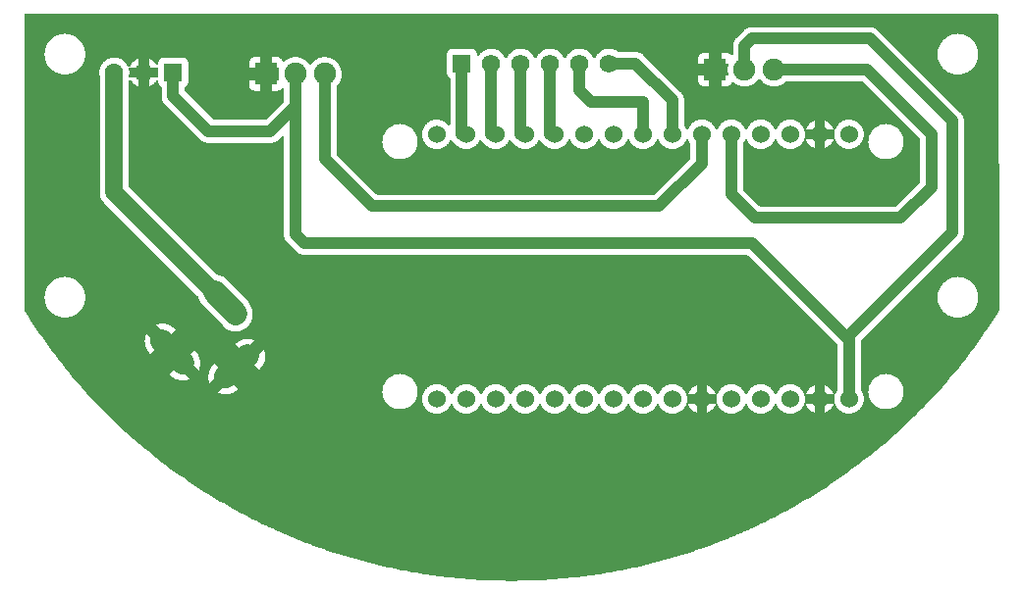
<source format=gbl>
G04 Layer: BottomLayer*
G04 EasyEDA v6.3.53, 2021-02-19T20:33:04--5:00*
G04 278ba4fcc65f4522a46e9f3658c659ef,10*
G04 Gerber Generator version 0.2*
G04 Scale: 100 percent, Rotated: No, Reflected: No *
G04 Dimensions in millimeters *
G04 leading zeros omitted , absolute positions ,3 integer and 3 decimal *
%FSLAX33Y33*%
%MOMM*%
G90*
G71D02*

%ADD11R,1.899996X1.899996*%
%ADD12C,1.899996*%
%ADD13C,1.524000*%
%ADD14C,1.574800*%
%ADD15R,1.574800X1.574800*%
%ADD16C,1.999996*%
%ADD17C,0.999998*%
%ADD18C,1.499997*%

%LPD*%
G36*
G01X84361Y49497D02*
G01X604Y49497D01*
G01X589Y49496D01*
G01X575Y49493D01*
G01X561Y49487D01*
G01X549Y49481D01*
G01X537Y49472D01*
G01X527Y49462D01*
G01X518Y49450D01*
G01X512Y49438D01*
G01X506Y49424D01*
G01X503Y49410D01*
G01X502Y49395D01*
G01X502Y23879D01*
G01X504Y23860D01*
G01X509Y23842D01*
G01X518Y23825D01*
G01X686Y23556D01*
G01X857Y23288D01*
G01X1029Y23022D01*
G01X1203Y22756D01*
G01X1379Y22491D01*
G01X1556Y22228D01*
G01X1735Y21966D01*
G01X1916Y21704D01*
G01X2098Y21444D01*
G01X2282Y21186D01*
G01X2468Y20928D01*
G01X2655Y20672D01*
G01X2844Y20417D01*
G01X3034Y20163D01*
G01X3227Y19910D01*
G01X3420Y19658D01*
G01X3616Y19408D01*
G01X3813Y19159D01*
G01X4012Y18911D01*
G01X4212Y18665D01*
G01X4414Y18420D01*
G01X4617Y18176D01*
G01X4822Y17934D01*
G01X5029Y17692D01*
G01X5236Y17452D01*
G01X5446Y17214D01*
G01X5657Y16976D01*
G01X5870Y16741D01*
G01X6084Y16506D01*
G01X6300Y16273D01*
G01X6517Y16041D01*
G01X6735Y15811D01*
G01X6956Y15582D01*
G01X7177Y15354D01*
G01X7400Y15128D01*
G01X7624Y14904D01*
G01X7850Y14681D01*
G01X8077Y14459D01*
G01X8306Y14239D01*
G01X8536Y14020D01*
G01X8768Y13802D01*
G01X9001Y13587D01*
G01X9235Y13372D01*
G01X9471Y13159D01*
G01X9707Y12948D01*
G01X9946Y12738D01*
G01X10186Y12530D01*
G01X10427Y12324D01*
G01X10669Y12118D01*
G01X10913Y11915D01*
G01X11158Y11713D01*
G01X11404Y11512D01*
G01X11651Y11313D01*
G01X11900Y11116D01*
G01X12150Y10920D01*
G01X12402Y10726D01*
G01X12654Y10534D01*
G01X12908Y10343D01*
G01X13163Y10154D01*
G01X13419Y9966D01*
G01X13677Y9780D01*
G01X13935Y9596D01*
G01X14195Y9413D01*
G01X14456Y9233D01*
G01X14718Y9053D01*
G01X14981Y8876D01*
G01X15246Y8700D01*
G01X15511Y8526D01*
G01X15778Y8353D01*
G01X16046Y8182D01*
G01X16314Y8013D01*
G01X16584Y7846D01*
G01X16855Y7681D01*
G01X17127Y7516D01*
G01X17401Y7354D01*
G01X17674Y7194D01*
G01X17950Y7036D01*
G01X18226Y6879D01*
G01X18503Y6724D01*
G01X18781Y6571D01*
G01X19060Y6419D01*
G01X19340Y6270D01*
G01X19621Y6122D01*
G01X19903Y5976D01*
G01X20186Y5831D01*
G01X20470Y5689D01*
G01X20754Y5548D01*
G01X21040Y5410D01*
G01X21327Y5273D01*
G01X21614Y5138D01*
G01X21902Y5004D01*
G01X22191Y4873D01*
G01X22481Y4743D01*
G01X22772Y4616D01*
G01X23064Y4490D01*
G01X23356Y4366D01*
G01X23649Y4244D01*
G01X23943Y4124D01*
G01X24238Y4006D01*
G01X24533Y3889D01*
G01X24829Y3775D01*
G01X25126Y3662D01*
G01X25424Y3552D01*
G01X25722Y3443D01*
G01X26021Y3336D01*
G01X26321Y3231D01*
G01X26621Y3128D01*
G01X26922Y3027D01*
G01X27224Y2928D01*
G01X27526Y2830D01*
G01X27829Y2735D01*
G01X28133Y2642D01*
G01X28437Y2550D01*
G01X28741Y2461D01*
G01X29046Y2373D01*
G01X29352Y2288D01*
G01X29659Y2204D01*
G01X29965Y2123D01*
G01X30273Y2043D01*
G01X30581Y1966D01*
G01X30889Y1890D01*
G01X31198Y1816D01*
G01X31508Y1745D01*
G01X31817Y1675D01*
G01X32127Y1607D01*
G01X32438Y1541D01*
G01X32749Y1478D01*
G01X33061Y1416D01*
G01X33373Y1356D01*
G01X33685Y1299D01*
G01X33997Y1243D01*
G01X34310Y1189D01*
G01X34624Y1138D01*
G01X34937Y1088D01*
G01X35251Y1040D01*
G01X35566Y994D01*
G01X35880Y951D01*
G01X36195Y909D01*
G01X36510Y869D01*
G01X36825Y832D01*
G01X37141Y796D01*
G01X37456Y763D01*
G01X37772Y731D01*
G01X38089Y702D01*
G01X38405Y674D01*
G01X38721Y649D01*
G01X39038Y625D01*
G01X39355Y604D01*
G01X39672Y585D01*
G01X39989Y568D01*
G01X40306Y552D01*
G01X40623Y539D01*
G01X40941Y527D01*
G01X41258Y518D01*
G01X41576Y511D01*
G01X41893Y506D01*
G01X42211Y503D01*
G01X42528Y502D01*
G01X42846Y503D01*
G01X43164Y506D01*
G01X43482Y511D01*
G01X43800Y518D01*
G01X44117Y528D01*
G01X44435Y539D01*
G01X44753Y552D01*
G01X45070Y568D01*
G01X45388Y585D01*
G01X45705Y604D01*
G01X46022Y625D01*
G01X46339Y649D01*
G01X46656Y675D01*
G01X46973Y702D01*
G01X47290Y732D01*
G01X47606Y763D01*
G01X47922Y797D01*
G01X48238Y833D01*
G01X48554Y870D01*
G01X48869Y910D01*
G01X49184Y952D01*
G01X49499Y995D01*
G01X49813Y1042D01*
G01X50128Y1089D01*
G01X50442Y1139D01*
G01X50756Y1191D01*
G01X51069Y1245D01*
G01X51382Y1301D01*
G01X51695Y1359D01*
G01X52007Y1418D01*
G01X52318Y1480D01*
G01X52630Y1544D01*
G01X52941Y1610D01*
G01X53252Y1678D01*
G01X53561Y1748D01*
G01X53871Y1819D01*
G01X54181Y1893D01*
G01X54490Y1969D01*
G01X54797Y2047D01*
G01X55105Y2127D01*
G01X55413Y2208D01*
G01X55719Y2292D01*
G01X56025Y2378D01*
G01X56331Y2465D01*
G01X56636Y2555D01*
G01X56941Y2647D01*
G01X57244Y2740D01*
G01X57548Y2836D01*
G01X57850Y2933D01*
G01X58152Y3033D01*
G01X58454Y3134D01*
G01X58754Y3237D01*
G01X59354Y3449D01*
G01X59950Y3669D01*
G01X60544Y3897D01*
G01X60840Y4014D01*
G01X61134Y4132D01*
G01X61429Y4253D01*
G01X61722Y4375D01*
G01X62015Y4499D01*
G01X62307Y4625D01*
G01X62598Y4753D01*
G01X62888Y4884D01*
G01X63177Y5015D01*
G01X63465Y5149D01*
G01X63754Y5284D01*
G01X64040Y5421D01*
G01X64326Y5560D01*
G01X64611Y5701D01*
G01X64895Y5844D01*
G01X65178Y5988D01*
G01X65460Y6135D01*
G01X65742Y6283D01*
G01X66022Y6433D01*
G01X66301Y6585D01*
G01X66580Y6739D01*
G01X66857Y6894D01*
G01X67133Y7051D01*
G01X67409Y7210D01*
G01X67683Y7371D01*
G01X67956Y7533D01*
G01X68228Y7697D01*
G01X68500Y7863D01*
G01X68770Y8031D01*
G01X69039Y8200D01*
G01X69307Y8371D01*
G01X69574Y8544D01*
G01X69839Y8719D01*
G01X70104Y8895D01*
G01X70367Y9073D01*
G01X70630Y9253D01*
G01X70891Y9434D01*
G01X71150Y9617D01*
G01X71410Y9802D01*
G01X71667Y9988D01*
G01X71924Y10176D01*
G01X72179Y10366D01*
G01X72433Y10557D01*
G01X72685Y10750D01*
G01X72937Y10944D01*
G01X73187Y11141D01*
G01X73436Y11338D01*
G01X73683Y11537D01*
G01X73930Y11738D01*
G01X74175Y11941D01*
G01X74419Y12145D01*
G01X74661Y12351D01*
G01X74903Y12558D01*
G01X75381Y12976D01*
G01X75618Y13188D01*
G01X75854Y13402D01*
G01X76088Y13617D01*
G01X76321Y13833D01*
G01X76553Y14051D01*
G01X76783Y14270D01*
G01X77012Y14491D01*
G01X77239Y14713D01*
G01X77465Y14936D01*
G01X77689Y15162D01*
G01X77912Y15388D01*
G01X78134Y15616D01*
G01X78354Y15846D01*
G01X78573Y16076D01*
G01X78790Y16308D01*
G01X79006Y16542D01*
G01X79220Y16777D01*
G01X79432Y17014D01*
G01X79643Y17251D01*
G01X79853Y17491D01*
G01X80061Y17731D01*
G01X80268Y17973D01*
G01X80472Y18215D01*
G01X80675Y18460D01*
G01X80878Y18706D01*
G01X81078Y18953D01*
G01X81276Y19201D01*
G01X81474Y19450D01*
G01X81669Y19701D01*
G01X81863Y19953D01*
G01X82055Y20206D01*
G01X82245Y20461D01*
G01X82434Y20716D01*
G01X82622Y20973D01*
G01X82807Y21231D01*
G01X82991Y21491D01*
G01X83173Y21751D01*
G01X83354Y22013D01*
G01X83533Y22276D01*
G01X83710Y22540D01*
G01X83886Y22805D01*
G01X84059Y23071D01*
G01X84231Y23338D01*
G01X84402Y23607D01*
G01X84570Y23876D01*
G01X84579Y23893D01*
G01X84584Y23911D01*
G01X84586Y23930D01*
G01X84463Y49395D01*
G01X84462Y49410D01*
G01X84459Y49424D01*
G01X84453Y49438D01*
G01X84446Y49450D01*
G01X84438Y49462D01*
G01X84428Y49472D01*
G01X84416Y49481D01*
G01X84403Y49488D01*
G01X84389Y49493D01*
G01X84376Y49496D01*
G01X84361Y49497D01*
G37*

%LPC*%
G36*
G01X61519Y17481D02*
G01X61468Y17482D01*
G01X61416Y17481D01*
G01X61363Y17478D01*
G01X61312Y17473D01*
G01X61260Y17465D01*
G01X61209Y17455D01*
G01X61159Y17444D01*
G01X61108Y17430D01*
G01X61059Y17414D01*
G01X61010Y17397D01*
G01X60962Y17377D01*
G01X60914Y17355D01*
G01X60868Y17331D01*
G01X60823Y17306D01*
G01X60779Y17278D01*
G01X60735Y17249D01*
G01X60694Y17218D01*
G01X60653Y17185D01*
G01X60614Y17151D01*
G01X60576Y17115D01*
G01X60540Y17078D01*
G01X60506Y17039D01*
G01X60473Y16998D01*
G01X60441Y16957D01*
G01X60412Y16914D01*
G01X60384Y16870D01*
G01X60359Y16825D01*
G01X60334Y16779D01*
G01X60312Y16732D01*
G01X60292Y16684D01*
G01X60285Y16670D01*
G01X60276Y16657D01*
G01X60266Y16646D01*
G01X60253Y16636D01*
G01X60239Y16628D01*
G01X60225Y16623D01*
G01X60234Y16609D01*
G01X60241Y16594D01*
G01X60245Y16577D01*
G01X60247Y16560D01*
G01X60243Y16535D01*
G01X60231Y16483D01*
G01X60221Y16430D01*
G01X60213Y16378D01*
G01X60207Y16324D01*
G01X60204Y16271D01*
G01X60203Y16218D01*
G01X60204Y16164D01*
G01X60207Y16111D01*
G01X60213Y16057D01*
G01X60221Y16005D01*
G01X60231Y15952D01*
G01X60243Y15900D01*
G01X60247Y15875D01*
G01X60245Y15858D01*
G01X60241Y15841D01*
G01X60234Y15826D01*
G01X60225Y15812D01*
G01X60239Y15807D01*
G01X60253Y15799D01*
G01X60266Y15789D01*
G01X60276Y15778D01*
G01X60285Y15765D01*
G01X60292Y15751D01*
G01X60312Y15703D01*
G01X60334Y15656D01*
G01X60359Y15610D01*
G01X60384Y15565D01*
G01X60412Y15521D01*
G01X60441Y15478D01*
G01X60473Y15437D01*
G01X60506Y15396D01*
G01X60540Y15357D01*
G01X60576Y15320D01*
G01X60614Y15284D01*
G01X60653Y15250D01*
G01X60694Y15217D01*
G01X60735Y15186D01*
G01X60779Y15157D01*
G01X60823Y15129D01*
G01X60868Y15104D01*
G01X60914Y15080D01*
G01X60962Y15058D01*
G01X61010Y15038D01*
G01X61059Y15021D01*
G01X61108Y15005D01*
G01X61159Y14991D01*
G01X61209Y14980D01*
G01X61260Y14970D01*
G01X61312Y14962D01*
G01X61363Y14957D01*
G01X61416Y14954D01*
G01X61468Y14953D01*
G01X61519Y14954D01*
G01X61572Y14957D01*
G01X61623Y14962D01*
G01X61675Y14970D01*
G01X61726Y14980D01*
G01X61776Y14991D01*
G01X61827Y15005D01*
G01X61876Y15021D01*
G01X61925Y15038D01*
G01X61973Y15058D01*
G01X62021Y15080D01*
G01X62067Y15104D01*
G01X62112Y15129D01*
G01X62156Y15157D01*
G01X62200Y15186D01*
G01X62241Y15217D01*
G01X62282Y15250D01*
G01X62321Y15284D01*
G01X62359Y15320D01*
G01X62395Y15357D01*
G01X62429Y15396D01*
G01X62462Y15437D01*
G01X62494Y15478D01*
G01X62523Y15521D01*
G01X62551Y15565D01*
G01X62576Y15610D01*
G01X62601Y15656D01*
G01X62623Y15703D01*
G01X62643Y15751D01*
G01X62650Y15765D01*
G01X62658Y15777D01*
G01X62668Y15788D01*
G01X62681Y15798D01*
G01X62693Y15806D01*
G01X62708Y15811D01*
G01X62722Y15814D01*
G01X62738Y15815D01*
G01X62753Y15814D01*
G01X62767Y15811D01*
G01X62782Y15806D01*
G01X62794Y15798D01*
G01X62807Y15788D01*
G01X62817Y15777D01*
G01X62825Y15765D01*
G01X62832Y15751D01*
G01X62852Y15703D01*
G01X62874Y15656D01*
G01X62899Y15610D01*
G01X62924Y15565D01*
G01X62952Y15521D01*
G01X62981Y15478D01*
G01X63013Y15437D01*
G01X63046Y15396D01*
G01X63080Y15357D01*
G01X63116Y15320D01*
G01X63154Y15284D01*
G01X63193Y15250D01*
G01X63234Y15217D01*
G01X63275Y15186D01*
G01X63319Y15157D01*
G01X63363Y15129D01*
G01X63408Y15104D01*
G01X63454Y15080D01*
G01X63502Y15058D01*
G01X63550Y15038D01*
G01X63599Y15021D01*
G01X63648Y15005D01*
G01X63699Y14991D01*
G01X63749Y14980D01*
G01X63800Y14970D01*
G01X63852Y14962D01*
G01X63903Y14957D01*
G01X63956Y14954D01*
G01X64008Y14953D01*
G01X64059Y14954D01*
G01X64112Y14957D01*
G01X64163Y14962D01*
G01X64215Y14970D01*
G01X64266Y14980D01*
G01X64316Y14991D01*
G01X64367Y15005D01*
G01X64416Y15021D01*
G01X64465Y15038D01*
G01X64513Y15058D01*
G01X64561Y15080D01*
G01X64607Y15104D01*
G01X64652Y15129D01*
G01X64696Y15157D01*
G01X64740Y15186D01*
G01X64781Y15217D01*
G01X64822Y15250D01*
G01X64861Y15284D01*
G01X64899Y15320D01*
G01X64935Y15357D01*
G01X64969Y15396D01*
G01X65002Y15437D01*
G01X65034Y15478D01*
G01X65063Y15521D01*
G01X65091Y15565D01*
G01X65116Y15610D01*
G01X65141Y15656D01*
G01X65163Y15703D01*
G01X65183Y15751D01*
G01X65190Y15765D01*
G01X65198Y15777D01*
G01X65208Y15788D01*
G01X65221Y15798D01*
G01X65233Y15806D01*
G01X65248Y15811D01*
G01X65262Y15814D01*
G01X65278Y15815D01*
G01X65293Y15814D01*
G01X65307Y15811D01*
G01X65322Y15806D01*
G01X65334Y15798D01*
G01X65347Y15788D01*
G01X65357Y15777D01*
G01X65365Y15765D01*
G01X65372Y15751D01*
G01X65392Y15703D01*
G01X65414Y15656D01*
G01X65439Y15610D01*
G01X65464Y15565D01*
G01X65492Y15521D01*
G01X65521Y15478D01*
G01X65553Y15437D01*
G01X65586Y15396D01*
G01X65620Y15357D01*
G01X65656Y15320D01*
G01X65694Y15284D01*
G01X65733Y15250D01*
G01X65774Y15217D01*
G01X65815Y15186D01*
G01X65859Y15157D01*
G01X65903Y15129D01*
G01X65948Y15104D01*
G01X65994Y15080D01*
G01X66042Y15058D01*
G01X66090Y15038D01*
G01X66139Y15021D01*
G01X66188Y15005D01*
G01X66239Y14991D01*
G01X66289Y14980D01*
G01X66340Y14970D01*
G01X66392Y14962D01*
G01X66443Y14957D01*
G01X66496Y14954D01*
G01X66548Y14953D01*
G01X66599Y14954D01*
G01X66652Y14957D01*
G01X66703Y14962D01*
G01X66755Y14970D01*
G01X66806Y14980D01*
G01X66856Y14991D01*
G01X66907Y15005D01*
G01X66956Y15021D01*
G01X67005Y15038D01*
G01X67053Y15058D01*
G01X67101Y15080D01*
G01X67147Y15104D01*
G01X67192Y15129D01*
G01X67236Y15157D01*
G01X67280Y15186D01*
G01X67321Y15217D01*
G01X67362Y15250D01*
G01X67401Y15284D01*
G01X67439Y15320D01*
G01X67475Y15357D01*
G01X67509Y15396D01*
G01X67542Y15437D01*
G01X67574Y15478D01*
G01X67603Y15521D01*
G01X67631Y15565D01*
G01X67656Y15610D01*
G01X67681Y15656D01*
G01X67703Y15703D01*
G01X67723Y15751D01*
G01X67730Y15765D01*
G01X67739Y15778D01*
G01X67749Y15789D01*
G01X67762Y15799D01*
G01X67776Y15807D01*
G01X67790Y15812D01*
G01X67781Y15826D01*
G01X67774Y15841D01*
G01X67770Y15858D01*
G01X67768Y15875D01*
G01X67772Y15900D01*
G01X67784Y15952D01*
G01X67794Y16005D01*
G01X67802Y16057D01*
G01X67808Y16111D01*
G01X67811Y16164D01*
G01X67812Y16218D01*
G01X67811Y16271D01*
G01X67808Y16324D01*
G01X67802Y16378D01*
G01X67794Y16430D01*
G01X67784Y16483D01*
G01X67772Y16535D01*
G01X67768Y16560D01*
G01X67770Y16577D01*
G01X67774Y16594D01*
G01X67781Y16609D01*
G01X67790Y16623D01*
G01X67776Y16628D01*
G01X67762Y16636D01*
G01X67749Y16646D01*
G01X67739Y16657D01*
G01X67730Y16670D01*
G01X67723Y16684D01*
G01X67703Y16732D01*
G01X67681Y16779D01*
G01X67656Y16825D01*
G01X67631Y16870D01*
G01X67603Y16914D01*
G01X67574Y16957D01*
G01X67542Y16998D01*
G01X67509Y17039D01*
G01X67475Y17078D01*
G01X67439Y17115D01*
G01X67401Y17151D01*
G01X67362Y17185D01*
G01X67321Y17218D01*
G01X67280Y17249D01*
G01X67236Y17278D01*
G01X67192Y17306D01*
G01X67147Y17331D01*
G01X67101Y17355D01*
G01X67053Y17377D01*
G01X67005Y17397D01*
G01X66956Y17414D01*
G01X66907Y17430D01*
G01X66856Y17444D01*
G01X66806Y17455D01*
G01X66755Y17465D01*
G01X66703Y17473D01*
G01X66652Y17478D01*
G01X66599Y17481D01*
G01X66548Y17482D01*
G01X66496Y17481D01*
G01X66443Y17478D01*
G01X66392Y17473D01*
G01X66340Y17465D01*
G01X66289Y17455D01*
G01X66239Y17444D01*
G01X66188Y17430D01*
G01X66139Y17414D01*
G01X66090Y17397D01*
G01X66042Y17377D01*
G01X65994Y17355D01*
G01X65948Y17331D01*
G01X65903Y17306D01*
G01X65859Y17278D01*
G01X65815Y17249D01*
G01X65774Y17218D01*
G01X65733Y17185D01*
G01X65694Y17151D01*
G01X65656Y17115D01*
G01X65620Y17078D01*
G01X65586Y17039D01*
G01X65553Y16998D01*
G01X65521Y16957D01*
G01X65492Y16914D01*
G01X65464Y16870D01*
G01X65439Y16825D01*
G01X65414Y16779D01*
G01X65392Y16732D01*
G01X65372Y16684D01*
G01X65365Y16670D01*
G01X65357Y16658D01*
G01X65347Y16647D01*
G01X65334Y16637D01*
G01X65322Y16629D01*
G01X65307Y16624D01*
G01X65293Y16621D01*
G01X65278Y16620D01*
G01X65262Y16621D01*
G01X65248Y16624D01*
G01X65233Y16629D01*
G01X65221Y16637D01*
G01X65208Y16647D01*
G01X65198Y16658D01*
G01X65190Y16670D01*
G01X65183Y16684D01*
G01X65163Y16732D01*
G01X65141Y16779D01*
G01X65116Y16825D01*
G01X65091Y16870D01*
G01X65063Y16914D01*
G01X65034Y16957D01*
G01X65002Y16998D01*
G01X64969Y17039D01*
G01X64935Y17078D01*
G01X64899Y17115D01*
G01X64861Y17151D01*
G01X64822Y17185D01*
G01X64781Y17218D01*
G01X64740Y17249D01*
G01X64696Y17278D01*
G01X64652Y17306D01*
G01X64607Y17331D01*
G01X64561Y17355D01*
G01X64513Y17377D01*
G01X64465Y17397D01*
G01X64416Y17414D01*
G01X64367Y17430D01*
G01X64316Y17444D01*
G01X64266Y17455D01*
G01X64215Y17465D01*
G01X64163Y17473D01*
G01X64112Y17478D01*
G01X64059Y17481D01*
G01X64008Y17482D01*
G01X63956Y17481D01*
G01X63903Y17478D01*
G01X63852Y17473D01*
G01X63800Y17465D01*
G01X63749Y17455D01*
G01X63699Y17444D01*
G01X63648Y17430D01*
G01X63599Y17414D01*
G01X63550Y17397D01*
G01X63502Y17377D01*
G01X63454Y17355D01*
G01X63408Y17331D01*
G01X63363Y17306D01*
G01X63319Y17278D01*
G01X63275Y17249D01*
G01X63234Y17218D01*
G01X63193Y17185D01*
G01X63154Y17151D01*
G01X63116Y17115D01*
G01X63080Y17078D01*
G01X63046Y17039D01*
G01X63013Y16998D01*
G01X62981Y16957D01*
G01X62952Y16914D01*
G01X62924Y16870D01*
G01X62899Y16825D01*
G01X62874Y16779D01*
G01X62852Y16732D01*
G01X62832Y16684D01*
G01X62825Y16670D01*
G01X62817Y16658D01*
G01X62807Y16647D01*
G01X62794Y16637D01*
G01X62782Y16629D01*
G01X62767Y16624D01*
G01X62753Y16621D01*
G01X62738Y16620D01*
G01X62722Y16621D01*
G01X62708Y16624D01*
G01X62693Y16629D01*
G01X62681Y16637D01*
G01X62668Y16647D01*
G01X62658Y16658D01*
G01X62650Y16670D01*
G01X62643Y16684D01*
G01X62623Y16732D01*
G01X62601Y16779D01*
G01X62576Y16825D01*
G01X62551Y16870D01*
G01X62523Y16914D01*
G01X62494Y16957D01*
G01X62462Y16998D01*
G01X62429Y17039D01*
G01X62395Y17078D01*
G01X62359Y17115D01*
G01X62321Y17151D01*
G01X62282Y17185D01*
G01X62241Y17218D01*
G01X62200Y17249D01*
G01X62156Y17278D01*
G01X62112Y17306D01*
G01X62067Y17331D01*
G01X62021Y17355D01*
G01X61973Y17377D01*
G01X61925Y17397D01*
G01X61876Y17414D01*
G01X61827Y17430D01*
G01X61776Y17444D01*
G01X61726Y17455D01*
G01X61675Y17465D01*
G01X61623Y17473D01*
G01X61572Y17478D01*
G01X61519Y17481D01*
G37*
G36*
G01X36119Y17481D02*
G01X36068Y17482D01*
G01X36017Y17481D01*
G01X35966Y17478D01*
G01X35915Y17473D01*
G01X35865Y17466D01*
G01X35815Y17457D01*
G01X35765Y17445D01*
G01X35715Y17432D01*
G01X35667Y17417D01*
G01X35619Y17400D01*
G01X35572Y17381D01*
G01X35525Y17360D01*
G01X35480Y17337D01*
G01X35435Y17313D01*
G01X35391Y17286D01*
G01X35349Y17258D01*
G01X35308Y17228D01*
G01X35268Y17197D01*
G01X35229Y17164D01*
G01X35191Y17129D01*
G01X35156Y17094D01*
G01X35121Y17056D01*
G01X35088Y17017D01*
G01X35057Y16977D01*
G01X35027Y16936D01*
G01X34999Y16894D01*
G01X34972Y16850D01*
G01X34948Y16805D01*
G01X34925Y16760D01*
G01X34904Y16713D01*
G01X34885Y16666D01*
G01X34868Y16618D01*
G01X34853Y16570D01*
G01X34840Y16520D01*
G01X34828Y16470D01*
G01X34819Y16420D01*
G01X34812Y16370D01*
G01X34807Y16319D01*
G01X34804Y16268D01*
G01X34803Y16218D01*
G01X34804Y16167D01*
G01X34807Y16116D01*
G01X34812Y16065D01*
G01X34819Y16015D01*
G01X34828Y15965D01*
G01X34840Y15915D01*
G01X34853Y15865D01*
G01X34868Y15817D01*
G01X34885Y15769D01*
G01X34904Y15722D01*
G01X34925Y15675D01*
G01X34948Y15630D01*
G01X34972Y15585D01*
G01X34999Y15541D01*
G01X35027Y15499D01*
G01X35057Y15458D01*
G01X35088Y15418D01*
G01X35121Y15379D01*
G01X35156Y15341D01*
G01X35191Y15306D01*
G01X35229Y15271D01*
G01X35268Y15238D01*
G01X35308Y15207D01*
G01X35349Y15177D01*
G01X35391Y15149D01*
G01X35435Y15122D01*
G01X35480Y15098D01*
G01X35525Y15075D01*
G01X35572Y15054D01*
G01X35619Y15035D01*
G01X35667Y15018D01*
G01X35715Y15003D01*
G01X35765Y14990D01*
G01X35815Y14978D01*
G01X35865Y14969D01*
G01X35915Y14962D01*
G01X35966Y14957D01*
G01X36017Y14954D01*
G01X36068Y14953D01*
G01X36119Y14954D01*
G01X36172Y14957D01*
G01X36223Y14962D01*
G01X36275Y14970D01*
G01X36326Y14980D01*
G01X36376Y14991D01*
G01X36427Y15005D01*
G01X36476Y15021D01*
G01X36525Y15038D01*
G01X36573Y15058D01*
G01X36621Y15080D01*
G01X36667Y15104D01*
G01X36712Y15129D01*
G01X36756Y15157D01*
G01X36800Y15186D01*
G01X36841Y15217D01*
G01X36882Y15250D01*
G01X36921Y15284D01*
G01X36959Y15320D01*
G01X36995Y15357D01*
G01X37029Y15396D01*
G01X37062Y15437D01*
G01X37094Y15478D01*
G01X37123Y15521D01*
G01X37151Y15565D01*
G01X37176Y15610D01*
G01X37201Y15656D01*
G01X37223Y15703D01*
G01X37243Y15751D01*
G01X37250Y15765D01*
G01X37258Y15777D01*
G01X37268Y15788D01*
G01X37281Y15798D01*
G01X37293Y15806D01*
G01X37308Y15811D01*
G01X37322Y15814D01*
G01X37338Y15815D01*
G01X37353Y15814D01*
G01X37367Y15811D01*
G01X37382Y15806D01*
G01X37394Y15798D01*
G01X37407Y15788D01*
G01X37417Y15777D01*
G01X37425Y15765D01*
G01X37432Y15751D01*
G01X37452Y15703D01*
G01X37474Y15656D01*
G01X37499Y15610D01*
G01X37524Y15565D01*
G01X37552Y15521D01*
G01X37581Y15478D01*
G01X37613Y15437D01*
G01X37646Y15396D01*
G01X37680Y15357D01*
G01X37716Y15320D01*
G01X37754Y15284D01*
G01X37793Y15250D01*
G01X37834Y15217D01*
G01X37875Y15186D01*
G01X37919Y15157D01*
G01X37963Y15129D01*
G01X38008Y15104D01*
G01X38054Y15080D01*
G01X38102Y15058D01*
G01X38150Y15038D01*
G01X38199Y15021D01*
G01X38248Y15005D01*
G01X38299Y14991D01*
G01X38349Y14980D01*
G01X38400Y14970D01*
G01X38452Y14962D01*
G01X38503Y14957D01*
G01X38556Y14954D01*
G01X38608Y14953D01*
G01X38659Y14954D01*
G01X38712Y14957D01*
G01X38763Y14962D01*
G01X38815Y14970D01*
G01X38866Y14980D01*
G01X38916Y14991D01*
G01X38967Y15005D01*
G01X39016Y15021D01*
G01X39065Y15038D01*
G01X39113Y15058D01*
G01X39161Y15080D01*
G01X39207Y15104D01*
G01X39252Y15129D01*
G01X39296Y15157D01*
G01X39340Y15186D01*
G01X39381Y15217D01*
G01X39422Y15250D01*
G01X39461Y15284D01*
G01X39499Y15320D01*
G01X39535Y15357D01*
G01X39569Y15396D01*
G01X39602Y15437D01*
G01X39634Y15478D01*
G01X39663Y15521D01*
G01X39691Y15565D01*
G01X39716Y15610D01*
G01X39741Y15656D01*
G01X39763Y15703D01*
G01X39783Y15751D01*
G01X39790Y15765D01*
G01X39798Y15777D01*
G01X39808Y15788D01*
G01X39821Y15798D01*
G01X39833Y15806D01*
G01X39848Y15811D01*
G01X39862Y15814D01*
G01X39878Y15815D01*
G01X39893Y15814D01*
G01X39907Y15811D01*
G01X39922Y15806D01*
G01X39934Y15798D01*
G01X39947Y15788D01*
G01X39957Y15777D01*
G01X39965Y15765D01*
G01X39972Y15751D01*
G01X39992Y15703D01*
G01X40014Y15656D01*
G01X40039Y15610D01*
G01X40064Y15565D01*
G01X40092Y15521D01*
G01X40121Y15478D01*
G01X40153Y15437D01*
G01X40186Y15396D01*
G01X40220Y15357D01*
G01X40256Y15320D01*
G01X40294Y15284D01*
G01X40333Y15250D01*
G01X40374Y15217D01*
G01X40415Y15186D01*
G01X40459Y15157D01*
G01X40503Y15129D01*
G01X40548Y15104D01*
G01X40594Y15080D01*
G01X40642Y15058D01*
G01X40690Y15038D01*
G01X40739Y15021D01*
G01X40788Y15005D01*
G01X40839Y14991D01*
G01X40889Y14980D01*
G01X40940Y14970D01*
G01X40992Y14962D01*
G01X41043Y14957D01*
G01X41096Y14954D01*
G01X41148Y14953D01*
G01X41199Y14954D01*
G01X41252Y14957D01*
G01X41303Y14962D01*
G01X41355Y14970D01*
G01X41406Y14980D01*
G01X41456Y14991D01*
G01X41507Y15005D01*
G01X41556Y15021D01*
G01X41605Y15038D01*
G01X41653Y15058D01*
G01X41701Y15080D01*
G01X41747Y15104D01*
G01X41792Y15129D01*
G01X41836Y15157D01*
G01X41880Y15186D01*
G01X41921Y15217D01*
G01X41962Y15250D01*
G01X42001Y15284D01*
G01X42039Y15320D01*
G01X42075Y15357D01*
G01X42109Y15396D01*
G01X42142Y15437D01*
G01X42174Y15478D01*
G01X42203Y15521D01*
G01X42231Y15565D01*
G01X42256Y15610D01*
G01X42281Y15656D01*
G01X42303Y15703D01*
G01X42323Y15751D01*
G01X42330Y15765D01*
G01X42338Y15777D01*
G01X42348Y15788D01*
G01X42361Y15798D01*
G01X42373Y15806D01*
G01X42388Y15811D01*
G01X42402Y15814D01*
G01X42418Y15815D01*
G01X42433Y15814D01*
G01X42447Y15811D01*
G01X42462Y15806D01*
G01X42474Y15798D01*
G01X42487Y15788D01*
G01X42497Y15777D01*
G01X42505Y15765D01*
G01X42512Y15751D01*
G01X42532Y15703D01*
G01X42554Y15656D01*
G01X42579Y15610D01*
G01X42604Y15565D01*
G01X42632Y15521D01*
G01X42661Y15478D01*
G01X42693Y15437D01*
G01X42726Y15396D01*
G01X42760Y15357D01*
G01X42796Y15320D01*
G01X42834Y15284D01*
G01X42873Y15250D01*
G01X42914Y15217D01*
G01X42955Y15186D01*
G01X42999Y15157D01*
G01X43043Y15129D01*
G01X43088Y15104D01*
G01X43134Y15080D01*
G01X43182Y15058D01*
G01X43230Y15038D01*
G01X43279Y15021D01*
G01X43328Y15005D01*
G01X43379Y14991D01*
G01X43429Y14980D01*
G01X43480Y14970D01*
G01X43532Y14962D01*
G01X43583Y14957D01*
G01X43636Y14954D01*
G01X43688Y14953D01*
G01X43739Y14954D01*
G01X43792Y14957D01*
G01X43843Y14962D01*
G01X43895Y14970D01*
G01X43946Y14980D01*
G01X43996Y14991D01*
G01X44047Y15005D01*
G01X44096Y15021D01*
G01X44145Y15038D01*
G01X44193Y15058D01*
G01X44241Y15080D01*
G01X44287Y15104D01*
G01X44332Y15129D01*
G01X44376Y15157D01*
G01X44420Y15186D01*
G01X44461Y15217D01*
G01X44502Y15250D01*
G01X44541Y15284D01*
G01X44579Y15320D01*
G01X44615Y15357D01*
G01X44649Y15396D01*
G01X44682Y15437D01*
G01X44714Y15478D01*
G01X44743Y15521D01*
G01X44771Y15565D01*
G01X44796Y15610D01*
G01X44821Y15656D01*
G01X44843Y15703D01*
G01X44863Y15751D01*
G01X44870Y15765D01*
G01X44878Y15777D01*
G01X44888Y15788D01*
G01X44901Y15798D01*
G01X44913Y15806D01*
G01X44928Y15811D01*
G01X44942Y15814D01*
G01X44958Y15815D01*
G01X44973Y15814D01*
G01X44987Y15811D01*
G01X45002Y15806D01*
G01X45014Y15798D01*
G01X45027Y15788D01*
G01X45037Y15777D01*
G01X45045Y15765D01*
G01X45052Y15751D01*
G01X45072Y15703D01*
G01X45094Y15656D01*
G01X45119Y15610D01*
G01X45144Y15565D01*
G01X45172Y15521D01*
G01X45201Y15478D01*
G01X45233Y15437D01*
G01X45266Y15396D01*
G01X45300Y15357D01*
G01X45336Y15320D01*
G01X45374Y15284D01*
G01X45413Y15250D01*
G01X45454Y15217D01*
G01X45495Y15186D01*
G01X45539Y15157D01*
G01X45583Y15129D01*
G01X45628Y15104D01*
G01X45674Y15080D01*
G01X45722Y15058D01*
G01X45770Y15038D01*
G01X45819Y15021D01*
G01X45868Y15005D01*
G01X45919Y14991D01*
G01X45969Y14980D01*
G01X46020Y14970D01*
G01X46072Y14962D01*
G01X46123Y14957D01*
G01X46176Y14954D01*
G01X46228Y14953D01*
G01X46279Y14954D01*
G01X46332Y14957D01*
G01X46383Y14962D01*
G01X46435Y14970D01*
G01X46486Y14980D01*
G01X46536Y14991D01*
G01X46587Y15005D01*
G01X46636Y15021D01*
G01X46685Y15038D01*
G01X46733Y15058D01*
G01X46781Y15080D01*
G01X46827Y15104D01*
G01X46872Y15129D01*
G01X46916Y15157D01*
G01X46960Y15186D01*
G01X47001Y15217D01*
G01X47042Y15250D01*
G01X47081Y15284D01*
G01X47119Y15320D01*
G01X47155Y15357D01*
G01X47189Y15396D01*
G01X47222Y15437D01*
G01X47254Y15478D01*
G01X47283Y15521D01*
G01X47311Y15565D01*
G01X47336Y15610D01*
G01X47361Y15656D01*
G01X47383Y15703D01*
G01X47403Y15751D01*
G01X47410Y15765D01*
G01X47418Y15777D01*
G01X47428Y15788D01*
G01X47441Y15798D01*
G01X47453Y15806D01*
G01X47468Y15811D01*
G01X47482Y15814D01*
G01X47498Y15815D01*
G01X47513Y15814D01*
G01X47527Y15811D01*
G01X47542Y15806D01*
G01X47554Y15798D01*
G01X47567Y15788D01*
G01X47577Y15777D01*
G01X47585Y15765D01*
G01X47592Y15751D01*
G01X47612Y15703D01*
G01X47634Y15656D01*
G01X47659Y15610D01*
G01X47684Y15565D01*
G01X47712Y15521D01*
G01X47741Y15478D01*
G01X47773Y15437D01*
G01X47806Y15396D01*
G01X47840Y15357D01*
G01X47876Y15320D01*
G01X47914Y15284D01*
G01X47953Y15250D01*
G01X47994Y15217D01*
G01X48035Y15186D01*
G01X48079Y15157D01*
G01X48123Y15129D01*
G01X48168Y15104D01*
G01X48214Y15080D01*
G01X48262Y15058D01*
G01X48310Y15038D01*
G01X48359Y15021D01*
G01X48408Y15005D01*
G01X48459Y14991D01*
G01X48509Y14980D01*
G01X48560Y14970D01*
G01X48612Y14962D01*
G01X48663Y14957D01*
G01X48716Y14954D01*
G01X48768Y14953D01*
G01X48819Y14954D01*
G01X48872Y14957D01*
G01X48923Y14962D01*
G01X48975Y14970D01*
G01X49026Y14980D01*
G01X49076Y14991D01*
G01X49127Y15005D01*
G01X49176Y15021D01*
G01X49225Y15038D01*
G01X49273Y15058D01*
G01X49321Y15080D01*
G01X49367Y15104D01*
G01X49412Y15129D01*
G01X49456Y15157D01*
G01X49500Y15186D01*
G01X49541Y15217D01*
G01X49582Y15250D01*
G01X49621Y15284D01*
G01X49659Y15320D01*
G01X49695Y15357D01*
G01X49729Y15396D01*
G01X49762Y15437D01*
G01X49794Y15478D01*
G01X49823Y15521D01*
G01X49851Y15565D01*
G01X49876Y15610D01*
G01X49901Y15656D01*
G01X49923Y15703D01*
G01X49943Y15751D01*
G01X49950Y15765D01*
G01X49958Y15777D01*
G01X49968Y15788D01*
G01X49981Y15798D01*
G01X49993Y15806D01*
G01X50008Y15811D01*
G01X50022Y15814D01*
G01X50038Y15815D01*
G01X50053Y15814D01*
G01X50067Y15811D01*
G01X50082Y15806D01*
G01X50094Y15798D01*
G01X50107Y15788D01*
G01X50117Y15777D01*
G01X50125Y15765D01*
G01X50132Y15751D01*
G01X50152Y15703D01*
G01X50174Y15656D01*
G01X50199Y15610D01*
G01X50224Y15565D01*
G01X50252Y15521D01*
G01X50281Y15478D01*
G01X50313Y15437D01*
G01X50346Y15396D01*
G01X50380Y15357D01*
G01X50416Y15320D01*
G01X50454Y15284D01*
G01X50493Y15250D01*
G01X50534Y15217D01*
G01X50575Y15186D01*
G01X50619Y15157D01*
G01X50663Y15129D01*
G01X50708Y15104D01*
G01X50754Y15080D01*
G01X50802Y15058D01*
G01X50850Y15038D01*
G01X50899Y15021D01*
G01X50948Y15005D01*
G01X50999Y14991D01*
G01X51049Y14980D01*
G01X51100Y14970D01*
G01X51152Y14962D01*
G01X51203Y14957D01*
G01X51256Y14954D01*
G01X51308Y14953D01*
G01X51359Y14954D01*
G01X51412Y14957D01*
G01X51463Y14962D01*
G01X51515Y14970D01*
G01X51566Y14980D01*
G01X51616Y14991D01*
G01X51667Y15005D01*
G01X51716Y15021D01*
G01X51765Y15038D01*
G01X51813Y15058D01*
G01X51861Y15080D01*
G01X51907Y15104D01*
G01X51952Y15129D01*
G01X51996Y15157D01*
G01X52040Y15186D01*
G01X52081Y15217D01*
G01X52122Y15250D01*
G01X52161Y15284D01*
G01X52199Y15320D01*
G01X52235Y15357D01*
G01X52269Y15396D01*
G01X52302Y15437D01*
G01X52334Y15478D01*
G01X52363Y15521D01*
G01X52391Y15565D01*
G01X52416Y15610D01*
G01X52441Y15656D01*
G01X52463Y15703D01*
G01X52483Y15751D01*
G01X52490Y15765D01*
G01X52498Y15777D01*
G01X52508Y15788D01*
G01X52521Y15798D01*
G01X52533Y15806D01*
G01X52548Y15811D01*
G01X52562Y15814D01*
G01X52578Y15815D01*
G01X52593Y15814D01*
G01X52607Y15811D01*
G01X52622Y15806D01*
G01X52634Y15798D01*
G01X52647Y15788D01*
G01X52657Y15777D01*
G01X52665Y15765D01*
G01X52672Y15751D01*
G01X52692Y15703D01*
G01X52714Y15656D01*
G01X52739Y15610D01*
G01X52764Y15565D01*
G01X52792Y15521D01*
G01X52821Y15478D01*
G01X52853Y15437D01*
G01X52886Y15396D01*
G01X52920Y15357D01*
G01X52956Y15320D01*
G01X52994Y15284D01*
G01X53033Y15250D01*
G01X53074Y15217D01*
G01X53115Y15186D01*
G01X53159Y15157D01*
G01X53203Y15129D01*
G01X53248Y15104D01*
G01X53294Y15080D01*
G01X53342Y15058D01*
G01X53390Y15038D01*
G01X53439Y15021D01*
G01X53488Y15005D01*
G01X53539Y14991D01*
G01X53589Y14980D01*
G01X53640Y14970D01*
G01X53692Y14962D01*
G01X53743Y14957D01*
G01X53796Y14954D01*
G01X53848Y14953D01*
G01X53899Y14954D01*
G01X53952Y14957D01*
G01X54003Y14962D01*
G01X54055Y14970D01*
G01X54106Y14980D01*
G01X54156Y14991D01*
G01X54207Y15005D01*
G01X54256Y15021D01*
G01X54305Y15038D01*
G01X54353Y15058D01*
G01X54401Y15080D01*
G01X54447Y15104D01*
G01X54492Y15129D01*
G01X54536Y15157D01*
G01X54580Y15186D01*
G01X54621Y15217D01*
G01X54662Y15250D01*
G01X54701Y15284D01*
G01X54739Y15320D01*
G01X54775Y15357D01*
G01X54809Y15396D01*
G01X54842Y15437D01*
G01X54874Y15478D01*
G01X54903Y15521D01*
G01X54931Y15565D01*
G01X54956Y15610D01*
G01X54981Y15656D01*
G01X55003Y15703D01*
G01X55023Y15751D01*
G01X55030Y15765D01*
G01X55038Y15777D01*
G01X55048Y15788D01*
G01X55061Y15798D01*
G01X55073Y15806D01*
G01X55088Y15811D01*
G01X55102Y15814D01*
G01X55118Y15815D01*
G01X55133Y15814D01*
G01X55147Y15811D01*
G01X55162Y15806D01*
G01X55174Y15798D01*
G01X55187Y15788D01*
G01X55197Y15777D01*
G01X55205Y15765D01*
G01X55212Y15751D01*
G01X55232Y15703D01*
G01X55254Y15656D01*
G01X55279Y15610D01*
G01X55304Y15565D01*
G01X55332Y15521D01*
G01X55361Y15478D01*
G01X55393Y15437D01*
G01X55426Y15396D01*
G01X55460Y15357D01*
G01X55496Y15320D01*
G01X55534Y15284D01*
G01X55573Y15250D01*
G01X55614Y15217D01*
G01X55655Y15186D01*
G01X55699Y15157D01*
G01X55743Y15129D01*
G01X55788Y15104D01*
G01X55834Y15080D01*
G01X55882Y15058D01*
G01X55930Y15038D01*
G01X55979Y15021D01*
G01X56028Y15005D01*
G01X56079Y14991D01*
G01X56129Y14980D01*
G01X56180Y14970D01*
G01X56232Y14962D01*
G01X56283Y14957D01*
G01X56336Y14954D01*
G01X56388Y14953D01*
G01X56439Y14954D01*
G01X56492Y14957D01*
G01X56543Y14962D01*
G01X56595Y14970D01*
G01X56646Y14980D01*
G01X56696Y14991D01*
G01X56747Y15005D01*
G01X56796Y15021D01*
G01X56845Y15038D01*
G01X56893Y15058D01*
G01X56941Y15080D01*
G01X56987Y15104D01*
G01X57032Y15129D01*
G01X57076Y15157D01*
G01X57120Y15186D01*
G01X57161Y15217D01*
G01X57202Y15250D01*
G01X57241Y15284D01*
G01X57279Y15320D01*
G01X57315Y15357D01*
G01X57349Y15396D01*
G01X57382Y15437D01*
G01X57414Y15478D01*
G01X57443Y15521D01*
G01X57471Y15565D01*
G01X57496Y15610D01*
G01X57521Y15656D01*
G01X57543Y15703D01*
G01X57563Y15751D01*
G01X57570Y15765D01*
G01X57579Y15778D01*
G01X57589Y15789D01*
G01X57602Y15799D01*
G01X57616Y15807D01*
G01X57630Y15812D01*
G01X57621Y15826D01*
G01X57614Y15841D01*
G01X57610Y15858D01*
G01X57608Y15875D01*
G01X57612Y15900D01*
G01X57624Y15952D01*
G01X57634Y16005D01*
G01X57642Y16057D01*
G01X57648Y16111D01*
G01X57651Y16164D01*
G01X57652Y16218D01*
G01X57651Y16271D01*
G01X57648Y16324D01*
G01X57642Y16378D01*
G01X57634Y16430D01*
G01X57624Y16483D01*
G01X57612Y16535D01*
G01X57608Y16560D01*
G01X57610Y16577D01*
G01X57614Y16594D01*
G01X57621Y16609D01*
G01X57630Y16623D01*
G01X57616Y16628D01*
G01X57602Y16636D01*
G01X57589Y16646D01*
G01X57579Y16657D01*
G01X57570Y16670D01*
G01X57563Y16684D01*
G01X57543Y16732D01*
G01X57521Y16779D01*
G01X57496Y16825D01*
G01X57471Y16870D01*
G01X57443Y16914D01*
G01X57414Y16957D01*
G01X57382Y16998D01*
G01X57349Y17039D01*
G01X57315Y17078D01*
G01X57279Y17115D01*
G01X57241Y17151D01*
G01X57202Y17185D01*
G01X57161Y17218D01*
G01X57120Y17249D01*
G01X57076Y17278D01*
G01X57032Y17306D01*
G01X56987Y17331D01*
G01X56941Y17355D01*
G01X56893Y17377D01*
G01X56845Y17397D01*
G01X56796Y17414D01*
G01X56747Y17430D01*
G01X56696Y17444D01*
G01X56646Y17455D01*
G01X56595Y17465D01*
G01X56543Y17473D01*
G01X56492Y17478D01*
G01X56439Y17481D01*
G01X56388Y17482D01*
G01X56336Y17481D01*
G01X56283Y17478D01*
G01X56232Y17473D01*
G01X56180Y17465D01*
G01X56129Y17455D01*
G01X56079Y17444D01*
G01X56028Y17430D01*
G01X55979Y17414D01*
G01X55930Y17397D01*
G01X55882Y17377D01*
G01X55834Y17355D01*
G01X55788Y17331D01*
G01X55743Y17306D01*
G01X55699Y17278D01*
G01X55655Y17249D01*
G01X55614Y17218D01*
G01X55573Y17185D01*
G01X55534Y17151D01*
G01X55496Y17115D01*
G01X55460Y17078D01*
G01X55426Y17039D01*
G01X55393Y16998D01*
G01X55361Y16957D01*
G01X55332Y16914D01*
G01X55304Y16870D01*
G01X55279Y16825D01*
G01X55254Y16779D01*
G01X55232Y16732D01*
G01X55212Y16684D01*
G01X55205Y16670D01*
G01X55197Y16658D01*
G01X55187Y16647D01*
G01X55174Y16637D01*
G01X55162Y16629D01*
G01X55147Y16624D01*
G01X55133Y16621D01*
G01X55118Y16620D01*
G01X55102Y16621D01*
G01X55088Y16624D01*
G01X55073Y16629D01*
G01X55061Y16637D01*
G01X55048Y16647D01*
G01X55038Y16658D01*
G01X55030Y16670D01*
G01X55023Y16684D01*
G01X55003Y16732D01*
G01X54981Y16779D01*
G01X54956Y16825D01*
G01X54931Y16870D01*
G01X54903Y16914D01*
G01X54874Y16957D01*
G01X54842Y16998D01*
G01X54809Y17039D01*
G01X54775Y17078D01*
G01X54739Y17115D01*
G01X54701Y17151D01*
G01X54662Y17185D01*
G01X54621Y17218D01*
G01X54580Y17249D01*
G01X54536Y17278D01*
G01X54492Y17306D01*
G01X54447Y17331D01*
G01X54401Y17355D01*
G01X54353Y17377D01*
G01X54305Y17397D01*
G01X54256Y17414D01*
G01X54207Y17430D01*
G01X54156Y17444D01*
G01X54106Y17455D01*
G01X54055Y17465D01*
G01X54003Y17473D01*
G01X53952Y17478D01*
G01X53899Y17481D01*
G01X53848Y17482D01*
G01X53796Y17481D01*
G01X53743Y17478D01*
G01X53692Y17473D01*
G01X53640Y17465D01*
G01X53589Y17455D01*
G01X53539Y17444D01*
G01X53488Y17430D01*
G01X53439Y17414D01*
G01X53390Y17397D01*
G01X53342Y17377D01*
G01X53294Y17355D01*
G01X53248Y17331D01*
G01X53203Y17306D01*
G01X53159Y17278D01*
G01X53115Y17249D01*
G01X53074Y17218D01*
G01X53033Y17185D01*
G01X52994Y17151D01*
G01X52956Y17115D01*
G01X52920Y17078D01*
G01X52886Y17039D01*
G01X52853Y16998D01*
G01X52821Y16957D01*
G01X52792Y16914D01*
G01X52764Y16870D01*
G01X52739Y16825D01*
G01X52714Y16779D01*
G01X52692Y16732D01*
G01X52672Y16684D01*
G01X52665Y16670D01*
G01X52657Y16658D01*
G01X52647Y16647D01*
G01X52634Y16637D01*
G01X52622Y16629D01*
G01X52607Y16624D01*
G01X52593Y16621D01*
G01X52578Y16620D01*
G01X52562Y16621D01*
G01X52548Y16624D01*
G01X52533Y16629D01*
G01X52521Y16637D01*
G01X52508Y16647D01*
G01X52498Y16658D01*
G01X52490Y16670D01*
G01X52483Y16684D01*
G01X52463Y16732D01*
G01X52441Y16779D01*
G01X52416Y16825D01*
G01X52391Y16870D01*
G01X52363Y16914D01*
G01X52334Y16957D01*
G01X52302Y16998D01*
G01X52269Y17039D01*
G01X52235Y17078D01*
G01X52199Y17115D01*
G01X52161Y17151D01*
G01X52122Y17185D01*
G01X52081Y17218D01*
G01X52040Y17249D01*
G01X51996Y17278D01*
G01X51952Y17306D01*
G01X51907Y17331D01*
G01X51861Y17355D01*
G01X51813Y17377D01*
G01X51765Y17397D01*
G01X51716Y17414D01*
G01X51667Y17430D01*
G01X51616Y17444D01*
G01X51566Y17455D01*
G01X51515Y17465D01*
G01X51463Y17473D01*
G01X51412Y17478D01*
G01X51359Y17481D01*
G01X51308Y17482D01*
G01X51256Y17481D01*
G01X51203Y17478D01*
G01X51152Y17473D01*
G01X51100Y17465D01*
G01X51049Y17455D01*
G01X50999Y17444D01*
G01X50948Y17430D01*
G01X50899Y17414D01*
G01X50850Y17397D01*
G01X50802Y17377D01*
G01X50754Y17355D01*
G01X50708Y17331D01*
G01X50663Y17306D01*
G01X50619Y17278D01*
G01X50575Y17249D01*
G01X50534Y17218D01*
G01X50493Y17185D01*
G01X50454Y17151D01*
G01X50416Y17115D01*
G01X50380Y17078D01*
G01X50346Y17039D01*
G01X50313Y16998D01*
G01X50281Y16957D01*
G01X50252Y16914D01*
G01X50224Y16870D01*
G01X50199Y16825D01*
G01X50174Y16779D01*
G01X50152Y16732D01*
G01X50132Y16684D01*
G01X50125Y16670D01*
G01X50117Y16658D01*
G01X50107Y16647D01*
G01X50094Y16637D01*
G01X50082Y16629D01*
G01X50067Y16624D01*
G01X50053Y16621D01*
G01X50038Y16620D01*
G01X50022Y16621D01*
G01X50008Y16624D01*
G01X49993Y16629D01*
G01X49981Y16637D01*
G01X49968Y16647D01*
G01X49958Y16658D01*
G01X49950Y16670D01*
G01X49943Y16684D01*
G01X49923Y16732D01*
G01X49901Y16779D01*
G01X49876Y16825D01*
G01X49851Y16870D01*
G01X49823Y16914D01*
G01X49794Y16957D01*
G01X49762Y16998D01*
G01X49729Y17039D01*
G01X49695Y17078D01*
G01X49659Y17115D01*
G01X49621Y17151D01*
G01X49582Y17185D01*
G01X49541Y17218D01*
G01X49500Y17249D01*
G01X49456Y17278D01*
G01X49412Y17306D01*
G01X49367Y17331D01*
G01X49321Y17355D01*
G01X49273Y17377D01*
G01X49225Y17397D01*
G01X49176Y17414D01*
G01X49127Y17430D01*
G01X49076Y17444D01*
G01X49026Y17455D01*
G01X48975Y17465D01*
G01X48923Y17473D01*
G01X48872Y17478D01*
G01X48819Y17481D01*
G01X48768Y17482D01*
G01X48716Y17481D01*
G01X48663Y17478D01*
G01X48612Y17473D01*
G01X48560Y17465D01*
G01X48509Y17455D01*
G01X48459Y17444D01*
G01X48408Y17430D01*
G01X48359Y17414D01*
G01X48310Y17397D01*
G01X48262Y17377D01*
G01X48214Y17355D01*
G01X48168Y17331D01*
G01X48123Y17306D01*
G01X48079Y17278D01*
G01X48035Y17249D01*
G01X47994Y17218D01*
G01X47953Y17185D01*
G01X47914Y17151D01*
G01X47876Y17115D01*
G01X47840Y17078D01*
G01X47806Y17039D01*
G01X47773Y16998D01*
G01X47741Y16957D01*
G01X47712Y16914D01*
G01X47684Y16870D01*
G01X47659Y16825D01*
G01X47634Y16779D01*
G01X47612Y16732D01*
G01X47592Y16684D01*
G01X47585Y16670D01*
G01X47577Y16658D01*
G01X47567Y16647D01*
G01X47554Y16637D01*
G01X47542Y16629D01*
G01X47527Y16624D01*
G01X47513Y16621D01*
G01X47498Y16620D01*
G01X47482Y16621D01*
G01X47468Y16624D01*
G01X47453Y16629D01*
G01X47441Y16637D01*
G01X47428Y16647D01*
G01X47418Y16658D01*
G01X47410Y16670D01*
G01X47403Y16684D01*
G01X47383Y16732D01*
G01X47361Y16779D01*
G01X47336Y16825D01*
G01X47311Y16870D01*
G01X47283Y16914D01*
G01X47254Y16957D01*
G01X47222Y16998D01*
G01X47189Y17039D01*
G01X47155Y17078D01*
G01X47119Y17115D01*
G01X47081Y17151D01*
G01X47042Y17185D01*
G01X47001Y17218D01*
G01X46960Y17249D01*
G01X46916Y17278D01*
G01X46872Y17306D01*
G01X46827Y17331D01*
G01X46781Y17355D01*
G01X46733Y17377D01*
G01X46685Y17397D01*
G01X46636Y17414D01*
G01X46587Y17430D01*
G01X46536Y17444D01*
G01X46486Y17455D01*
G01X46435Y17465D01*
G01X46383Y17473D01*
G01X46332Y17478D01*
G01X46279Y17481D01*
G01X46228Y17482D01*
G01X46176Y17481D01*
G01X46123Y17478D01*
G01X46072Y17473D01*
G01X46020Y17465D01*
G01X45969Y17455D01*
G01X45919Y17444D01*
G01X45868Y17430D01*
G01X45819Y17414D01*
G01X45770Y17397D01*
G01X45722Y17377D01*
G01X45674Y17355D01*
G01X45628Y17331D01*
G01X45583Y17306D01*
G01X45539Y17278D01*
G01X45495Y17249D01*
G01X45454Y17218D01*
G01X45413Y17185D01*
G01X45374Y17151D01*
G01X45336Y17115D01*
G01X45300Y17078D01*
G01X45266Y17039D01*
G01X45233Y16998D01*
G01X45201Y16957D01*
G01X45172Y16914D01*
G01X45144Y16870D01*
G01X45119Y16825D01*
G01X45094Y16779D01*
G01X45072Y16732D01*
G01X45052Y16684D01*
G01X45045Y16670D01*
G01X45037Y16658D01*
G01X45027Y16647D01*
G01X45014Y16637D01*
G01X45002Y16629D01*
G01X44987Y16624D01*
G01X44973Y16621D01*
G01X44958Y16620D01*
G01X44942Y16621D01*
G01X44928Y16624D01*
G01X44913Y16629D01*
G01X44901Y16637D01*
G01X44888Y16647D01*
G01X44878Y16658D01*
G01X44870Y16670D01*
G01X44863Y16684D01*
G01X44843Y16732D01*
G01X44821Y16779D01*
G01X44796Y16825D01*
G01X44771Y16870D01*
G01X44743Y16914D01*
G01X44714Y16957D01*
G01X44682Y16998D01*
G01X44649Y17039D01*
G01X44615Y17078D01*
G01X44579Y17115D01*
G01X44541Y17151D01*
G01X44502Y17185D01*
G01X44461Y17218D01*
G01X44420Y17249D01*
G01X44376Y17278D01*
G01X44332Y17306D01*
G01X44287Y17331D01*
G01X44241Y17355D01*
G01X44193Y17377D01*
G01X44145Y17397D01*
G01X44096Y17414D01*
G01X44047Y17430D01*
G01X43996Y17444D01*
G01X43946Y17455D01*
G01X43895Y17465D01*
G01X43843Y17473D01*
G01X43792Y17478D01*
G01X43739Y17481D01*
G01X43688Y17482D01*
G01X43636Y17481D01*
G01X43583Y17478D01*
G01X43532Y17473D01*
G01X43480Y17465D01*
G01X43429Y17455D01*
G01X43379Y17444D01*
G01X43328Y17430D01*
G01X43279Y17414D01*
G01X43230Y17397D01*
G01X43182Y17377D01*
G01X43134Y17355D01*
G01X43088Y17331D01*
G01X43043Y17306D01*
G01X42999Y17278D01*
G01X42955Y17249D01*
G01X42914Y17218D01*
G01X42873Y17185D01*
G01X42834Y17151D01*
G01X42796Y17115D01*
G01X42760Y17078D01*
G01X42726Y17039D01*
G01X42693Y16998D01*
G01X42661Y16957D01*
G01X42632Y16914D01*
G01X42604Y16870D01*
G01X42579Y16825D01*
G01X42554Y16779D01*
G01X42532Y16732D01*
G01X42512Y16684D01*
G01X42505Y16670D01*
G01X42497Y16658D01*
G01X42487Y16647D01*
G01X42474Y16637D01*
G01X42462Y16629D01*
G01X42447Y16624D01*
G01X42433Y16621D01*
G01X42418Y16620D01*
G01X42402Y16621D01*
G01X42388Y16624D01*
G01X42373Y16629D01*
G01X42361Y16637D01*
G01X42348Y16647D01*
G01X42338Y16658D01*
G01X42330Y16670D01*
G01X42323Y16684D01*
G01X42303Y16732D01*
G01X42281Y16779D01*
G01X42256Y16825D01*
G01X42231Y16870D01*
G01X42203Y16914D01*
G01X42174Y16957D01*
G01X42142Y16998D01*
G01X42109Y17039D01*
G01X42075Y17078D01*
G01X42039Y17115D01*
G01X42001Y17151D01*
G01X41962Y17185D01*
G01X41921Y17218D01*
G01X41880Y17249D01*
G01X41836Y17278D01*
G01X41792Y17306D01*
G01X41747Y17331D01*
G01X41701Y17355D01*
G01X41653Y17377D01*
G01X41605Y17397D01*
G01X41556Y17414D01*
G01X41507Y17430D01*
G01X41456Y17444D01*
G01X41406Y17455D01*
G01X41355Y17465D01*
G01X41303Y17473D01*
G01X41252Y17478D01*
G01X41199Y17481D01*
G01X41148Y17482D01*
G01X41096Y17481D01*
G01X41043Y17478D01*
G01X40992Y17473D01*
G01X40940Y17465D01*
G01X40889Y17455D01*
G01X40839Y17444D01*
G01X40788Y17430D01*
G01X40739Y17414D01*
G01X40690Y17397D01*
G01X40642Y17377D01*
G01X40594Y17355D01*
G01X40548Y17331D01*
G01X40503Y17306D01*
G01X40459Y17278D01*
G01X40415Y17249D01*
G01X40374Y17218D01*
G01X40333Y17185D01*
G01X40294Y17151D01*
G01X40256Y17115D01*
G01X40220Y17078D01*
G01X40186Y17039D01*
G01X40153Y16998D01*
G01X40121Y16957D01*
G01X40092Y16914D01*
G01X40064Y16870D01*
G01X40039Y16825D01*
G01X40014Y16779D01*
G01X39992Y16732D01*
G01X39972Y16684D01*
G01X39965Y16670D01*
G01X39957Y16658D01*
G01X39947Y16647D01*
G01X39934Y16637D01*
G01X39922Y16629D01*
G01X39907Y16624D01*
G01X39893Y16621D01*
G01X39878Y16620D01*
G01X39862Y16621D01*
G01X39848Y16624D01*
G01X39833Y16629D01*
G01X39821Y16637D01*
G01X39808Y16647D01*
G01X39798Y16658D01*
G01X39790Y16670D01*
G01X39783Y16684D01*
G01X39763Y16732D01*
G01X39741Y16779D01*
G01X39716Y16825D01*
G01X39691Y16870D01*
G01X39663Y16914D01*
G01X39634Y16957D01*
G01X39602Y16998D01*
G01X39569Y17039D01*
G01X39535Y17078D01*
G01X39499Y17115D01*
G01X39461Y17151D01*
G01X39422Y17185D01*
G01X39381Y17218D01*
G01X39340Y17249D01*
G01X39296Y17278D01*
G01X39252Y17306D01*
G01X39207Y17331D01*
G01X39161Y17355D01*
G01X39113Y17377D01*
G01X39065Y17397D01*
G01X39016Y17414D01*
G01X38967Y17430D01*
G01X38916Y17444D01*
G01X38866Y17455D01*
G01X38815Y17465D01*
G01X38763Y17473D01*
G01X38712Y17478D01*
G01X38659Y17481D01*
G01X38608Y17482D01*
G01X38556Y17481D01*
G01X38503Y17478D01*
G01X38452Y17473D01*
G01X38400Y17465D01*
G01X38349Y17455D01*
G01X38299Y17444D01*
G01X38248Y17430D01*
G01X38199Y17414D01*
G01X38150Y17397D01*
G01X38102Y17377D01*
G01X38054Y17355D01*
G01X38008Y17331D01*
G01X37963Y17306D01*
G01X37919Y17278D01*
G01X37875Y17249D01*
G01X37834Y17218D01*
G01X37793Y17185D01*
G01X37754Y17151D01*
G01X37716Y17115D01*
G01X37680Y17078D01*
G01X37646Y17039D01*
G01X37613Y16998D01*
G01X37581Y16957D01*
G01X37552Y16914D01*
G01X37524Y16870D01*
G01X37499Y16825D01*
G01X37474Y16779D01*
G01X37452Y16732D01*
G01X37432Y16684D01*
G01X37425Y16670D01*
G01X37417Y16658D01*
G01X37407Y16647D01*
G01X37394Y16637D01*
G01X37382Y16629D01*
G01X37367Y16624D01*
G01X37353Y16621D01*
G01X37338Y16620D01*
G01X37322Y16621D01*
G01X37308Y16624D01*
G01X37293Y16629D01*
G01X37281Y16637D01*
G01X37268Y16647D01*
G01X37258Y16658D01*
G01X37250Y16670D01*
G01X37243Y16684D01*
G01X37223Y16732D01*
G01X37201Y16779D01*
G01X37176Y16825D01*
G01X37151Y16870D01*
G01X37123Y16914D01*
G01X37094Y16957D01*
G01X37062Y16998D01*
G01X37029Y17039D01*
G01X36995Y17078D01*
G01X36959Y17115D01*
G01X36921Y17151D01*
G01X36882Y17185D01*
G01X36841Y17218D01*
G01X36800Y17249D01*
G01X36756Y17278D01*
G01X36712Y17306D01*
G01X36667Y17331D01*
G01X36621Y17355D01*
G01X36573Y17377D01*
G01X36525Y17397D01*
G01X36476Y17414D01*
G01X36427Y17430D01*
G01X36376Y17444D01*
G01X36326Y17455D01*
G01X36275Y17465D01*
G01X36223Y17473D01*
G01X36172Y17478D01*
G01X36119Y17481D01*
G37*
G36*
G01X73406Y48335D02*
G01X63246Y48335D01*
G01X63199Y48334D01*
G01X63153Y48331D01*
G01X63107Y48326D01*
G01X63061Y48318D01*
G01X63016Y48308D01*
G01X62971Y48297D01*
G01X62927Y48283D01*
G01X62883Y48267D01*
G01X62841Y48250D01*
G01X62798Y48230D01*
G01X62758Y48208D01*
G01X62718Y48185D01*
G01X62679Y48160D01*
G01X62641Y48133D01*
G01X62605Y48104D01*
G01X62570Y48074D01*
G01X62536Y48042D01*
G01X61901Y47407D01*
G01X61869Y47373D01*
G01X61839Y47338D01*
G01X61810Y47302D01*
G01X61783Y47264D01*
G01X61758Y47225D01*
G01X61735Y47185D01*
G01X61713Y47145D01*
G01X61693Y47102D01*
G01X61676Y47060D01*
G01X61660Y47016D01*
G01X61646Y46972D01*
G01X61635Y46927D01*
G01X61625Y46882D01*
G01X61617Y46836D01*
G01X61612Y46790D01*
G01X61609Y46744D01*
G01X61608Y46698D01*
G01X61608Y45975D01*
G01X61607Y45960D01*
G01X61604Y45946D01*
G01X61599Y45933D01*
G01X61592Y45920D01*
G01X61583Y45909D01*
G01X61573Y45898D01*
G01X61561Y45889D01*
G01X61548Y45883D01*
G01X61535Y45878D01*
G01X61521Y45875D01*
G01X61506Y45874D01*
G01X61490Y45875D01*
G01X61475Y45878D01*
G01X61460Y45884D01*
G01X61447Y45892D01*
G01X61435Y45902D01*
G01X61424Y45915D01*
G01X61403Y45941D01*
G01X61381Y45965D01*
G01X61357Y45989D01*
G01X61331Y46011D01*
G01X61304Y46030D01*
G01X61276Y46048D01*
G01X61247Y46065D01*
G01X61217Y46078D01*
G01X61185Y46090D01*
G01X61153Y46101D01*
G01X61121Y46108D01*
G01X61088Y46114D01*
G01X61054Y46117D01*
G01X61020Y46118D01*
G01X60609Y46118D01*
G01X60609Y45204D01*
G01X61119Y45204D01*
G01X61133Y45203D01*
G01X61147Y45200D01*
G01X61161Y45195D01*
G01X61174Y45188D01*
G01X61186Y45179D01*
G01X61196Y45169D01*
G01X61204Y45157D01*
G01X61211Y45145D01*
G01X61217Y45131D01*
G01X61220Y45117D01*
G01X61221Y45102D01*
G01X61220Y45088D01*
G01X61217Y45074D01*
G01X61201Y45017D01*
G01X61188Y44959D01*
G01X61177Y44901D01*
G01X61169Y44842D01*
G01X61163Y44784D01*
G01X61159Y44724D01*
G01X61158Y44666D01*
G01X61159Y44607D01*
G01X61163Y44547D01*
G01X61169Y44489D01*
G01X61177Y44430D01*
G01X61188Y44372D01*
G01X61201Y44314D01*
G01X61217Y44257D01*
G01X61220Y44243D01*
G01X61221Y44229D01*
G01X61220Y44214D01*
G01X61217Y44200D01*
G01X61211Y44186D01*
G01X61204Y44174D01*
G01X61196Y44162D01*
G01X61186Y44152D01*
G01X61174Y44143D01*
G01X61161Y44136D01*
G01X61147Y44131D01*
G01X61133Y44128D01*
G01X61119Y44127D01*
G01X60609Y44127D01*
G01X60609Y43213D01*
G01X61020Y43213D01*
G01X61054Y43214D01*
G01X61088Y43217D01*
G01X61121Y43223D01*
G01X61153Y43231D01*
G01X61186Y43241D01*
G01X61217Y43253D01*
G01X61247Y43267D01*
G01X61276Y43283D01*
G01X61305Y43301D01*
G01X61332Y43321D01*
G01X61358Y43343D01*
G01X61382Y43366D01*
G01X61405Y43391D01*
G01X61425Y43417D01*
G01X61444Y43445D01*
G01X61461Y43474D01*
G01X61477Y43504D01*
G01X61489Y43535D01*
G01X61496Y43548D01*
G01X61505Y43561D01*
G01X61515Y43572D01*
G01X61527Y43582D01*
G01X61540Y43590D01*
G01X61554Y43595D01*
G01X61569Y43599D01*
G01X61584Y43600D01*
G01X61599Y43599D01*
G01X61613Y43596D01*
G01X61627Y43591D01*
G01X61640Y43583D01*
G01X61651Y43574D01*
G01X61694Y43539D01*
G01X61737Y43505D01*
G01X61781Y43473D01*
G01X61828Y43442D01*
G01X61874Y43413D01*
G01X61923Y43386D01*
G01X61971Y43361D01*
G01X62022Y43338D01*
G01X62073Y43316D01*
G01X62124Y43297D01*
G01X62176Y43279D01*
G01X62229Y43264D01*
G01X62282Y43250D01*
G01X62337Y43239D01*
G01X62391Y43229D01*
G01X62445Y43222D01*
G01X62500Y43217D01*
G01X62555Y43214D01*
G01X62611Y43213D01*
G01X62666Y43214D01*
G01X62722Y43217D01*
G01X62777Y43222D01*
G01X62832Y43230D01*
G01X62887Y43240D01*
G01X62941Y43251D01*
G01X62995Y43264D01*
G01X63048Y43280D01*
G01X63101Y43298D01*
G01X63153Y43318D01*
G01X63204Y43340D01*
G01X63254Y43363D01*
G01X63303Y43389D01*
G01X63352Y43416D01*
G01X63399Y43445D01*
G01X63445Y43477D01*
G01X63490Y43509D01*
G01X63534Y43544D01*
G01X63576Y43580D01*
G01X63617Y43617D01*
G01X63656Y43657D01*
G01X63694Y43698D01*
G01X63730Y43740D01*
G01X63765Y43783D01*
G01X63798Y43828D01*
G01X63808Y43841D01*
G01X63820Y43851D01*
G01X63834Y43860D01*
G01X63848Y43866D01*
G01X63864Y43870D01*
G01X63881Y43871D01*
G01X63897Y43870D01*
G01X63913Y43866D01*
G01X63927Y43860D01*
G01X63941Y43851D01*
G01X63953Y43841D01*
G01X63963Y43828D01*
G01X63996Y43783D01*
G01X64031Y43740D01*
G01X64067Y43698D01*
G01X64105Y43657D01*
G01X64144Y43617D01*
G01X64185Y43580D01*
G01X64227Y43544D01*
G01X64271Y43509D01*
G01X64316Y43477D01*
G01X64362Y43445D01*
G01X64409Y43416D01*
G01X64458Y43389D01*
G01X64507Y43363D01*
G01X64557Y43340D01*
G01X64608Y43318D01*
G01X64660Y43298D01*
G01X64713Y43280D01*
G01X64766Y43264D01*
G01X64820Y43251D01*
G01X64874Y43240D01*
G01X64929Y43230D01*
G01X64984Y43222D01*
G01X65039Y43217D01*
G01X65095Y43214D01*
G01X65151Y43213D01*
G01X65207Y43214D01*
G01X65264Y43217D01*
G01X65320Y43223D01*
G01X65377Y43230D01*
G01X65432Y43241D01*
G01X65488Y43252D01*
G01X65543Y43266D01*
G01X65597Y43283D01*
G01X65650Y43302D01*
G01X65703Y43322D01*
G01X65755Y43345D01*
G01X65806Y43369D01*
G01X65857Y43396D01*
G01X65905Y43424D01*
G01X65953Y43455D01*
G01X66000Y43487D01*
G01X66045Y43521D01*
G01X66089Y43557D01*
G01X66132Y43594D01*
G01X66173Y43633D01*
G01X66185Y43644D01*
G01X66199Y43652D01*
G01X66213Y43658D01*
G01X66228Y43662D01*
G01X66244Y43663D01*
G01X72694Y43663D01*
G01X72710Y43662D01*
G01X72725Y43658D01*
G01X72740Y43652D01*
G01X72754Y43643D01*
G01X72766Y43633D01*
G01X77707Y38692D01*
G01X77717Y38680D01*
G01X77726Y38666D01*
G01X77732Y38651D01*
G01X77736Y38636D01*
G01X77737Y38620D01*
G01X77737Y34963D01*
G01X77736Y34947D01*
G01X77732Y34932D01*
G01X77726Y34917D01*
G01X77717Y34903D01*
G01X77707Y34891D01*
G01X75687Y32871D01*
G01X75675Y32861D01*
G01X75661Y32852D01*
G01X75646Y32846D01*
G01X75631Y32842D01*
G01X75615Y32841D01*
G01X63957Y32841D01*
G01X63941Y32842D01*
G01X63926Y32846D01*
G01X63911Y32852D01*
G01X63897Y32861D01*
G01X63885Y32871D01*
G01X62500Y34256D01*
G01X62490Y34268D01*
G01X62481Y34282D01*
G01X62475Y34297D01*
G01X62471Y34312D01*
G01X62470Y34328D01*
G01X62470Y38273D01*
G01X62471Y38289D01*
G01X62475Y38304D01*
G01X62481Y38319D01*
G01X62490Y38333D01*
G01X62520Y38376D01*
G01X62549Y38421D01*
G01X62575Y38467D01*
G01X62600Y38514D01*
G01X62623Y38562D01*
G01X62643Y38611D01*
G01X62650Y38625D01*
G01X62658Y38637D01*
G01X62668Y38648D01*
G01X62681Y38658D01*
G01X62693Y38666D01*
G01X62708Y38671D01*
G01X62722Y38674D01*
G01X62738Y38675D01*
G01X62753Y38674D01*
G01X62767Y38671D01*
G01X62782Y38666D01*
G01X62794Y38658D01*
G01X62807Y38648D01*
G01X62817Y38637D01*
G01X62825Y38625D01*
G01X62832Y38611D01*
G01X62852Y38563D01*
G01X62874Y38516D01*
G01X62899Y38470D01*
G01X62924Y38425D01*
G01X62952Y38381D01*
G01X62981Y38338D01*
G01X63013Y38297D01*
G01X63046Y38256D01*
G01X63080Y38217D01*
G01X63116Y38180D01*
G01X63154Y38144D01*
G01X63193Y38110D01*
G01X63234Y38077D01*
G01X63275Y38046D01*
G01X63319Y38017D01*
G01X63363Y37989D01*
G01X63408Y37964D01*
G01X63454Y37940D01*
G01X63502Y37918D01*
G01X63550Y37898D01*
G01X63599Y37881D01*
G01X63648Y37865D01*
G01X63699Y37851D01*
G01X63749Y37840D01*
G01X63800Y37830D01*
G01X63852Y37822D01*
G01X63903Y37817D01*
G01X63956Y37814D01*
G01X64008Y37813D01*
G01X64059Y37814D01*
G01X64112Y37817D01*
G01X64163Y37822D01*
G01X64215Y37830D01*
G01X64266Y37840D01*
G01X64316Y37851D01*
G01X64367Y37865D01*
G01X64416Y37881D01*
G01X64465Y37898D01*
G01X64513Y37918D01*
G01X64561Y37940D01*
G01X64607Y37964D01*
G01X64652Y37989D01*
G01X64696Y38017D01*
G01X64740Y38046D01*
G01X64781Y38077D01*
G01X64822Y38110D01*
G01X64861Y38144D01*
G01X64899Y38180D01*
G01X64935Y38217D01*
G01X64969Y38256D01*
G01X65002Y38297D01*
G01X65034Y38338D01*
G01X65063Y38381D01*
G01X65091Y38425D01*
G01X65116Y38470D01*
G01X65141Y38516D01*
G01X65163Y38563D01*
G01X65183Y38611D01*
G01X65190Y38625D01*
G01X65198Y38637D01*
G01X65208Y38648D01*
G01X65221Y38658D01*
G01X65233Y38666D01*
G01X65248Y38671D01*
G01X65262Y38674D01*
G01X65278Y38675D01*
G01X65293Y38674D01*
G01X65307Y38671D01*
G01X65322Y38666D01*
G01X65334Y38658D01*
G01X65347Y38648D01*
G01X65357Y38637D01*
G01X65365Y38625D01*
G01X65372Y38611D01*
G01X65392Y38563D01*
G01X65414Y38516D01*
G01X65439Y38470D01*
G01X65464Y38425D01*
G01X65492Y38381D01*
G01X65521Y38338D01*
G01X65553Y38297D01*
G01X65586Y38256D01*
G01X65620Y38217D01*
G01X65656Y38180D01*
G01X65694Y38144D01*
G01X65733Y38110D01*
G01X65774Y38077D01*
G01X65815Y38046D01*
G01X65859Y38017D01*
G01X65903Y37989D01*
G01X65948Y37964D01*
G01X65994Y37940D01*
G01X66042Y37918D01*
G01X66090Y37898D01*
G01X66139Y37881D01*
G01X66188Y37865D01*
G01X66239Y37851D01*
G01X66289Y37840D01*
G01X66340Y37830D01*
G01X66392Y37822D01*
G01X66443Y37817D01*
G01X66496Y37814D01*
G01X66548Y37813D01*
G01X66599Y37814D01*
G01X66652Y37817D01*
G01X66703Y37822D01*
G01X66755Y37830D01*
G01X66806Y37840D01*
G01X66856Y37851D01*
G01X66907Y37865D01*
G01X66956Y37881D01*
G01X67005Y37898D01*
G01X67053Y37918D01*
G01X67101Y37940D01*
G01X67147Y37964D01*
G01X67192Y37989D01*
G01X67236Y38017D01*
G01X67280Y38046D01*
G01X67321Y38077D01*
G01X67362Y38110D01*
G01X67401Y38144D01*
G01X67439Y38180D01*
G01X67475Y38217D01*
G01X67509Y38256D01*
G01X67542Y38297D01*
G01X67574Y38338D01*
G01X67603Y38381D01*
G01X67631Y38425D01*
G01X67656Y38470D01*
G01X67681Y38516D01*
G01X67703Y38563D01*
G01X67723Y38611D01*
G01X67730Y38625D01*
G01X67739Y38638D01*
G01X67749Y38649D01*
G01X67762Y38659D01*
G01X67776Y38667D01*
G01X67790Y38672D01*
G01X67781Y38686D01*
G01X67774Y38701D01*
G01X67770Y38718D01*
G01X67768Y38735D01*
G01X67772Y38760D01*
G01X67784Y38812D01*
G01X67794Y38865D01*
G01X67802Y38917D01*
G01X67808Y38971D01*
G01X67811Y39024D01*
G01X67812Y39078D01*
G01X67811Y39131D01*
G01X67808Y39184D01*
G01X67802Y39238D01*
G01X67794Y39290D01*
G01X67784Y39343D01*
G01X67772Y39395D01*
G01X67768Y39420D01*
G01X67770Y39437D01*
G01X67774Y39454D01*
G01X67781Y39469D01*
G01X67790Y39483D01*
G01X67776Y39488D01*
G01X67762Y39496D01*
G01X67749Y39506D01*
G01X67739Y39517D01*
G01X67730Y39530D01*
G01X67723Y39544D01*
G01X67703Y39592D01*
G01X67681Y39639D01*
G01X67656Y39685D01*
G01X67631Y39730D01*
G01X67603Y39774D01*
G01X67574Y39817D01*
G01X67542Y39858D01*
G01X67509Y39899D01*
G01X67475Y39938D01*
G01X67439Y39975D01*
G01X67401Y40011D01*
G01X67362Y40045D01*
G01X67321Y40078D01*
G01X67280Y40109D01*
G01X67236Y40138D01*
G01X67192Y40166D01*
G01X67147Y40191D01*
G01X67101Y40215D01*
G01X67053Y40237D01*
G01X67005Y40257D01*
G01X66956Y40274D01*
G01X66907Y40290D01*
G01X66856Y40304D01*
G01X66806Y40315D01*
G01X66755Y40325D01*
G01X66703Y40333D01*
G01X66652Y40338D01*
G01X66599Y40341D01*
G01X66548Y40342D01*
G01X66496Y40341D01*
G01X66443Y40338D01*
G01X66392Y40333D01*
G01X66340Y40325D01*
G01X66289Y40315D01*
G01X66239Y40304D01*
G01X66188Y40290D01*
G01X66139Y40274D01*
G01X66090Y40257D01*
G01X66042Y40237D01*
G01X65994Y40215D01*
G01X65948Y40191D01*
G01X65903Y40166D01*
G01X65859Y40138D01*
G01X65815Y40109D01*
G01X65774Y40078D01*
G01X65733Y40045D01*
G01X65694Y40011D01*
G01X65656Y39975D01*
G01X65620Y39938D01*
G01X65586Y39899D01*
G01X65553Y39858D01*
G01X65521Y39817D01*
G01X65492Y39774D01*
G01X65464Y39730D01*
G01X65439Y39685D01*
G01X65414Y39639D01*
G01X65392Y39592D01*
G01X65372Y39544D01*
G01X65365Y39530D01*
G01X65357Y39518D01*
G01X65347Y39507D01*
G01X65334Y39497D01*
G01X65322Y39489D01*
G01X65307Y39484D01*
G01X65293Y39481D01*
G01X65278Y39480D01*
G01X65262Y39481D01*
G01X65248Y39484D01*
G01X65233Y39489D01*
G01X65221Y39497D01*
G01X65208Y39507D01*
G01X65198Y39518D01*
G01X65190Y39530D01*
G01X65183Y39544D01*
G01X65163Y39592D01*
G01X65141Y39639D01*
G01X65116Y39685D01*
G01X65091Y39730D01*
G01X65063Y39774D01*
G01X65034Y39817D01*
G01X65002Y39858D01*
G01X64969Y39899D01*
G01X64935Y39938D01*
G01X64899Y39975D01*
G01X64861Y40011D01*
G01X64822Y40045D01*
G01X64781Y40078D01*
G01X64740Y40109D01*
G01X64696Y40138D01*
G01X64652Y40166D01*
G01X64607Y40191D01*
G01X64561Y40215D01*
G01X64513Y40237D01*
G01X64465Y40257D01*
G01X64416Y40274D01*
G01X64367Y40290D01*
G01X64316Y40304D01*
G01X64266Y40315D01*
G01X64215Y40325D01*
G01X64163Y40333D01*
G01X64112Y40338D01*
G01X64059Y40341D01*
G01X64008Y40342D01*
G01X63956Y40341D01*
G01X63903Y40338D01*
G01X63852Y40333D01*
G01X63800Y40325D01*
G01X63749Y40315D01*
G01X63699Y40304D01*
G01X63648Y40290D01*
G01X63599Y40274D01*
G01X63550Y40257D01*
G01X63502Y40237D01*
G01X63454Y40215D01*
G01X63408Y40191D01*
G01X63363Y40166D01*
G01X63319Y40138D01*
G01X63275Y40109D01*
G01X63234Y40078D01*
G01X63193Y40045D01*
G01X63154Y40011D01*
G01X63116Y39975D01*
G01X63080Y39938D01*
G01X63046Y39899D01*
G01X63013Y39858D01*
G01X62981Y39817D01*
G01X62952Y39774D01*
G01X62924Y39730D01*
G01X62899Y39685D01*
G01X62874Y39639D01*
G01X62852Y39592D01*
G01X62832Y39544D01*
G01X62825Y39530D01*
G01X62817Y39518D01*
G01X62807Y39507D01*
G01X62794Y39497D01*
G01X62782Y39489D01*
G01X62767Y39484D01*
G01X62753Y39481D01*
G01X62738Y39480D01*
G01X62722Y39481D01*
G01X62708Y39484D01*
G01X62693Y39489D01*
G01X62681Y39497D01*
G01X62668Y39507D01*
G01X62658Y39518D01*
G01X62650Y39530D01*
G01X62643Y39544D01*
G01X62623Y39592D01*
G01X62601Y39639D01*
G01X62576Y39685D01*
G01X62551Y39730D01*
G01X62523Y39774D01*
G01X62494Y39817D01*
G01X62462Y39858D01*
G01X62429Y39899D01*
G01X62395Y39938D01*
G01X62359Y39975D01*
G01X62321Y40011D01*
G01X62282Y40045D01*
G01X62241Y40078D01*
G01X62200Y40109D01*
G01X62156Y40138D01*
G01X62112Y40166D01*
G01X62067Y40191D01*
G01X62021Y40215D01*
G01X61973Y40237D01*
G01X61925Y40257D01*
G01X61876Y40274D01*
G01X61827Y40290D01*
G01X61776Y40304D01*
G01X61726Y40315D01*
G01X61675Y40325D01*
G01X61623Y40333D01*
G01X61572Y40338D01*
G01X61519Y40341D01*
G01X61468Y40342D01*
G01X61416Y40341D01*
G01X61363Y40338D01*
G01X61312Y40333D01*
G01X61260Y40325D01*
G01X61209Y40315D01*
G01X61159Y40304D01*
G01X61108Y40290D01*
G01X61059Y40274D01*
G01X61010Y40257D01*
G01X60962Y40237D01*
G01X60914Y40215D01*
G01X60868Y40191D01*
G01X60823Y40166D01*
G01X60779Y40138D01*
G01X60735Y40109D01*
G01X60694Y40078D01*
G01X60653Y40045D01*
G01X60614Y40011D01*
G01X60576Y39975D01*
G01X60540Y39938D01*
G01X60506Y39899D01*
G01X60473Y39858D01*
G01X60441Y39817D01*
G01X60412Y39774D01*
G01X60384Y39730D01*
G01X60359Y39685D01*
G01X60334Y39639D01*
G01X60312Y39592D01*
G01X60292Y39544D01*
G01X60285Y39530D01*
G01X60277Y39518D01*
G01X60267Y39507D01*
G01X60254Y39497D01*
G01X60242Y39489D01*
G01X60227Y39484D01*
G01X60213Y39481D01*
G01X60198Y39480D01*
G01X60182Y39481D01*
G01X60168Y39484D01*
G01X60153Y39489D01*
G01X60141Y39497D01*
G01X60128Y39507D01*
G01X60118Y39518D01*
G01X60110Y39530D01*
G01X60103Y39544D01*
G01X60083Y39592D01*
G01X60061Y39639D01*
G01X60036Y39685D01*
G01X60011Y39730D01*
G01X59983Y39774D01*
G01X59954Y39817D01*
G01X59922Y39858D01*
G01X59889Y39899D01*
G01X59855Y39938D01*
G01X59819Y39975D01*
G01X59781Y40011D01*
G01X59742Y40045D01*
G01X59701Y40078D01*
G01X59660Y40109D01*
G01X59616Y40138D01*
G01X59572Y40166D01*
G01X59527Y40191D01*
G01X59481Y40215D01*
G01X59433Y40237D01*
G01X59385Y40257D01*
G01X59336Y40274D01*
G01X59287Y40290D01*
G01X59236Y40304D01*
G01X59186Y40315D01*
G01X59135Y40325D01*
G01X59083Y40333D01*
G01X59032Y40338D01*
G01X58979Y40341D01*
G01X58928Y40342D01*
G01X58876Y40341D01*
G01X58823Y40338D01*
G01X58772Y40333D01*
G01X58720Y40325D01*
G01X58669Y40315D01*
G01X58619Y40304D01*
G01X58568Y40290D01*
G01X58519Y40274D01*
G01X58470Y40257D01*
G01X58422Y40237D01*
G01X58374Y40215D01*
G01X58328Y40191D01*
G01X58283Y40166D01*
G01X58239Y40138D01*
G01X58195Y40109D01*
G01X58154Y40078D01*
G01X58113Y40045D01*
G01X58074Y40011D01*
G01X58036Y39975D01*
G01X58000Y39938D01*
G01X57966Y39899D01*
G01X57933Y39858D01*
G01X57901Y39817D01*
G01X57872Y39774D01*
G01X57844Y39730D01*
G01X57819Y39685D01*
G01X57794Y39639D01*
G01X57772Y39592D01*
G01X57752Y39544D01*
G01X57745Y39530D01*
G01X57737Y39518D01*
G01X57727Y39507D01*
G01X57714Y39497D01*
G01X57702Y39489D01*
G01X57687Y39484D01*
G01X57673Y39481D01*
G01X57658Y39480D01*
G01X57642Y39481D01*
G01X57628Y39484D01*
G01X57613Y39489D01*
G01X57601Y39497D01*
G01X57588Y39507D01*
G01X57578Y39518D01*
G01X57570Y39530D01*
G01X57563Y39544D01*
G01X57543Y39593D01*
G01X57520Y39641D01*
G01X57495Y39688D01*
G01X57469Y39734D01*
G01X57440Y39779D01*
G01X57410Y39822D01*
G01X57401Y39836D01*
G01X57395Y39851D01*
G01X57391Y39866D01*
G01X57390Y39882D01*
G01X57390Y41999D01*
G01X57389Y42045D01*
G01X57386Y42091D01*
G01X57381Y42137D01*
G01X57373Y42183D01*
G01X57363Y42228D01*
G01X57352Y42273D01*
G01X57338Y42317D01*
G01X57322Y42361D01*
G01X57305Y42403D01*
G01X57285Y42446D01*
G01X57263Y42486D01*
G01X57240Y42526D01*
G01X57215Y42565D01*
G01X57188Y42603D01*
G01X57159Y42639D01*
G01X57129Y42674D01*
G01X57097Y42708D01*
G01X53922Y45883D01*
G01X53888Y45915D01*
G01X53853Y45945D01*
G01X53817Y45974D01*
G01X53779Y46001D01*
G01X53740Y46026D01*
G01X53700Y46049D01*
G01X53660Y46071D01*
G01X53617Y46091D01*
G01X53575Y46108D01*
G01X53531Y46124D01*
G01X53487Y46138D01*
G01X53442Y46149D01*
G01X53397Y46159D01*
G01X53351Y46167D01*
G01X53305Y46172D01*
G01X53259Y46175D01*
G01X53213Y46176D01*
G01X51773Y46176D01*
G01X51757Y46177D01*
G01X51741Y46181D01*
G01X51726Y46188D01*
G01X51712Y46197D01*
G01X51669Y46229D01*
G01X51626Y46258D01*
G01X51580Y46286D01*
G01X51535Y46311D01*
G01X51487Y46335D01*
G01X51440Y46357D01*
G01X51391Y46377D01*
G01X51341Y46395D01*
G01X51291Y46411D01*
G01X51240Y46425D01*
G01X51189Y46437D01*
G01X51137Y46447D01*
G01X51084Y46454D01*
G01X51032Y46459D01*
G01X50979Y46462D01*
G01X50927Y46463D01*
G01X50874Y46462D01*
G01X50821Y46459D01*
G01X50768Y46454D01*
G01X50716Y46446D01*
G01X50663Y46436D01*
G01X50612Y46425D01*
G01X50510Y46395D01*
G01X50461Y46376D01*
G01X50411Y46356D01*
G01X50364Y46334D01*
G01X50316Y46310D01*
G01X50270Y46284D01*
G01X50225Y46256D01*
G01X50181Y46227D01*
G01X50139Y46195D01*
G01X50097Y46162D01*
G01X50058Y46127D01*
G01X50019Y46090D01*
G01X49982Y46052D01*
G01X49947Y46013D01*
G01X49914Y45972D01*
G01X49882Y45930D01*
G01X49851Y45886D01*
G01X49823Y45842D01*
G01X49796Y45796D01*
G01X49772Y45749D01*
G01X49749Y45701D01*
G01X49742Y45688D01*
G01X49734Y45676D01*
G01X49724Y45666D01*
G01X49712Y45657D01*
G01X49699Y45651D01*
G01X49685Y45645D01*
G01X49671Y45642D01*
G01X49657Y45641D01*
G01X49642Y45642D01*
G01X49628Y45645D01*
G01X49614Y45651D01*
G01X49601Y45657D01*
G01X49589Y45666D01*
G01X49579Y45676D01*
G01X49571Y45688D01*
G01X49564Y45701D01*
G01X49541Y45749D01*
G01X49517Y45796D01*
G01X49490Y45842D01*
G01X49462Y45886D01*
G01X49431Y45930D01*
G01X49399Y45972D01*
G01X49366Y46013D01*
G01X49331Y46052D01*
G01X49294Y46090D01*
G01X49255Y46127D01*
G01X49216Y46162D01*
G01X49174Y46195D01*
G01X49132Y46227D01*
G01X49088Y46256D01*
G01X49043Y46284D01*
G01X48997Y46310D01*
G01X48949Y46334D01*
G01X48902Y46356D01*
G01X48852Y46376D01*
G01X48803Y46395D01*
G01X48701Y46425D01*
G01X48650Y46436D01*
G01X48597Y46446D01*
G01X48545Y46454D01*
G01X48492Y46459D01*
G01X48439Y46462D01*
G01X48387Y46463D01*
G01X48334Y46462D01*
G01X48281Y46459D01*
G01X48228Y46454D01*
G01X48176Y46446D01*
G01X48123Y46436D01*
G01X48072Y46425D01*
G01X47970Y46395D01*
G01X47921Y46376D01*
G01X47871Y46356D01*
G01X47824Y46334D01*
G01X47776Y46310D01*
G01X47730Y46284D01*
G01X47685Y46256D01*
G01X47641Y46227D01*
G01X47599Y46195D01*
G01X47557Y46162D01*
G01X47518Y46127D01*
G01X47479Y46090D01*
G01X47442Y46052D01*
G01X47407Y46013D01*
G01X47374Y45972D01*
G01X47342Y45930D01*
G01X47311Y45886D01*
G01X47283Y45842D01*
G01X47256Y45796D01*
G01X47232Y45749D01*
G01X47209Y45701D01*
G01X47202Y45688D01*
G01X47194Y45676D01*
G01X47184Y45666D01*
G01X47172Y45657D01*
G01X47159Y45651D01*
G01X47145Y45645D01*
G01X47131Y45642D01*
G01X47117Y45641D01*
G01X47102Y45642D01*
G01X47088Y45645D01*
G01X47074Y45651D01*
G01X47061Y45657D01*
G01X47049Y45666D01*
G01X47039Y45676D01*
G01X47031Y45688D01*
G01X47024Y45701D01*
G01X47001Y45749D01*
G01X46977Y45796D01*
G01X46950Y45842D01*
G01X46922Y45886D01*
G01X46891Y45930D01*
G01X46859Y45972D01*
G01X46826Y46013D01*
G01X46791Y46052D01*
G01X46754Y46090D01*
G01X46715Y46127D01*
G01X46676Y46162D01*
G01X46634Y46195D01*
G01X46592Y46227D01*
G01X46548Y46256D01*
G01X46503Y46284D01*
G01X46457Y46310D01*
G01X46409Y46334D01*
G01X46362Y46356D01*
G01X46312Y46376D01*
G01X46263Y46395D01*
G01X46161Y46425D01*
G01X46110Y46436D01*
G01X46057Y46446D01*
G01X46005Y46454D01*
G01X45952Y46459D01*
G01X45899Y46462D01*
G01X45847Y46463D01*
G01X45794Y46462D01*
G01X45741Y46459D01*
G01X45688Y46454D01*
G01X45636Y46446D01*
G01X45583Y46436D01*
G01X45532Y46425D01*
G01X45430Y46395D01*
G01X45381Y46376D01*
G01X45331Y46356D01*
G01X45284Y46334D01*
G01X45236Y46310D01*
G01X45190Y46284D01*
G01X45145Y46256D01*
G01X45101Y46227D01*
G01X45059Y46195D01*
G01X45017Y46162D01*
G01X44978Y46127D01*
G01X44939Y46090D01*
G01X44902Y46052D01*
G01X44867Y46013D01*
G01X44834Y45972D01*
G01X44802Y45930D01*
G01X44771Y45886D01*
G01X44743Y45842D01*
G01X44716Y45796D01*
G01X44692Y45749D01*
G01X44669Y45701D01*
G01X44662Y45688D01*
G01X44654Y45676D01*
G01X44644Y45666D01*
G01X44632Y45657D01*
G01X44619Y45651D01*
G01X44605Y45645D01*
G01X44591Y45642D01*
G01X44577Y45641D01*
G01X44562Y45642D01*
G01X44548Y45645D01*
G01X44534Y45651D01*
G01X44521Y45657D01*
G01X44509Y45666D01*
G01X44499Y45676D01*
G01X44491Y45688D01*
G01X44484Y45701D01*
G01X44461Y45749D01*
G01X44437Y45796D01*
G01X44410Y45842D01*
G01X44382Y45886D01*
G01X44351Y45930D01*
G01X44319Y45972D01*
G01X44286Y46013D01*
G01X44251Y46052D01*
G01X44214Y46090D01*
G01X44175Y46127D01*
G01X44136Y46162D01*
G01X44094Y46195D01*
G01X44052Y46227D01*
G01X44008Y46256D01*
G01X43963Y46284D01*
G01X43917Y46310D01*
G01X43869Y46334D01*
G01X43822Y46356D01*
G01X43772Y46376D01*
G01X43723Y46395D01*
G01X43621Y46425D01*
G01X43570Y46436D01*
G01X43517Y46446D01*
G01X43465Y46454D01*
G01X43412Y46459D01*
G01X43359Y46462D01*
G01X43307Y46463D01*
G01X43254Y46462D01*
G01X43201Y46459D01*
G01X43148Y46454D01*
G01X43096Y46446D01*
G01X43043Y46436D01*
G01X42992Y46425D01*
G01X42890Y46395D01*
G01X42841Y46376D01*
G01X42791Y46356D01*
G01X42744Y46334D01*
G01X42696Y46310D01*
G01X42650Y46284D01*
G01X42605Y46256D01*
G01X42561Y46227D01*
G01X42519Y46195D01*
G01X42477Y46162D01*
G01X42438Y46127D01*
G01X42399Y46090D01*
G01X42362Y46052D01*
G01X42327Y46013D01*
G01X42294Y45972D01*
G01X42262Y45930D01*
G01X42231Y45886D01*
G01X42203Y45842D01*
G01X42176Y45796D01*
G01X42152Y45749D01*
G01X42129Y45701D01*
G01X42122Y45688D01*
G01X42114Y45676D01*
G01X42104Y45666D01*
G01X42092Y45657D01*
G01X42079Y45651D01*
G01X42065Y45645D01*
G01X42051Y45642D01*
G01X42037Y45641D01*
G01X42022Y45642D01*
G01X42008Y45645D01*
G01X41994Y45651D01*
G01X41981Y45657D01*
G01X41969Y45666D01*
G01X41959Y45676D01*
G01X41951Y45688D01*
G01X41944Y45701D01*
G01X41921Y45749D01*
G01X41897Y45796D01*
G01X41870Y45842D01*
G01X41842Y45886D01*
G01X41811Y45930D01*
G01X41779Y45972D01*
G01X41746Y46013D01*
G01X41711Y46052D01*
G01X41674Y46090D01*
G01X41635Y46127D01*
G01X41596Y46162D01*
G01X41554Y46195D01*
G01X41512Y46227D01*
G01X41468Y46256D01*
G01X41423Y46284D01*
G01X41377Y46310D01*
G01X41329Y46334D01*
G01X41282Y46356D01*
G01X41232Y46376D01*
G01X41183Y46395D01*
G01X41081Y46425D01*
G01X41030Y46436D01*
G01X40977Y46446D01*
G01X40925Y46454D01*
G01X40872Y46459D01*
G01X40819Y46462D01*
G01X40767Y46463D01*
G01X40714Y46462D01*
G01X40662Y46459D01*
G01X40611Y46454D01*
G01X40559Y46447D01*
G01X40507Y46437D01*
G01X40457Y46426D01*
G01X40406Y46412D01*
G01X40357Y46397D01*
G01X40307Y46379D01*
G01X40259Y46360D01*
G01X40211Y46338D01*
G01X40119Y46290D01*
G01X40031Y46234D01*
G01X39989Y46203D01*
G01X39948Y46171D01*
G01X39908Y46137D01*
G01X39870Y46101D01*
G01X39833Y46064D01*
G01X39798Y46026D01*
G01X39764Y45986D01*
G01X39732Y45945D01*
G01X39702Y45902D01*
G01X39692Y45889D01*
G01X39679Y45879D01*
G01X39666Y45870D01*
G01X39650Y45863D01*
G01X39635Y45859D01*
G01X39618Y45858D01*
G01X39604Y45859D01*
G01X39589Y45862D01*
G01X39576Y45867D01*
G01X39563Y45874D01*
G01X39552Y45883D01*
G01X39541Y45893D01*
G01X39533Y45905D01*
G01X39526Y45917D01*
G01X39521Y45931D01*
G01X39518Y45945D01*
G01X39517Y45960D01*
G01X39516Y45961D01*
G01X39515Y45994D01*
G01X39512Y46026D01*
G01X39507Y46059D01*
G01X39500Y46091D01*
G01X39490Y46122D01*
G01X39478Y46153D01*
G01X39464Y46183D01*
G01X39449Y46212D01*
G01X39432Y46240D01*
G01X39413Y46267D01*
G01X39392Y46292D01*
G01X39370Y46317D01*
G01X39345Y46339D01*
G01X39320Y46360D01*
G01X39293Y46379D01*
G01X39265Y46396D01*
G01X39236Y46411D01*
G01X39206Y46425D01*
G01X39175Y46437D01*
G01X39144Y46447D01*
G01X39112Y46454D01*
G01X39079Y46459D01*
G01X39047Y46462D01*
G01X39014Y46463D01*
G01X37439Y46463D01*
G01X37406Y46462D01*
G01X37374Y46459D01*
G01X37341Y46454D01*
G01X37309Y46447D01*
G01X37278Y46437D01*
G01X37247Y46425D01*
G01X37217Y46411D01*
G01X37188Y46396D01*
G01X37160Y46379D01*
G01X37133Y46360D01*
G01X37108Y46339D01*
G01X37084Y46317D01*
G01X37061Y46292D01*
G01X37040Y46267D01*
G01X37021Y46240D01*
G01X37004Y46212D01*
G01X36989Y46183D01*
G01X36975Y46153D01*
G01X36963Y46122D01*
G01X36953Y46091D01*
G01X36946Y46059D01*
G01X36941Y46026D01*
G01X36938Y45994D01*
G01X36937Y45961D01*
G01X36937Y44386D01*
G01X36938Y44354D01*
G01X36941Y44322D01*
G01X36945Y44291D01*
G01X36952Y44260D01*
G01X36962Y44229D01*
G01X36973Y44199D01*
G01X36985Y44169D01*
G01X37000Y44141D01*
G01X37017Y44113D01*
G01X37035Y44087D01*
G01X37055Y44062D01*
G01X37076Y44038D01*
G01X37099Y44016D01*
G01X37123Y43995D01*
G01X37149Y43976D01*
G01X37188Y43949D01*
G01X37198Y43939D01*
G01X37207Y43927D01*
G01X37214Y43915D01*
G01X37220Y43901D01*
G01X37223Y43886D01*
G01X37224Y43871D01*
G01X37224Y39946D01*
G01X37223Y39931D01*
G01X37220Y39917D01*
G01X37215Y39904D01*
G01X37208Y39891D01*
G01X37199Y39880D01*
G01X37189Y39869D01*
G01X37177Y39860D01*
G01X37164Y39854D01*
G01X37151Y39849D01*
G01X37137Y39846D01*
G01X37122Y39845D01*
G01X37107Y39846D01*
G01X37093Y39849D01*
G01X37079Y39854D01*
G01X37066Y39861D01*
G01X37054Y39870D01*
G01X37044Y39881D01*
G01X37011Y39920D01*
G01X36976Y39957D01*
G01X36940Y39993D01*
G01X36903Y40027D01*
G01X36864Y40059D01*
G01X36824Y40091D01*
G01X36783Y40120D01*
G01X36741Y40148D01*
G01X36697Y40174D01*
G01X36653Y40199D01*
G01X36608Y40221D01*
G01X36561Y40242D01*
G01X36514Y40261D01*
G01X36466Y40278D01*
G01X36418Y40293D01*
G01X36369Y40306D01*
G01X36319Y40317D01*
G01X36269Y40326D01*
G01X36219Y40333D01*
G01X36169Y40338D01*
G01X36118Y40341D01*
G01X36068Y40342D01*
G01X36017Y40341D01*
G01X35966Y40338D01*
G01X35915Y40333D01*
G01X35865Y40326D01*
G01X35815Y40317D01*
G01X35765Y40305D01*
G01X35715Y40292D01*
G01X35667Y40277D01*
G01X35619Y40260D01*
G01X35572Y40241D01*
G01X35525Y40220D01*
G01X35480Y40197D01*
G01X35435Y40173D01*
G01X35391Y40146D01*
G01X35349Y40118D01*
G01X35308Y40088D01*
G01X35268Y40057D01*
G01X35229Y40024D01*
G01X35191Y39989D01*
G01X35156Y39954D01*
G01X35121Y39916D01*
G01X35088Y39877D01*
G01X35057Y39837D01*
G01X35027Y39796D01*
G01X34999Y39754D01*
G01X34972Y39710D01*
G01X34948Y39665D01*
G01X34925Y39620D01*
G01X34904Y39573D01*
G01X34885Y39526D01*
G01X34868Y39478D01*
G01X34853Y39430D01*
G01X34840Y39380D01*
G01X34828Y39330D01*
G01X34819Y39280D01*
G01X34812Y39230D01*
G01X34807Y39179D01*
G01X34804Y39128D01*
G01X34803Y39078D01*
G01X34804Y39027D01*
G01X34807Y38976D01*
G01X34812Y38925D01*
G01X34819Y38875D01*
G01X34828Y38825D01*
G01X34840Y38775D01*
G01X34853Y38725D01*
G01X34868Y38677D01*
G01X34885Y38629D01*
G01X34904Y38582D01*
G01X34925Y38535D01*
G01X34948Y38490D01*
G01X34972Y38445D01*
G01X34999Y38401D01*
G01X35027Y38359D01*
G01X35057Y38318D01*
G01X35088Y38278D01*
G01X35121Y38239D01*
G01X35156Y38201D01*
G01X35191Y38166D01*
G01X35229Y38131D01*
G01X35268Y38098D01*
G01X35308Y38067D01*
G01X35349Y38037D01*
G01X35391Y38009D01*
G01X35435Y37982D01*
G01X35480Y37958D01*
G01X35525Y37935D01*
G01X35572Y37914D01*
G01X35619Y37895D01*
G01X35667Y37878D01*
G01X35715Y37863D01*
G01X35765Y37850D01*
G01X35815Y37838D01*
G01X35865Y37829D01*
G01X35915Y37822D01*
G01X35966Y37817D01*
G01X36017Y37814D01*
G01X36068Y37813D01*
G01X36120Y37814D01*
G01X36172Y37817D01*
G01X36224Y37823D01*
G01X36276Y37830D01*
G01X36328Y37840D01*
G01X36379Y37852D01*
G01X36429Y37866D01*
G01X36479Y37882D01*
G01X36528Y37900D01*
G01X36577Y37920D01*
G01X36624Y37942D01*
G01X36671Y37966D01*
G01X36717Y37992D01*
G01X36761Y38020D01*
G01X36804Y38050D01*
G01X36846Y38081D01*
G01X36887Y38114D01*
G01X36926Y38149D01*
G01X36964Y38185D01*
G01X37000Y38223D01*
G01X37035Y38263D01*
G01X37068Y38303D01*
G01X37099Y38345D01*
G01X37128Y38389D01*
G01X37156Y38433D01*
G01X37182Y38479D01*
G01X37205Y38526D01*
G01X37214Y38540D01*
G01X37224Y38552D01*
G01X37236Y38563D01*
G01X37250Y38572D01*
G01X37265Y38578D01*
G01X37281Y38582D01*
G01X37297Y38583D01*
G01X37312Y38582D01*
G01X37325Y38579D01*
G01X37339Y38574D01*
G01X37352Y38567D01*
G01X37363Y38558D01*
G01X37374Y38548D01*
G01X37382Y38536D01*
G01X37408Y38499D01*
G01X37435Y38462D01*
G01X37463Y38427D01*
G01X37493Y38394D01*
G01X37525Y38361D01*
G01X37558Y38330D01*
G01X37593Y38301D01*
G01X37628Y38273D01*
G01X37645Y38257D01*
G01X37679Y38218D01*
G01X37715Y38181D01*
G01X37754Y38145D01*
G01X37793Y38110D01*
G01X37833Y38078D01*
G01X37875Y38047D01*
G01X37918Y38017D01*
G01X37962Y37990D01*
G01X38008Y37964D01*
G01X38054Y37941D01*
G01X38101Y37919D01*
G01X38149Y37899D01*
G01X38198Y37881D01*
G01X38248Y37865D01*
G01X38298Y37851D01*
G01X38349Y37840D01*
G01X38400Y37830D01*
G01X38452Y37822D01*
G01X38503Y37817D01*
G01X38555Y37814D01*
G01X38608Y37813D01*
G01X38660Y37814D01*
G01X38712Y37817D01*
G01X38764Y37823D01*
G01X38816Y37830D01*
G01X38868Y37840D01*
G01X38919Y37852D01*
G01X38969Y37866D01*
G01X39019Y37882D01*
G01X39068Y37900D01*
G01X39117Y37920D01*
G01X39164Y37942D01*
G01X39211Y37966D01*
G01X39257Y37992D01*
G01X39301Y38020D01*
G01X39344Y38050D01*
G01X39386Y38081D01*
G01X39427Y38114D01*
G01X39466Y38149D01*
G01X39504Y38185D01*
G01X39540Y38223D01*
G01X39575Y38263D01*
G01X39608Y38303D01*
G01X39639Y38345D01*
G01X39668Y38389D01*
G01X39696Y38433D01*
G01X39722Y38479D01*
G01X39745Y38526D01*
G01X39754Y38540D01*
G01X39764Y38552D01*
G01X39776Y38563D01*
G01X39790Y38572D01*
G01X39805Y38578D01*
G01X39821Y38582D01*
G01X39837Y38583D01*
G01X39852Y38582D01*
G01X39865Y38579D01*
G01X39879Y38574D01*
G01X39892Y38567D01*
G01X39903Y38558D01*
G01X39914Y38548D01*
G01X39922Y38536D01*
G01X39948Y38499D01*
G01X39975Y38462D01*
G01X40003Y38427D01*
G01X40033Y38394D01*
G01X40065Y38361D01*
G01X40098Y38330D01*
G01X40133Y38301D01*
G01X40168Y38273D01*
G01X40185Y38257D01*
G01X40219Y38218D01*
G01X40255Y38181D01*
G01X40294Y38145D01*
G01X40333Y38110D01*
G01X40373Y38078D01*
G01X40415Y38047D01*
G01X40458Y38017D01*
G01X40502Y37990D01*
G01X40548Y37964D01*
G01X40594Y37941D01*
G01X40641Y37919D01*
G01X40689Y37899D01*
G01X40738Y37881D01*
G01X40788Y37865D01*
G01X40838Y37851D01*
G01X40889Y37840D01*
G01X40940Y37830D01*
G01X40992Y37822D01*
G01X41043Y37817D01*
G01X41095Y37814D01*
G01X41148Y37813D01*
G01X41200Y37814D01*
G01X41252Y37817D01*
G01X41304Y37823D01*
G01X41356Y37830D01*
G01X41408Y37840D01*
G01X41459Y37852D01*
G01X41509Y37866D01*
G01X41559Y37882D01*
G01X41608Y37900D01*
G01X41657Y37920D01*
G01X41704Y37942D01*
G01X41751Y37966D01*
G01X41797Y37992D01*
G01X41841Y38020D01*
G01X41884Y38050D01*
G01X41926Y38081D01*
G01X41967Y38114D01*
G01X42006Y38149D01*
G01X42044Y38185D01*
G01X42080Y38223D01*
G01X42115Y38263D01*
G01X42148Y38303D01*
G01X42179Y38345D01*
G01X42208Y38389D01*
G01X42236Y38433D01*
G01X42262Y38479D01*
G01X42285Y38526D01*
G01X42294Y38540D01*
G01X42304Y38552D01*
G01X42316Y38563D01*
G01X42330Y38572D01*
G01X42345Y38578D01*
G01X42361Y38582D01*
G01X42377Y38583D01*
G01X42392Y38582D01*
G01X42405Y38579D01*
G01X42419Y38574D01*
G01X42432Y38567D01*
G01X42443Y38558D01*
G01X42454Y38548D01*
G01X42462Y38536D01*
G01X42488Y38499D01*
G01X42515Y38462D01*
G01X42543Y38427D01*
G01X42573Y38394D01*
G01X42605Y38361D01*
G01X42638Y38330D01*
G01X42673Y38301D01*
G01X42708Y38273D01*
G01X42725Y38257D01*
G01X42759Y38218D01*
G01X42795Y38181D01*
G01X42834Y38145D01*
G01X42873Y38110D01*
G01X42913Y38078D01*
G01X42955Y38047D01*
G01X42998Y38017D01*
G01X43042Y37990D01*
G01X43088Y37964D01*
G01X43134Y37941D01*
G01X43181Y37919D01*
G01X43229Y37899D01*
G01X43278Y37881D01*
G01X43328Y37865D01*
G01X43378Y37851D01*
G01X43429Y37840D01*
G01X43480Y37830D01*
G01X43532Y37822D01*
G01X43583Y37817D01*
G01X43635Y37814D01*
G01X43688Y37813D01*
G01X43740Y37814D01*
G01X43792Y37817D01*
G01X43844Y37823D01*
G01X43896Y37830D01*
G01X43948Y37840D01*
G01X43999Y37852D01*
G01X44049Y37866D01*
G01X44099Y37882D01*
G01X44148Y37900D01*
G01X44197Y37920D01*
G01X44244Y37942D01*
G01X44291Y37966D01*
G01X44337Y37992D01*
G01X44381Y38020D01*
G01X44424Y38050D01*
G01X44466Y38081D01*
G01X44507Y38114D01*
G01X44546Y38149D01*
G01X44584Y38185D01*
G01X44620Y38223D01*
G01X44655Y38263D01*
G01X44688Y38303D01*
G01X44719Y38345D01*
G01X44748Y38389D01*
G01X44776Y38433D01*
G01X44802Y38479D01*
G01X44825Y38526D01*
G01X44834Y38540D01*
G01X44844Y38552D01*
G01X44856Y38563D01*
G01X44870Y38572D01*
G01X44885Y38578D01*
G01X44901Y38582D01*
G01X44917Y38583D01*
G01X44932Y38582D01*
G01X44945Y38579D01*
G01X44959Y38574D01*
G01X44972Y38567D01*
G01X44983Y38558D01*
G01X44994Y38548D01*
G01X45002Y38536D01*
G01X45028Y38499D01*
G01X45055Y38462D01*
G01X45083Y38427D01*
G01X45113Y38394D01*
G01X45145Y38361D01*
G01X45178Y38330D01*
G01X45213Y38301D01*
G01X45248Y38273D01*
G01X45265Y38257D01*
G01X45299Y38218D01*
G01X45335Y38181D01*
G01X45374Y38145D01*
G01X45413Y38110D01*
G01X45453Y38078D01*
G01X45495Y38047D01*
G01X45538Y38017D01*
G01X45582Y37990D01*
G01X45628Y37964D01*
G01X45674Y37941D01*
G01X45721Y37919D01*
G01X45769Y37899D01*
G01X45818Y37881D01*
G01X45868Y37865D01*
G01X45918Y37851D01*
G01X45969Y37840D01*
G01X46020Y37830D01*
G01X46072Y37822D01*
G01X46123Y37817D01*
G01X46175Y37814D01*
G01X46228Y37813D01*
G01X46279Y37814D01*
G01X46332Y37817D01*
G01X46383Y37822D01*
G01X46435Y37830D01*
G01X46486Y37840D01*
G01X46536Y37851D01*
G01X46587Y37865D01*
G01X46636Y37881D01*
G01X46685Y37898D01*
G01X46733Y37918D01*
G01X46781Y37940D01*
G01X46827Y37964D01*
G01X46872Y37989D01*
G01X46916Y38017D01*
G01X46960Y38046D01*
G01X47001Y38077D01*
G01X47042Y38110D01*
G01X47081Y38144D01*
G01X47119Y38180D01*
G01X47155Y38217D01*
G01X47189Y38256D01*
G01X47222Y38297D01*
G01X47254Y38338D01*
G01X47283Y38381D01*
G01X47311Y38425D01*
G01X47336Y38470D01*
G01X47361Y38516D01*
G01X47383Y38563D01*
G01X47403Y38611D01*
G01X47410Y38625D01*
G01X47418Y38637D01*
G01X47428Y38648D01*
G01X47441Y38658D01*
G01X47453Y38666D01*
G01X47468Y38671D01*
G01X47482Y38674D01*
G01X47498Y38675D01*
G01X47513Y38674D01*
G01X47527Y38671D01*
G01X47542Y38666D01*
G01X47554Y38658D01*
G01X47567Y38648D01*
G01X47577Y38637D01*
G01X47585Y38625D01*
G01X47592Y38611D01*
G01X47612Y38563D01*
G01X47634Y38516D01*
G01X47659Y38470D01*
G01X47684Y38425D01*
G01X47712Y38381D01*
G01X47741Y38338D01*
G01X47773Y38297D01*
G01X47806Y38256D01*
G01X47840Y38217D01*
G01X47876Y38180D01*
G01X47914Y38144D01*
G01X47953Y38110D01*
G01X47994Y38077D01*
G01X48035Y38046D01*
G01X48079Y38017D01*
G01X48123Y37989D01*
G01X48168Y37964D01*
G01X48214Y37940D01*
G01X48262Y37918D01*
G01X48310Y37898D01*
G01X48359Y37881D01*
G01X48408Y37865D01*
G01X48459Y37851D01*
G01X48509Y37840D01*
G01X48560Y37830D01*
G01X48612Y37822D01*
G01X48663Y37817D01*
G01X48716Y37814D01*
G01X48768Y37813D01*
G01X48819Y37814D01*
G01X48872Y37817D01*
G01X48923Y37822D01*
G01X48975Y37830D01*
G01X49026Y37840D01*
G01X49076Y37851D01*
G01X49127Y37865D01*
G01X49176Y37881D01*
G01X49225Y37898D01*
G01X49273Y37918D01*
G01X49321Y37940D01*
G01X49367Y37964D01*
G01X49412Y37989D01*
G01X49456Y38017D01*
G01X49500Y38046D01*
G01X49541Y38077D01*
G01X49582Y38110D01*
G01X49621Y38144D01*
G01X49659Y38180D01*
G01X49695Y38217D01*
G01X49729Y38256D01*
G01X49762Y38297D01*
G01X49794Y38338D01*
G01X49823Y38381D01*
G01X49851Y38425D01*
G01X49876Y38470D01*
G01X49901Y38516D01*
G01X49923Y38563D01*
G01X49943Y38611D01*
G01X49950Y38625D01*
G01X49958Y38637D01*
G01X49968Y38648D01*
G01X49981Y38658D01*
G01X49993Y38666D01*
G01X50008Y38671D01*
G01X50022Y38674D01*
G01X50038Y38675D01*
G01X50053Y38674D01*
G01X50067Y38671D01*
G01X50082Y38666D01*
G01X50094Y38658D01*
G01X50107Y38648D01*
G01X50117Y38637D01*
G01X50125Y38625D01*
G01X50132Y38611D01*
G01X50152Y38563D01*
G01X50174Y38516D01*
G01X50199Y38470D01*
G01X50224Y38425D01*
G01X50252Y38381D01*
G01X50281Y38338D01*
G01X50313Y38297D01*
G01X50346Y38256D01*
G01X50380Y38217D01*
G01X50416Y38180D01*
G01X50454Y38144D01*
G01X50493Y38110D01*
G01X50534Y38077D01*
G01X50575Y38046D01*
G01X50619Y38017D01*
G01X50663Y37989D01*
G01X50708Y37964D01*
G01X50754Y37940D01*
G01X50802Y37918D01*
G01X50850Y37898D01*
G01X50899Y37881D01*
G01X50948Y37865D01*
G01X50999Y37851D01*
G01X51049Y37840D01*
G01X51100Y37830D01*
G01X51152Y37822D01*
G01X51203Y37817D01*
G01X51256Y37814D01*
G01X51308Y37813D01*
G01X51359Y37814D01*
G01X51412Y37817D01*
G01X51463Y37822D01*
G01X51515Y37830D01*
G01X51566Y37840D01*
G01X51616Y37851D01*
G01X51667Y37865D01*
G01X51716Y37881D01*
G01X51765Y37898D01*
G01X51813Y37918D01*
G01X51861Y37940D01*
G01X51907Y37964D01*
G01X51952Y37989D01*
G01X51996Y38017D01*
G01X52040Y38046D01*
G01X52081Y38077D01*
G01X52122Y38110D01*
G01X52161Y38144D01*
G01X52199Y38180D01*
G01X52235Y38217D01*
G01X52269Y38256D01*
G01X52302Y38297D01*
G01X52334Y38338D01*
G01X52363Y38381D01*
G01X52391Y38425D01*
G01X52416Y38470D01*
G01X52441Y38516D01*
G01X52463Y38563D01*
G01X52483Y38611D01*
G01X52490Y38625D01*
G01X52498Y38637D01*
G01X52508Y38648D01*
G01X52521Y38658D01*
G01X52533Y38666D01*
G01X52548Y38671D01*
G01X52562Y38674D01*
G01X52578Y38675D01*
G01X52593Y38674D01*
G01X52607Y38671D01*
G01X52622Y38666D01*
G01X52634Y38658D01*
G01X52647Y38648D01*
G01X52657Y38637D01*
G01X52665Y38625D01*
G01X52672Y38611D01*
G01X52692Y38563D01*
G01X52714Y38516D01*
G01X52739Y38470D01*
G01X52764Y38425D01*
G01X52792Y38381D01*
G01X52821Y38338D01*
G01X52853Y38297D01*
G01X52886Y38256D01*
G01X52920Y38217D01*
G01X52956Y38180D01*
G01X52994Y38144D01*
G01X53033Y38110D01*
G01X53074Y38077D01*
G01X53115Y38046D01*
G01X53159Y38017D01*
G01X53203Y37989D01*
G01X53248Y37964D01*
G01X53294Y37940D01*
G01X53342Y37918D01*
G01X53390Y37898D01*
G01X53439Y37881D01*
G01X53488Y37865D01*
G01X53539Y37851D01*
G01X53589Y37840D01*
G01X53640Y37830D01*
G01X53692Y37822D01*
G01X53743Y37817D01*
G01X53796Y37814D01*
G01X53848Y37813D01*
G01X53899Y37814D01*
G01X53952Y37817D01*
G01X54003Y37822D01*
G01X54055Y37830D01*
G01X54106Y37840D01*
G01X54156Y37851D01*
G01X54207Y37865D01*
G01X54256Y37881D01*
G01X54305Y37898D01*
G01X54353Y37918D01*
G01X54401Y37940D01*
G01X54447Y37964D01*
G01X54492Y37989D01*
G01X54536Y38017D01*
G01X54580Y38046D01*
G01X54621Y38077D01*
G01X54662Y38110D01*
G01X54701Y38144D01*
G01X54739Y38180D01*
G01X54775Y38217D01*
G01X54809Y38256D01*
G01X54842Y38297D01*
G01X54874Y38338D01*
G01X54903Y38381D01*
G01X54931Y38425D01*
G01X54956Y38470D01*
G01X54981Y38516D01*
G01X55003Y38563D01*
G01X55023Y38611D01*
G01X55030Y38625D01*
G01X55038Y38637D01*
G01X55048Y38648D01*
G01X55061Y38658D01*
G01X55073Y38666D01*
G01X55088Y38671D01*
G01X55102Y38674D01*
G01X55118Y38675D01*
G01X55133Y38674D01*
G01X55147Y38671D01*
G01X55162Y38666D01*
G01X55174Y38658D01*
G01X55187Y38648D01*
G01X55197Y38637D01*
G01X55205Y38625D01*
G01X55212Y38611D01*
G01X55232Y38563D01*
G01X55254Y38516D01*
G01X55279Y38470D01*
G01X55304Y38425D01*
G01X55332Y38381D01*
G01X55361Y38338D01*
G01X55393Y38297D01*
G01X55426Y38256D01*
G01X55460Y38217D01*
G01X55496Y38180D01*
G01X55534Y38144D01*
G01X55573Y38110D01*
G01X55614Y38077D01*
G01X55655Y38046D01*
G01X55699Y38017D01*
G01X55743Y37989D01*
G01X55788Y37964D01*
G01X55834Y37940D01*
G01X55882Y37918D01*
G01X55930Y37898D01*
G01X55979Y37881D01*
G01X56028Y37865D01*
G01X56079Y37851D01*
G01X56129Y37840D01*
G01X56180Y37830D01*
G01X56232Y37822D01*
G01X56283Y37817D01*
G01X56336Y37814D01*
G01X56388Y37813D01*
G01X56439Y37814D01*
G01X56492Y37817D01*
G01X56543Y37822D01*
G01X56595Y37830D01*
G01X56646Y37840D01*
G01X56696Y37851D01*
G01X56747Y37865D01*
G01X56796Y37881D01*
G01X56845Y37898D01*
G01X56893Y37918D01*
G01X56941Y37940D01*
G01X56987Y37964D01*
G01X57032Y37989D01*
G01X57076Y38017D01*
G01X57120Y38046D01*
G01X57161Y38077D01*
G01X57202Y38110D01*
G01X57241Y38144D01*
G01X57279Y38180D01*
G01X57315Y38217D01*
G01X57349Y38256D01*
G01X57382Y38297D01*
G01X57414Y38338D01*
G01X57443Y38381D01*
G01X57471Y38425D01*
G01X57496Y38470D01*
G01X57521Y38516D01*
G01X57543Y38563D01*
G01X57563Y38611D01*
G01X57570Y38625D01*
G01X57578Y38637D01*
G01X57588Y38648D01*
G01X57601Y38658D01*
G01X57613Y38666D01*
G01X57628Y38671D01*
G01X57642Y38674D01*
G01X57658Y38675D01*
G01X57673Y38674D01*
G01X57687Y38671D01*
G01X57702Y38666D01*
G01X57714Y38658D01*
G01X57727Y38648D01*
G01X57737Y38637D01*
G01X57745Y38625D01*
G01X57752Y38611D01*
G01X57772Y38562D01*
G01X57795Y38514D01*
G01X57820Y38467D01*
G01X57846Y38421D01*
G01X57875Y38376D01*
G01X57905Y38333D01*
G01X57914Y38319D01*
G01X57920Y38304D01*
G01X57924Y38289D01*
G01X57925Y38273D01*
G01X57925Y36995D01*
G01X57924Y36979D01*
G01X57920Y36964D01*
G01X57914Y36949D01*
G01X57905Y36935D01*
G01X57895Y36923D01*
G01X54859Y33887D01*
G01X54847Y33877D01*
G01X54833Y33868D01*
G01X54818Y33862D01*
G01X54803Y33858D01*
G01X54787Y33857D01*
G01X30937Y33857D01*
G01X30921Y33858D01*
G01X30906Y33862D01*
G01X30891Y33868D01*
G01X30877Y33877D01*
G01X30865Y33887D01*
G01X27448Y37304D01*
G01X27438Y37316D01*
G01X27429Y37330D01*
G01X27423Y37345D01*
G01X27419Y37360D01*
G01X27418Y37376D01*
G01X27418Y43191D01*
G01X27419Y43207D01*
G01X27423Y43222D01*
G01X27429Y43236D01*
G01X27437Y43250D01*
G01X27448Y43262D01*
G01X27487Y43303D01*
G01X27524Y43346D01*
G01X27560Y43390D01*
G01X27594Y43435D01*
G01X27626Y43482D01*
G01X27657Y43530D01*
G01X27685Y43578D01*
G01X27712Y43629D01*
G01X27736Y43680D01*
G01X27759Y43732D01*
G01X27779Y43785D01*
G01X27798Y43838D01*
G01X27815Y43892D01*
G01X27829Y43947D01*
G01X27840Y44003D01*
G01X27851Y44058D01*
G01X27858Y44115D01*
G01X27864Y44171D01*
G01X27867Y44228D01*
G01X27868Y44285D01*
G01X27867Y44339D01*
G01X27864Y44393D01*
G01X27859Y44447D01*
G01X27852Y44501D01*
G01X27843Y44555D01*
G01X27832Y44608D01*
G01X27819Y44660D01*
G01X27804Y44713D01*
G01X27787Y44764D01*
G01X27768Y44815D01*
G01X27747Y44866D01*
G01X27724Y44915D01*
G01X27700Y44963D01*
G01X27673Y45011D01*
G01X27645Y45057D01*
G01X27616Y45103D01*
G01X27584Y45147D01*
G01X27551Y45190D01*
G01X27516Y45232D01*
G01X27480Y45273D01*
G01X27443Y45312D01*
G01X27404Y45349D01*
G01X27363Y45385D01*
G01X27321Y45420D01*
G01X27278Y45453D01*
G01X27234Y45485D01*
G01X27188Y45514D01*
G01X27142Y45542D01*
G01X27094Y45569D01*
G01X27046Y45593D01*
G01X26997Y45616D01*
G01X26946Y45637D01*
G01X26895Y45656D01*
G01X26844Y45673D01*
G01X26791Y45688D01*
G01X26739Y45701D01*
G01X26686Y45712D01*
G01X26632Y45721D01*
G01X26578Y45728D01*
G01X26524Y45733D01*
G01X26470Y45736D01*
G01X26416Y45737D01*
G01X26360Y45736D01*
G01X26304Y45733D01*
G01X26249Y45728D01*
G01X26194Y45720D01*
G01X26139Y45710D01*
G01X26085Y45699D01*
G01X26031Y45686D01*
G01X25978Y45670D01*
G01X25925Y45652D01*
G01X25873Y45632D01*
G01X25822Y45610D01*
G01X25772Y45587D01*
G01X25723Y45561D01*
G01X25674Y45534D01*
G01X25627Y45505D01*
G01X25581Y45473D01*
G01X25536Y45441D01*
G01X25492Y45406D01*
G01X25450Y45370D01*
G01X25409Y45333D01*
G01X25370Y45293D01*
G01X25332Y45252D01*
G01X25296Y45210D01*
G01X25261Y45167D01*
G01X25228Y45122D01*
G01X25218Y45109D01*
G01X25206Y45099D01*
G01X25192Y45090D01*
G01X25178Y45084D01*
G01X25162Y45080D01*
G01X25146Y45079D01*
G01X25129Y45080D01*
G01X25113Y45084D01*
G01X25099Y45090D01*
G01X25085Y45099D01*
G01X25073Y45109D01*
G01X25063Y45122D01*
G01X25030Y45167D01*
G01X24995Y45210D01*
G01X24959Y45252D01*
G01X24921Y45293D01*
G01X24882Y45333D01*
G01X24841Y45370D01*
G01X24799Y45406D01*
G01X24755Y45441D01*
G01X24710Y45473D01*
G01X24664Y45505D01*
G01X24617Y45534D01*
G01X24568Y45561D01*
G01X24519Y45587D01*
G01X24469Y45610D01*
G01X24418Y45632D01*
G01X24366Y45652D01*
G01X24313Y45670D01*
G01X24260Y45686D01*
G01X24206Y45699D01*
G01X24152Y45710D01*
G01X24097Y45720D01*
G01X24042Y45728D01*
G01X23987Y45733D01*
G01X23931Y45736D01*
G01X23876Y45737D01*
G01X23820Y45736D01*
G01X23765Y45733D01*
G01X23710Y45728D01*
G01X23656Y45721D01*
G01X23602Y45711D01*
G01X23547Y45700D01*
G01X23494Y45686D01*
G01X23441Y45671D01*
G01X23389Y45653D01*
G01X23338Y45634D01*
G01X23287Y45612D01*
G01X23236Y45589D01*
G01X23188Y45564D01*
G01X23139Y45537D01*
G01X23093Y45508D01*
G01X23046Y45477D01*
G01X23002Y45445D01*
G01X22959Y45411D01*
G01X22916Y45376D01*
G01X22905Y45367D01*
G01X22892Y45359D01*
G01X22878Y45354D01*
G01X22864Y45351D01*
G01X22849Y45350D01*
G01X22834Y45351D01*
G01X22819Y45355D01*
G01X22805Y45360D01*
G01X22792Y45368D01*
G01X22780Y45378D01*
G01X22770Y45389D01*
G01X22761Y45402D01*
G01X22754Y45415D01*
G01X22742Y45446D01*
G01X22726Y45476D01*
G01X22709Y45505D01*
G01X22690Y45533D01*
G01X22670Y45559D01*
G01X22647Y45584D01*
G01X22623Y45607D01*
G01X22597Y45629D01*
G01X22570Y45649D01*
G01X22541Y45667D01*
G01X22512Y45683D01*
G01X22482Y45697D01*
G01X22451Y45709D01*
G01X22418Y45719D01*
G01X22386Y45727D01*
G01X22353Y45733D01*
G01X22319Y45736D01*
G01X22285Y45737D01*
G01X21874Y45737D01*
G01X21874Y44823D01*
G01X22384Y44823D01*
G01X22398Y44822D01*
G01X22412Y44819D01*
G01X22426Y44814D01*
G01X22439Y44807D01*
G01X22451Y44798D01*
G01X22461Y44788D01*
G01X22469Y44776D01*
G01X22476Y44764D01*
G01X22482Y44750D01*
G01X22485Y44736D01*
G01X22486Y44721D01*
G01X22485Y44707D01*
G01X22482Y44693D01*
G01X22466Y44636D01*
G01X22453Y44578D01*
G01X22442Y44520D01*
G01X22434Y44461D01*
G01X22428Y44403D01*
G01X22424Y44343D01*
G01X22423Y44285D01*
G01X22424Y44226D01*
G01X22428Y44166D01*
G01X22434Y44108D01*
G01X22442Y44049D01*
G01X22453Y43991D01*
G01X22466Y43933D01*
G01X22482Y43876D01*
G01X22485Y43862D01*
G01X22486Y43848D01*
G01X22485Y43833D01*
G01X22482Y43819D01*
G01X22476Y43805D01*
G01X22469Y43793D01*
G01X22461Y43781D01*
G01X22451Y43771D01*
G01X22439Y43762D01*
G01X22426Y43755D01*
G01X22412Y43750D01*
G01X22398Y43747D01*
G01X22384Y43746D01*
G01X21874Y43746D01*
G01X21874Y42832D01*
G01X22285Y42832D01*
G01X22319Y42833D01*
G01X22353Y42836D01*
G01X22386Y42842D01*
G01X22418Y42849D01*
G01X22450Y42860D01*
G01X22482Y42872D01*
G01X22512Y42885D01*
G01X22541Y42902D01*
G01X22569Y42920D01*
G01X22596Y42939D01*
G01X22622Y42961D01*
G01X22646Y42985D01*
G01X22668Y43009D01*
G01X22689Y43035D01*
G01X22700Y43048D01*
G01X22712Y43058D01*
G01X22725Y43066D01*
G01X22740Y43072D01*
G01X22755Y43075D01*
G01X22771Y43076D01*
G01X22786Y43075D01*
G01X22800Y43072D01*
G01X22813Y43067D01*
G01X22826Y43061D01*
G01X22838Y43052D01*
G01X22848Y43041D01*
G01X22857Y43030D01*
G01X22864Y43017D01*
G01X22869Y43004D01*
G01X22872Y42990D01*
G01X22873Y42975D01*
G01X22873Y41948D01*
G01X22872Y41932D01*
G01X22868Y41917D01*
G01X22862Y41902D01*
G01X22853Y41888D01*
G01X22843Y41876D01*
G01X21331Y40364D01*
G01X21319Y40354D01*
G01X21305Y40345D01*
G01X21290Y40339D01*
G01X21275Y40335D01*
G01X21259Y40334D01*
G01X16840Y40334D01*
G01X16824Y40335D01*
G01X16809Y40339D01*
G01X16794Y40345D01*
G01X16780Y40354D01*
G01X16768Y40364D01*
G01X14367Y42765D01*
G01X14357Y42777D01*
G01X14348Y42791D01*
G01X14342Y42806D01*
G01X14338Y42821D01*
G01X14337Y42837D01*
G01X14337Y43109D01*
G01X14338Y43124D01*
G01X14341Y43139D01*
G01X14347Y43153D01*
G01X14354Y43165D01*
G01X14363Y43177D01*
G01X14373Y43187D01*
G01X14412Y43214D01*
G01X14438Y43233D01*
G01X14462Y43254D01*
G01X14485Y43276D01*
G01X14506Y43300D01*
G01X14526Y43325D01*
G01X14544Y43351D01*
G01X14561Y43379D01*
G01X14576Y43407D01*
G01X14588Y43437D01*
G01X14599Y43467D01*
G01X14609Y43498D01*
G01X14616Y43529D01*
G01X14620Y43560D01*
G01X14623Y43592D01*
G01X14625Y43624D01*
G01X14625Y45199D01*
G01X14623Y45232D01*
G01X14620Y45264D01*
G01X14615Y45297D01*
G01X14608Y45329D01*
G01X14598Y45360D01*
G01X14586Y45391D01*
G01X14572Y45421D01*
G01X14557Y45450D01*
G01X14540Y45478D01*
G01X14521Y45505D01*
G01X14500Y45530D01*
G01X14478Y45555D01*
G01X14453Y45577D01*
G01X14428Y45598D01*
G01X14401Y45617D01*
G01X14373Y45634D01*
G01X14344Y45649D01*
G01X14314Y45663D01*
G01X14283Y45675D01*
G01X14252Y45685D01*
G01X14220Y45692D01*
G01X14187Y45697D01*
G01X14155Y45700D01*
G01X14122Y45701D01*
G01X12547Y45701D01*
G01X12514Y45700D01*
G01X12482Y45697D01*
G01X12449Y45692D01*
G01X12417Y45685D01*
G01X12386Y45675D01*
G01X12355Y45663D01*
G01X12325Y45649D01*
G01X12296Y45634D01*
G01X12268Y45617D01*
G01X12241Y45598D01*
G01X12216Y45577D01*
G01X12192Y45555D01*
G01X12169Y45530D01*
G01X12148Y45505D01*
G01X12129Y45478D01*
G01X12112Y45450D01*
G01X12097Y45421D01*
G01X12083Y45391D01*
G01X12071Y45360D01*
G01X12061Y45329D01*
G01X12054Y45297D01*
G01X12049Y45264D01*
G01X12046Y45232D01*
G01X12045Y45199D01*
G01X12045Y45198D01*
G01X12043Y45183D01*
G01X12040Y45169D01*
G01X12035Y45155D01*
G01X12028Y45143D01*
G01X12020Y45131D01*
G01X12009Y45121D01*
G01X11998Y45112D01*
G01X11985Y45105D01*
G01X11972Y45100D01*
G01X11957Y45097D01*
G01X11943Y45096D01*
G01X11926Y45097D01*
G01X11911Y45101D01*
G01X11895Y45108D01*
G01X11882Y45117D01*
G01X11869Y45127D01*
G01X11859Y45140D01*
G01X11829Y45183D01*
G01X11796Y45224D01*
G01X11763Y45264D01*
G01X11727Y45303D01*
G01X11691Y45340D01*
G01X11652Y45375D01*
G01X11612Y45409D01*
G01X11571Y45442D01*
G01X11529Y45472D01*
G01X11485Y45501D01*
G01X11441Y45528D01*
G01X11394Y45553D01*
G01X11348Y45577D01*
G01X11300Y45598D01*
G01X11252Y45618D01*
G01X11252Y44869D01*
G01X11943Y44869D01*
G01X11957Y44868D01*
G01X11972Y44865D01*
G01X11985Y44860D01*
G01X11998Y44852D01*
G01X12009Y44844D01*
G01X12020Y44834D01*
G01X12028Y44822D01*
G01X12035Y44809D01*
G01X12040Y44796D01*
G01X12043Y44781D01*
G01X12045Y44767D01*
G01X12045Y44056D01*
G01X12043Y44042D01*
G01X12040Y44027D01*
G01X12035Y44014D01*
G01X12028Y44001D01*
G01X12020Y43989D01*
G01X12009Y43979D01*
G01X11998Y43971D01*
G01X11985Y43963D01*
G01X11972Y43958D01*
G01X11957Y43955D01*
G01X11943Y43954D01*
G01X11252Y43954D01*
G01X11252Y43205D01*
G01X11300Y43225D01*
G01X11348Y43246D01*
G01X11394Y43270D01*
G01X11441Y43295D01*
G01X11485Y43322D01*
G01X11529Y43351D01*
G01X11571Y43381D01*
G01X11612Y43414D01*
G01X11652Y43448D01*
G01X11691Y43483D01*
G01X11727Y43520D01*
G01X11763Y43559D01*
G01X11796Y43599D01*
G01X11829Y43640D01*
G01X11859Y43683D01*
G01X11869Y43696D01*
G01X11882Y43706D01*
G01X11895Y43715D01*
G01X11911Y43722D01*
G01X11926Y43726D01*
G01X11943Y43727D01*
G01X11957Y43726D01*
G01X11972Y43723D01*
G01X11985Y43718D01*
G01X11998Y43711D01*
G01X12009Y43702D01*
G01X12020Y43692D01*
G01X12028Y43680D01*
G01X12035Y43668D01*
G01X12040Y43654D01*
G01X12043Y43640D01*
G01X12045Y43625D01*
G01X12045Y43624D01*
G01X12046Y43592D01*
G01X12049Y43560D01*
G01X12053Y43529D01*
G01X12060Y43498D01*
G01X12070Y43467D01*
G01X12081Y43437D01*
G01X12093Y43407D01*
G01X12108Y43379D01*
G01X12125Y43351D01*
G01X12143Y43325D01*
G01X12163Y43300D01*
G01X12184Y43276D01*
G01X12207Y43254D01*
G01X12231Y43233D01*
G01X12257Y43214D01*
G01X12296Y43187D01*
G01X12306Y43177D01*
G01X12315Y43165D01*
G01X12322Y43153D01*
G01X12328Y43139D01*
G01X12331Y43124D01*
G01X12332Y43109D01*
G01X12332Y42380D01*
G01X12333Y42333D01*
G01X12336Y42287D01*
G01X12341Y42241D01*
G01X12349Y42195D01*
G01X12359Y42150D01*
G01X12370Y42105D01*
G01X12384Y42061D01*
G01X12400Y42017D01*
G01X12417Y41975D01*
G01X12437Y41932D01*
G01X12459Y41892D01*
G01X12482Y41852D01*
G01X12507Y41813D01*
G01X12534Y41775D01*
G01X12563Y41739D01*
G01X12593Y41704D01*
G01X12625Y41670D01*
G01X15673Y38622D01*
G01X15707Y38590D01*
G01X15742Y38560D01*
G01X15778Y38531D01*
G01X15816Y38504D01*
G01X15855Y38479D01*
G01X15895Y38456D01*
G01X15935Y38434D01*
G01X15978Y38414D01*
G01X16020Y38397D01*
G01X16064Y38381D01*
G01X16108Y38367D01*
G01X16153Y38356D01*
G01X16198Y38346D01*
G01X16244Y38338D01*
G01X16290Y38333D01*
G01X16336Y38330D01*
G01X16383Y38329D01*
G01X21717Y38329D01*
G01X21763Y38330D01*
G01X21809Y38333D01*
G01X21855Y38338D01*
G01X21901Y38346D01*
G01X21946Y38356D01*
G01X21991Y38367D01*
G01X22035Y38381D01*
G01X22079Y38397D01*
G01X22121Y38414D01*
G01X22164Y38434D01*
G01X22204Y38456D01*
G01X22244Y38479D01*
G01X22283Y38504D01*
G01X22321Y38531D01*
G01X22357Y38560D01*
G01X22392Y38590D01*
G01X22426Y38622D01*
G01X22699Y38897D01*
G01X22712Y38907D01*
G01X22725Y38915D01*
G01X22740Y38921D01*
G01X22755Y38925D01*
G01X22771Y38926D01*
G01X22786Y38925D01*
G01X22800Y38922D01*
G01X22813Y38917D01*
G01X22826Y38910D01*
G01X22838Y38901D01*
G01X22848Y38891D01*
G01X22857Y38879D01*
G01X22864Y38867D01*
G01X22869Y38853D01*
G01X22872Y38839D01*
G01X22873Y38825D01*
G01X22873Y30442D01*
G01X22874Y30395D01*
G01X22877Y30349D01*
G01X22882Y30303D01*
G01X22890Y30257D01*
G01X22900Y30212D01*
G01X22911Y30167D01*
G01X22925Y30123D01*
G01X22941Y30079D01*
G01X22958Y30037D01*
G01X22978Y29994D01*
G01X23000Y29954D01*
G01X23023Y29914D01*
G01X23048Y29875D01*
G01X23075Y29837D01*
G01X23104Y29801D01*
G01X23134Y29766D01*
G01X23166Y29732D01*
G01X23928Y28970D01*
G01X23962Y28938D01*
G01X23997Y28908D01*
G01X24033Y28879D01*
G01X24071Y28852D01*
G01X24110Y28827D01*
G01X24150Y28804D01*
G01X24190Y28782D01*
G01X24233Y28762D01*
G01X24275Y28745D01*
G01X24319Y28729D01*
G01X24363Y28715D01*
G01X24408Y28704D01*
G01X24453Y28694D01*
G01X24499Y28686D01*
G01X24545Y28681D01*
G01X24591Y28678D01*
G01X24638Y28677D01*
G01X62788Y28677D01*
G01X62804Y28676D01*
G01X62819Y28672D01*
G01X62834Y28666D01*
G01X62848Y28657D01*
G01X62860Y28647D01*
G01X70595Y20912D01*
G01X70605Y20900D01*
G01X70614Y20886D01*
G01X70620Y20871D01*
G01X70624Y20856D01*
G01X70625Y20840D01*
G01X70625Y17022D01*
G01X70624Y17006D01*
G01X70620Y16991D01*
G01X70614Y16976D01*
G01X70605Y16962D01*
G01X70575Y16919D01*
G01X70546Y16874D01*
G01X70520Y16828D01*
G01X70495Y16781D01*
G01X70472Y16733D01*
G01X70452Y16684D01*
G01X70445Y16670D01*
G01X70436Y16657D01*
G01X70426Y16646D01*
G01X70413Y16636D01*
G01X70399Y16628D01*
G01X70385Y16623D01*
G01X70394Y16609D01*
G01X70401Y16594D01*
G01X70405Y16577D01*
G01X70407Y16560D01*
G01X70403Y16535D01*
G01X70391Y16483D01*
G01X70381Y16430D01*
G01X70373Y16378D01*
G01X70367Y16324D01*
G01X70364Y16271D01*
G01X70363Y16218D01*
G01X70364Y16164D01*
G01X70367Y16111D01*
G01X70373Y16057D01*
G01X70381Y16005D01*
G01X70391Y15952D01*
G01X70403Y15900D01*
G01X70407Y15875D01*
G01X70405Y15858D01*
G01X70401Y15841D01*
G01X70394Y15826D01*
G01X70385Y15812D01*
G01X70399Y15807D01*
G01X70413Y15799D01*
G01X70426Y15789D01*
G01X70436Y15778D01*
G01X70445Y15765D01*
G01X70452Y15751D01*
G01X70472Y15703D01*
G01X70494Y15656D01*
G01X70519Y15610D01*
G01X70544Y15565D01*
G01X70572Y15521D01*
G01X70601Y15478D01*
G01X70633Y15437D01*
G01X70666Y15396D01*
G01X70700Y15357D01*
G01X70736Y15320D01*
G01X70774Y15284D01*
G01X70813Y15250D01*
G01X70854Y15217D01*
G01X70895Y15186D01*
G01X70939Y15157D01*
G01X70983Y15129D01*
G01X71028Y15104D01*
G01X71074Y15080D01*
G01X71122Y15058D01*
G01X71170Y15038D01*
G01X71219Y15021D01*
G01X71268Y15005D01*
G01X71319Y14991D01*
G01X71369Y14980D01*
G01X71420Y14970D01*
G01X71472Y14962D01*
G01X71523Y14957D01*
G01X71576Y14954D01*
G01X71628Y14953D01*
G01X71678Y14954D01*
G01X71729Y14957D01*
G01X71780Y14962D01*
G01X71830Y14969D01*
G01X71880Y14978D01*
G01X71930Y14990D01*
G01X71980Y15003D01*
G01X72028Y15018D01*
G01X72076Y15035D01*
G01X72123Y15054D01*
G01X72170Y15075D01*
G01X72215Y15098D01*
G01X72260Y15122D01*
G01X72304Y15149D01*
G01X72346Y15177D01*
G01X72387Y15207D01*
G01X72427Y15238D01*
G01X72466Y15271D01*
G01X72504Y15306D01*
G01X72539Y15341D01*
G01X72574Y15379D01*
G01X72607Y15418D01*
G01X72638Y15458D01*
G01X72668Y15499D01*
G01X72696Y15541D01*
G01X72723Y15585D01*
G01X72747Y15630D01*
G01X72770Y15675D01*
G01X72791Y15722D01*
G01X72810Y15769D01*
G01X72827Y15817D01*
G01X72842Y15865D01*
G01X72855Y15915D01*
G01X72867Y15965D01*
G01X72876Y16015D01*
G01X72883Y16065D01*
G01X72888Y16116D01*
G01X72891Y16167D01*
G01X72892Y16218D01*
G01X72891Y16270D01*
G01X72888Y16324D01*
G01X72882Y16377D01*
G01X72874Y16429D01*
G01X72864Y16481D01*
G01X72852Y16532D01*
G01X72838Y16584D01*
G01X72821Y16634D01*
G01X72803Y16684D01*
G01X72782Y16733D01*
G01X72760Y16781D01*
G01X72735Y16828D01*
G01X72709Y16874D01*
G01X72680Y16919D01*
G01X72650Y16962D01*
G01X72641Y16976D01*
G01X72635Y16991D01*
G01X72631Y17006D01*
G01X72630Y17022D01*
G01X72630Y21221D01*
G01X72631Y21237D01*
G01X72635Y21252D01*
G01X72641Y21267D01*
G01X72650Y21281D01*
G01X72660Y21293D01*
G01X81227Y29859D01*
G01X81259Y29893D01*
G01X81289Y29928D01*
G01X81318Y29964D01*
G01X81345Y30002D01*
G01X81370Y30041D01*
G01X81393Y30081D01*
G01X81415Y30121D01*
G01X81435Y30164D01*
G01X81452Y30206D01*
G01X81468Y30250D01*
G01X81482Y30294D01*
G01X81493Y30339D01*
G01X81503Y30384D01*
G01X81511Y30430D01*
G01X81516Y30476D01*
G01X81519Y30522D01*
G01X81520Y30569D01*
G01X81520Y40221D01*
G01X81519Y40267D01*
G01X81516Y40313D01*
G01X81511Y40359D01*
G01X81503Y40405D01*
G01X81493Y40450D01*
G01X81482Y40495D01*
G01X81468Y40539D01*
G01X81452Y40583D01*
G01X81435Y40625D01*
G01X81415Y40668D01*
G01X81393Y40708D01*
G01X81370Y40748D01*
G01X81345Y40787D01*
G01X81318Y40825D01*
G01X81289Y40861D01*
G01X81259Y40896D01*
G01X81227Y40930D01*
G01X74115Y48042D01*
G01X74081Y48074D01*
G01X74046Y48104D01*
G01X74010Y48133D01*
G01X73972Y48160D01*
G01X73933Y48185D01*
G01X73893Y48208D01*
G01X73853Y48230D01*
G01X73810Y48250D01*
G01X73768Y48267D01*
G01X73724Y48283D01*
G01X73680Y48297D01*
G01X73635Y48308D01*
G01X73590Y48318D01*
G01X73544Y48326D01*
G01X73498Y48331D01*
G01X73452Y48334D01*
G01X73406Y48335D01*
G37*
G36*
G01X60115Y15773D02*
G01X59372Y15773D01*
G01X59372Y15033D01*
G01X59421Y15053D01*
G01X59469Y15075D01*
G01X59516Y15098D01*
G01X59563Y15124D01*
G01X59607Y15151D01*
G01X59651Y15181D01*
G01X59694Y15212D01*
G01X59735Y15244D01*
G01X59775Y15279D01*
G01X59813Y15315D01*
G01X59851Y15353D01*
G01X59886Y15392D01*
G01X59919Y15433D01*
G01X59951Y15475D01*
G01X59981Y15518D01*
G01X60010Y15563D01*
G01X60035Y15608D01*
G01X60060Y15655D01*
G01X60083Y15702D01*
G01X60103Y15751D01*
G01X60115Y15773D01*
G37*
G36*
G01X68643Y15773D02*
G01X67900Y15773D01*
G01X67912Y15751D01*
G01X67932Y15702D01*
G01X67955Y15655D01*
G01X67980Y15608D01*
G01X68005Y15563D01*
G01X68034Y15518D01*
G01X68064Y15475D01*
G01X68096Y15433D01*
G01X68129Y15392D01*
G01X68164Y15353D01*
G01X68202Y15315D01*
G01X68240Y15279D01*
G01X68280Y15244D01*
G01X68321Y15212D01*
G01X68364Y15181D01*
G01X68408Y15151D01*
G01X68453Y15124D01*
G01X68499Y15098D01*
G01X68546Y15075D01*
G01X68594Y15053D01*
G01X68643Y15033D01*
G01X68643Y15773D01*
G37*
G36*
G01X58483Y15773D02*
G01X57740Y15773D01*
G01X57752Y15751D01*
G01X57772Y15702D01*
G01X57795Y15655D01*
G01X57820Y15608D01*
G01X57845Y15563D01*
G01X57874Y15518D01*
G01X57904Y15475D01*
G01X57936Y15433D01*
G01X57969Y15392D01*
G01X58004Y15353D01*
G01X58042Y15315D01*
G01X58080Y15279D01*
G01X58120Y15244D01*
G01X58161Y15212D01*
G01X58204Y15181D01*
G01X58248Y15151D01*
G01X58293Y15124D01*
G01X58339Y15098D01*
G01X58386Y15075D01*
G01X58434Y15053D01*
G01X58483Y15033D01*
G01X58483Y15773D01*
G37*
G36*
G01X70275Y15773D02*
G01X69532Y15773D01*
G01X69532Y15033D01*
G01X69581Y15053D01*
G01X69629Y15075D01*
G01X69676Y15098D01*
G01X69723Y15124D01*
G01X69767Y15151D01*
G01X69811Y15181D01*
G01X69854Y15212D01*
G01X69895Y15244D01*
G01X69935Y15279D01*
G01X69973Y15315D01*
G01X70011Y15353D01*
G01X70046Y15392D01*
G01X70079Y15433D01*
G01X70111Y15475D01*
G01X70141Y15518D01*
G01X70170Y15563D01*
G01X70195Y15608D01*
G01X70220Y15655D01*
G01X70243Y15702D01*
G01X70263Y15751D01*
G01X70275Y15773D01*
G37*
G36*
G01X32949Y18370D02*
G01X32893Y18371D01*
G01X32836Y18370D01*
G01X32779Y18367D01*
G01X32722Y18362D01*
G01X32666Y18354D01*
G01X32610Y18344D01*
G01X32555Y18333D01*
G01X32499Y18320D01*
G01X32445Y18304D01*
G01X32391Y18286D01*
G01X32338Y18266D01*
G01X32285Y18244D01*
G01X32234Y18221D01*
G01X32183Y18195D01*
G01X32133Y18168D01*
G01X32084Y18138D01*
G01X32037Y18107D01*
G01X31991Y18074D01*
G01X31946Y18040D01*
G01X31902Y18004D01*
G01X31860Y17966D01*
G01X31819Y17926D01*
G01X31779Y17885D01*
G01X31741Y17843D01*
G01X31705Y17799D01*
G01X31671Y17754D01*
G01X31638Y17708D01*
G01X31607Y17661D01*
G01X31577Y17612D01*
G01X31550Y17562D01*
G01X31524Y17511D01*
G01X31501Y17460D01*
G01X31479Y17407D01*
G01X31459Y17354D01*
G01X31441Y17300D01*
G01X31425Y17246D01*
G01X31412Y17190D01*
G01X31401Y17135D01*
G01X31391Y17079D01*
G01X31383Y17023D01*
G01X31378Y16966D01*
G01X31375Y16909D01*
G01X31374Y16853D01*
G01X31375Y16796D01*
G01X31378Y16739D01*
G01X31383Y16682D01*
G01X31391Y16626D01*
G01X31401Y16570D01*
G01X31412Y16515D01*
G01X31425Y16459D01*
G01X31441Y16405D01*
G01X31459Y16351D01*
G01X31479Y16298D01*
G01X31501Y16245D01*
G01X31524Y16194D01*
G01X31550Y16143D01*
G01X31577Y16093D01*
G01X31607Y16044D01*
G01X31638Y15997D01*
G01X31671Y15951D01*
G01X31705Y15906D01*
G01X31741Y15862D01*
G01X31779Y15820D01*
G01X31819Y15779D01*
G01X31860Y15739D01*
G01X31902Y15701D01*
G01X31946Y15665D01*
G01X31991Y15631D01*
G01X32037Y15598D01*
G01X32084Y15567D01*
G01X32133Y15537D01*
G01X32183Y15510D01*
G01X32234Y15484D01*
G01X32285Y15461D01*
G01X32338Y15439D01*
G01X32391Y15419D01*
G01X32445Y15401D01*
G01X32499Y15385D01*
G01X32555Y15372D01*
G01X32610Y15361D01*
G01X32666Y15351D01*
G01X32722Y15343D01*
G01X32779Y15338D01*
G01X32836Y15335D01*
G01X32893Y15334D01*
G01X32949Y15335D01*
G01X33006Y15338D01*
G01X33063Y15343D01*
G01X33119Y15351D01*
G01X33175Y15361D01*
G01X33230Y15372D01*
G01X33286Y15385D01*
G01X33340Y15401D01*
G01X33394Y15419D01*
G01X33447Y15439D01*
G01X33500Y15461D01*
G01X33551Y15484D01*
G01X33602Y15510D01*
G01X33652Y15537D01*
G01X33701Y15567D01*
G01X33748Y15598D01*
G01X33794Y15631D01*
G01X33839Y15665D01*
G01X33883Y15701D01*
G01X33925Y15739D01*
G01X33966Y15779D01*
G01X34006Y15820D01*
G01X34044Y15862D01*
G01X34080Y15906D01*
G01X34114Y15951D01*
G01X34147Y15997D01*
G01X34178Y16044D01*
G01X34208Y16093D01*
G01X34235Y16143D01*
G01X34261Y16194D01*
G01X34284Y16245D01*
G01X34306Y16298D01*
G01X34326Y16351D01*
G01X34344Y16405D01*
G01X34360Y16459D01*
G01X34373Y16515D01*
G01X34384Y16570D01*
G01X34394Y16626D01*
G01X34402Y16682D01*
G01X34407Y16739D01*
G01X34410Y16796D01*
G01X34411Y16853D01*
G01X34410Y16909D01*
G01X34407Y16966D01*
G01X34402Y17023D01*
G01X34394Y17079D01*
G01X34384Y17135D01*
G01X34373Y17190D01*
G01X34360Y17246D01*
G01X34344Y17300D01*
G01X34326Y17354D01*
G01X34306Y17407D01*
G01X34284Y17460D01*
G01X34261Y17511D01*
G01X34235Y17562D01*
G01X34208Y17612D01*
G01X34178Y17661D01*
G01X34147Y17708D01*
G01X34114Y17754D01*
G01X34080Y17799D01*
G01X34044Y17843D01*
G01X34006Y17885D01*
G01X33966Y17926D01*
G01X33925Y17966D01*
G01X33883Y18004D01*
G01X33839Y18040D01*
G01X33794Y18074D01*
G01X33748Y18107D01*
G01X33701Y18138D01*
G01X33652Y18168D01*
G01X33602Y18195D01*
G01X33551Y18221D01*
G01X33500Y18244D01*
G01X33447Y18266D01*
G01X33394Y18286D01*
G01X33340Y18304D01*
G01X33286Y18320D01*
G01X33230Y18333D01*
G01X33175Y18344D01*
G01X33119Y18354D01*
G01X33063Y18362D01*
G01X33006Y18367D01*
G01X32949Y18370D01*
G37*
G36*
G01X74859Y18370D02*
G01X74803Y18371D01*
G01X74746Y18370D01*
G01X74689Y18367D01*
G01X74632Y18362D01*
G01X74576Y18354D01*
G01X74520Y18344D01*
G01X74465Y18333D01*
G01X74409Y18320D01*
G01X74355Y18304D01*
G01X74301Y18286D01*
G01X74248Y18266D01*
G01X74195Y18244D01*
G01X74144Y18221D01*
G01X74093Y18195D01*
G01X74043Y18168D01*
G01X73994Y18138D01*
G01X73947Y18107D01*
G01X73901Y18074D01*
G01X73856Y18040D01*
G01X73812Y18004D01*
G01X73770Y17966D01*
G01X73729Y17926D01*
G01X73689Y17885D01*
G01X73651Y17843D01*
G01X73615Y17799D01*
G01X73581Y17754D01*
G01X73548Y17708D01*
G01X73517Y17661D01*
G01X73487Y17612D01*
G01X73460Y17562D01*
G01X73434Y17511D01*
G01X73411Y17460D01*
G01X73389Y17407D01*
G01X73369Y17354D01*
G01X73351Y17300D01*
G01X73335Y17246D01*
G01X73322Y17190D01*
G01X73311Y17135D01*
G01X73301Y17079D01*
G01X73293Y17023D01*
G01X73288Y16966D01*
G01X73285Y16909D01*
G01X73284Y16853D01*
G01X73285Y16796D01*
G01X73288Y16739D01*
G01X73293Y16682D01*
G01X73301Y16626D01*
G01X73311Y16570D01*
G01X73322Y16515D01*
G01X73335Y16459D01*
G01X73351Y16405D01*
G01X73369Y16351D01*
G01X73389Y16298D01*
G01X73411Y16245D01*
G01X73434Y16194D01*
G01X73460Y16143D01*
G01X73487Y16093D01*
G01X73517Y16044D01*
G01X73548Y15997D01*
G01X73581Y15951D01*
G01X73615Y15906D01*
G01X73651Y15862D01*
G01X73689Y15820D01*
G01X73729Y15779D01*
G01X73770Y15739D01*
G01X73812Y15701D01*
G01X73856Y15665D01*
G01X73901Y15631D01*
G01X73947Y15598D01*
G01X73994Y15567D01*
G01X74043Y15537D01*
G01X74093Y15510D01*
G01X74144Y15484D01*
G01X74195Y15461D01*
G01X74248Y15439D01*
G01X74301Y15419D01*
G01X74355Y15401D01*
G01X74409Y15385D01*
G01X74465Y15372D01*
G01X74520Y15361D01*
G01X74576Y15351D01*
G01X74632Y15343D01*
G01X74689Y15338D01*
G01X74746Y15335D01*
G01X74803Y15334D01*
G01X74859Y15335D01*
G01X74916Y15338D01*
G01X74973Y15343D01*
G01X75029Y15351D01*
G01X75085Y15361D01*
G01X75140Y15372D01*
G01X75196Y15385D01*
G01X75250Y15401D01*
G01X75304Y15419D01*
G01X75357Y15439D01*
G01X75410Y15461D01*
G01X75461Y15484D01*
G01X75512Y15510D01*
G01X75562Y15537D01*
G01X75611Y15567D01*
G01X75658Y15598D01*
G01X75704Y15631D01*
G01X75749Y15665D01*
G01X75793Y15701D01*
G01X75835Y15739D01*
G01X75876Y15779D01*
G01X75916Y15820D01*
G01X75954Y15862D01*
G01X75990Y15906D01*
G01X76024Y15951D01*
G01X76057Y15997D01*
G01X76088Y16044D01*
G01X76118Y16093D01*
G01X76145Y16143D01*
G01X76171Y16194D01*
G01X76194Y16245D01*
G01X76216Y16298D01*
G01X76236Y16351D01*
G01X76254Y16405D01*
G01X76270Y16459D01*
G01X76283Y16515D01*
G01X76294Y16570D01*
G01X76304Y16626D01*
G01X76312Y16682D01*
G01X76317Y16739D01*
G01X76320Y16796D01*
G01X76321Y16853D01*
G01X76320Y16909D01*
G01X76317Y16966D01*
G01X76312Y17023D01*
G01X76304Y17079D01*
G01X76294Y17135D01*
G01X76283Y17190D01*
G01X76270Y17246D01*
G01X76254Y17300D01*
G01X76236Y17354D01*
G01X76216Y17407D01*
G01X76194Y17460D01*
G01X76171Y17511D01*
G01X76145Y17562D01*
G01X76118Y17612D01*
G01X76088Y17661D01*
G01X76057Y17708D01*
G01X76024Y17754D01*
G01X75990Y17799D01*
G01X75954Y17843D01*
G01X75916Y17885D01*
G01X75876Y17926D01*
G01X75835Y17966D01*
G01X75793Y18004D01*
G01X75749Y18040D01*
G01X75704Y18074D01*
G01X75658Y18107D01*
G01X75611Y18138D01*
G01X75562Y18168D01*
G01X75512Y18195D01*
G01X75461Y18221D01*
G01X75410Y18244D01*
G01X75357Y18266D01*
G01X75304Y18286D01*
G01X75250Y18304D01*
G01X75196Y18320D01*
G01X75140Y18333D01*
G01X75085Y18344D01*
G01X75029Y18354D01*
G01X74973Y18362D01*
G01X74916Y18367D01*
G01X74859Y18370D01*
G37*
G36*
G01X18958Y17085D02*
G01X18317Y17772D01*
G01X17235Y16763D01*
G01X17290Y16739D01*
G01X17345Y16717D01*
G01X17402Y16698D01*
G01X17458Y16680D01*
G01X17516Y16665D01*
G01X17574Y16652D01*
G01X17633Y16642D01*
G01X17692Y16633D01*
G01X17751Y16627D01*
G01X17810Y16624D01*
G01X17870Y16622D01*
G01X17926Y16624D01*
G01X17983Y16627D01*
G01X18039Y16632D01*
G01X18094Y16640D01*
G01X18150Y16649D01*
G01X18205Y16660D01*
G01X18260Y16674D01*
G01X18314Y16690D01*
G01X18368Y16708D01*
G01X18421Y16727D01*
G01X18472Y16749D01*
G01X18524Y16772D01*
G01X18574Y16798D01*
G01X18623Y16825D01*
G01X18672Y16855D01*
G01X18719Y16886D01*
G01X18765Y16918D01*
G01X18809Y16953D01*
G01X18853Y16989D01*
G01X18895Y17026D01*
G01X18958Y17085D01*
G37*
G36*
G01X59421Y17382D02*
G01X59372Y17402D01*
G01X59372Y16662D01*
G01X60115Y16662D01*
G01X60103Y16684D01*
G01X60083Y16733D01*
G01X60060Y16780D01*
G01X60035Y16827D01*
G01X60010Y16872D01*
G01X59981Y16917D01*
G01X59951Y16960D01*
G01X59919Y17002D01*
G01X59886Y17043D01*
G01X59851Y17082D01*
G01X59813Y17120D01*
G01X59775Y17156D01*
G01X59735Y17191D01*
G01X59694Y17223D01*
G01X59651Y17254D01*
G01X59607Y17284D01*
G01X59563Y17311D01*
G01X59516Y17337D01*
G01X59469Y17361D01*
G01X59421Y17382D01*
G37*
G36*
G01X68643Y16662D02*
G01X68643Y17402D01*
G01X68594Y17382D01*
G01X68546Y17361D01*
G01X68499Y17337D01*
G01X68453Y17311D01*
G01X68408Y17284D01*
G01X68364Y17254D01*
G01X68321Y17223D01*
G01X68280Y17191D01*
G01X68240Y17156D01*
G01X68202Y17120D01*
G01X68164Y17082D01*
G01X68129Y17043D01*
G01X68096Y17002D01*
G01X68064Y16960D01*
G01X68034Y16917D01*
G01X68005Y16872D01*
G01X67980Y16827D01*
G01X67955Y16780D01*
G01X67932Y16733D01*
G01X67912Y16684D01*
G01X67900Y16662D01*
G01X68643Y16662D01*
G37*
G36*
G01X58483Y16662D02*
G01X58483Y17402D01*
G01X58434Y17382D01*
G01X58386Y17361D01*
G01X58339Y17337D01*
G01X58293Y17311D01*
G01X58248Y17284D01*
G01X58204Y17254D01*
G01X58161Y17223D01*
G01X58120Y17191D01*
G01X58080Y17156D01*
G01X58042Y17120D01*
G01X58004Y17082D01*
G01X57969Y17043D01*
G01X57936Y17002D01*
G01X57904Y16960D01*
G01X57874Y16917D01*
G01X57845Y16872D01*
G01X57820Y16827D01*
G01X57795Y16780D01*
G01X57772Y16733D01*
G01X57752Y16684D01*
G01X57740Y16662D01*
G01X58483Y16662D01*
G37*
G36*
G01X69581Y17382D02*
G01X69532Y17402D01*
G01X69532Y16662D01*
G01X70275Y16662D01*
G01X70263Y16684D01*
G01X70243Y16733D01*
G01X70220Y16780D01*
G01X70195Y16827D01*
G01X70170Y16872D01*
G01X70141Y16917D01*
G01X70111Y16960D01*
G01X70079Y17002D01*
G01X70046Y17043D01*
G01X70011Y17082D01*
G01X69973Y17120D01*
G01X69935Y17156D01*
G01X69895Y17191D01*
G01X69854Y17223D01*
G01X69811Y17254D01*
G01X69767Y17284D01*
G01X69723Y17311D01*
G01X69676Y17337D01*
G01X69629Y17361D01*
G01X69581Y17382D01*
G37*
G36*
G01X17549Y18596D02*
G01X16908Y19283D01*
G01X16845Y19224D01*
G01X16805Y19185D01*
G01X16766Y19145D01*
G01X16729Y19103D01*
G01X16693Y19060D01*
G01X16659Y19015D01*
G01X16627Y18969D01*
G01X16596Y18923D01*
G01X16567Y18874D01*
G01X16540Y18826D01*
G01X16515Y18775D01*
G01X16492Y18724D01*
G01X16470Y18673D01*
G01X16451Y18620D01*
G01X16433Y18567D01*
G01X16418Y18513D01*
G01X16404Y18459D01*
G01X16393Y18404D01*
G01X16384Y18349D01*
G01X16376Y18293D01*
G01X16371Y18237D01*
G01X16368Y18181D01*
G01X16367Y18125D01*
G01X16368Y18064D01*
G01X16372Y18003D01*
G01X16378Y17942D01*
G01X16387Y17882D01*
G01X16398Y17822D01*
G01X16411Y17762D01*
G01X16428Y17703D01*
G01X16446Y17645D01*
G01X16467Y17588D01*
G01X17549Y18596D01*
G37*
G36*
G01X14699Y17913D02*
G01X13690Y18995D01*
G01X13003Y18355D01*
G01X13062Y18292D01*
G01X13101Y18252D01*
G01X13141Y18212D01*
G01X13184Y18175D01*
G01X13227Y18140D01*
G01X13271Y18106D01*
G01X13317Y18073D01*
G01X13364Y18043D01*
G01X13412Y18014D01*
G01X13461Y17987D01*
G01X13511Y17962D01*
G01X13562Y17939D01*
G01X13614Y17917D01*
G01X13666Y17897D01*
G01X13720Y17880D01*
G01X13773Y17865D01*
G01X13828Y17851D01*
G01X13883Y17840D01*
G01X13938Y17830D01*
G01X13993Y17823D01*
G01X14049Y17818D01*
G01X14105Y17815D01*
G01X14161Y17814D01*
G01X14222Y17815D01*
G01X14283Y17819D01*
G01X14344Y17825D01*
G01X14404Y17833D01*
G01X14465Y17845D01*
G01X14524Y17858D01*
G01X14583Y17874D01*
G01X14642Y17893D01*
G01X14699Y17913D01*
G37*
G36*
G01X15260Y20341D02*
G01X15201Y20404D01*
G01X14514Y19764D01*
G01X15523Y18682D01*
G01X15547Y18737D01*
G01X15569Y18792D01*
G01X15589Y18848D01*
G01X15606Y18905D01*
G01X15622Y18963D01*
G01X15634Y19021D01*
G01X15645Y19079D01*
G01X15653Y19139D01*
G01X15659Y19197D01*
G01X15663Y19257D01*
G01X15664Y19316D01*
G01X15663Y19373D01*
G01X15660Y19429D01*
G01X15654Y19485D01*
G01X15647Y19541D01*
G01X15637Y19597D01*
G01X15626Y19652D01*
G01X15612Y19706D01*
G01X15597Y19761D01*
G01X15579Y19814D01*
G01X15559Y19867D01*
G01X15538Y19919D01*
G01X15514Y19971D01*
G01X15488Y20021D01*
G01X15461Y20070D01*
G01X15432Y20118D01*
G01X15401Y20166D01*
G01X15368Y20211D01*
G01X15334Y20256D01*
G01X15298Y20299D01*
G01X15260Y20341D01*
G37*
G36*
G01X21195Y20379D02*
G01X21174Y20436D01*
G01X20092Y19428D01*
G01X20733Y18741D01*
G01X20796Y18800D01*
G01X20836Y18838D01*
G01X20875Y18879D01*
G01X20912Y18921D01*
G01X20948Y18964D01*
G01X20982Y19008D01*
G01X21014Y19054D01*
G01X21045Y19101D01*
G01X21074Y19149D01*
G01X21101Y19198D01*
G01X21126Y19248D01*
G01X21150Y19300D01*
G01X21171Y19351D01*
G01X21190Y19404D01*
G01X21207Y19457D01*
G01X21223Y19511D01*
G01X21236Y19565D01*
G01X21248Y19620D01*
G01X21257Y19675D01*
G01X21264Y19731D01*
G01X21270Y19787D01*
G01X21273Y19843D01*
G01X21274Y19898D01*
G01X21273Y19959D01*
G01X21269Y20020D01*
G01X21263Y20081D01*
G01X21254Y20142D01*
G01X21243Y20202D01*
G01X21229Y20262D01*
G01X21214Y20321D01*
G01X21195Y20379D01*
G37*
G36*
G01X12035Y20770D02*
G01X11026Y21852D01*
G01X11002Y21798D01*
G01X10980Y21743D01*
G01X10960Y21687D01*
G01X10943Y21629D01*
G01X10928Y21572D01*
G01X10915Y21514D01*
G01X10904Y21455D01*
G01X10896Y21396D01*
G01X10890Y21337D01*
G01X10886Y21278D01*
G01X10885Y21218D01*
G01X10886Y21161D01*
G01X10889Y21105D01*
G01X10895Y21049D01*
G01X10902Y20993D01*
G01X10912Y20938D01*
G01X10923Y20882D01*
G01X10937Y20828D01*
G01X10952Y20774D01*
G01X10970Y20720D01*
G01X10990Y20667D01*
G01X11011Y20615D01*
G01X11035Y20564D01*
G01X11061Y20514D01*
G01X11088Y20464D01*
G01X11117Y20416D01*
G01X11148Y20369D01*
G01X11181Y20323D01*
G01X11215Y20278D01*
G01X11251Y20235D01*
G01X11289Y20193D01*
G01X11348Y20130D01*
G01X12035Y20770D01*
G37*
G36*
G01X19831Y21400D02*
G01X19771Y21401D01*
G01X19715Y21400D01*
G01X19659Y21397D01*
G01X19603Y21391D01*
G01X19547Y21384D01*
G01X19491Y21375D01*
G01X19436Y21363D01*
G01X19381Y21350D01*
G01X19327Y21334D01*
G01X19274Y21316D01*
G01X19221Y21296D01*
G01X19168Y21275D01*
G01X19117Y21251D01*
G01X19067Y21226D01*
G01X19017Y21198D01*
G01X18969Y21169D01*
G01X18923Y21138D01*
G01X18876Y21105D01*
G01X18832Y21071D01*
G01X18788Y21035D01*
G01X18747Y20997D01*
G01X18683Y20938D01*
G01X19324Y20252D01*
G01X20406Y21260D01*
G01X20352Y21285D01*
G01X20296Y21307D01*
G01X20240Y21326D01*
G01X20183Y21344D01*
G01X20125Y21359D01*
G01X20067Y21372D01*
G01X20009Y21382D01*
G01X19950Y21390D01*
G01X19890Y21397D01*
G01X19831Y21400D01*
G37*
G36*
G01X12444Y22719D02*
G01X12388Y22720D01*
G01X12327Y22719D01*
G01X12266Y22716D01*
G01X12205Y22709D01*
G01X12144Y22701D01*
G01X12084Y22689D01*
G01X12025Y22676D01*
G01X11966Y22660D01*
G01X11908Y22642D01*
G01X11850Y22621D01*
G01X12859Y21539D01*
G01X13546Y22179D01*
G01X13487Y22243D01*
G01X13448Y22283D01*
G01X13408Y22322D01*
G01X13365Y22359D01*
G01X13322Y22395D01*
G01X13278Y22429D01*
G01X13232Y22461D01*
G01X13185Y22492D01*
G01X13137Y22521D01*
G01X13088Y22548D01*
G01X13038Y22573D01*
G01X12987Y22596D01*
G01X12935Y22617D01*
G01X12883Y22637D01*
G01X12830Y22654D01*
G01X12776Y22670D01*
G01X12721Y22683D01*
G01X12666Y22695D01*
G01X12611Y22704D01*
G01X12556Y22711D01*
G01X12500Y22716D01*
G01X12444Y22719D01*
G37*
G36*
G01X8307Y45700D02*
G01X8255Y45701D01*
G01X8203Y45700D01*
G01X8151Y45697D01*
G01X8099Y45692D01*
G01X8048Y45685D01*
G01X7996Y45675D01*
G01X7946Y45664D01*
G01X7895Y45651D01*
G01X7846Y45635D01*
G01X7797Y45617D01*
G01X7749Y45598D01*
G01X7701Y45577D01*
G01X7655Y45554D01*
G01X7609Y45529D01*
G01X7565Y45502D01*
G01X7521Y45473D01*
G01X7479Y45443D01*
G01X7439Y45411D01*
G01X7399Y45377D01*
G01X7361Y45342D01*
G01X7324Y45305D01*
G01X7289Y45267D01*
G01X7255Y45227D01*
G01X7223Y45187D01*
G01X7193Y45145D01*
G01X7164Y45101D01*
G01X7137Y45057D01*
G01X7112Y45011D01*
G01X7089Y44965D01*
G01X7068Y44917D01*
G01X7049Y44869D01*
G01X7031Y44820D01*
G01X7015Y44771D01*
G01X7002Y44720D01*
G01X6991Y44670D01*
G01X6981Y44618D01*
G01X6974Y44567D01*
G01X6969Y44515D01*
G01X6966Y44463D01*
G01X6965Y44412D01*
G01X6966Y44352D01*
G01X6970Y44292D01*
G01X6977Y44232D01*
G01X6987Y44173D01*
G01X6999Y44114D01*
G01X7002Y44091D01*
G01X7002Y34050D01*
G01X7003Y33998D01*
G01X7006Y33946D01*
G01X7011Y33895D01*
G01X7019Y33844D01*
G01X7029Y33793D01*
G01X7040Y33742D01*
G01X7054Y33692D01*
G01X7070Y33643D01*
G01X7088Y33594D01*
G01X7107Y33546D01*
G01X7129Y33500D01*
G01X7153Y33453D01*
G01X7179Y33408D01*
G01X7206Y33365D01*
G01X7235Y33322D01*
G01X7266Y33280D01*
G01X7298Y33240D01*
G01X7333Y33201D01*
G01X7369Y33164D01*
G01X15450Y25083D01*
G01X15461Y25069D01*
G01X15470Y25055D01*
G01X15476Y25038D01*
G01X15493Y24982D01*
G01X15513Y24925D01*
G01X15535Y24870D01*
G01X15559Y24815D01*
G01X15584Y24762D01*
G01X15613Y24709D01*
G01X15643Y24658D01*
G01X15675Y24608D01*
G01X15709Y24559D01*
G01X15745Y24512D01*
G01X15784Y24466D01*
G01X15823Y24421D01*
G01X17597Y22520D01*
G01X17635Y22480D01*
G01X17676Y22441D01*
G01X17718Y22403D01*
G01X17761Y22368D01*
G01X17805Y22334D01*
G01X17851Y22301D01*
G01X17898Y22271D01*
G01X17946Y22242D01*
G01X17995Y22215D01*
G01X18045Y22190D01*
G01X18096Y22167D01*
G01X18148Y22145D01*
G01X18201Y22126D01*
G01X18254Y22108D01*
G01X18308Y22093D01*
G01X18362Y22079D01*
G01X18417Y22068D01*
G01X18472Y22058D01*
G01X18528Y22051D01*
G01X18584Y22046D01*
G01X18640Y22043D01*
G01X18695Y22042D01*
G01X18752Y22043D01*
G01X18808Y22046D01*
G01X18864Y22051D01*
G01X18919Y22059D01*
G01X18975Y22068D01*
G01X19030Y22080D01*
G01X19085Y22093D01*
G01X19138Y22109D01*
G01X19192Y22127D01*
G01X19245Y22146D01*
G01X19296Y22167D01*
G01X19347Y22191D01*
G01X19397Y22216D01*
G01X19447Y22243D01*
G01X19495Y22272D01*
G01X19542Y22303D01*
G01X19587Y22336D01*
G01X19632Y22370D01*
G01X19675Y22405D01*
G01X19718Y22443D01*
G01X19758Y22482D01*
G01X19797Y22523D01*
G01X19834Y22564D01*
G01X19870Y22608D01*
G01X19904Y22652D01*
G01X19937Y22698D01*
G01X19968Y22745D01*
G01X19997Y22794D01*
G01X20024Y22842D01*
G01X20049Y22893D01*
G01X20073Y22944D01*
G01X20094Y22996D01*
G01X20114Y23049D01*
G01X20132Y23102D01*
G01X20147Y23156D01*
G01X20160Y23210D01*
G01X20172Y23265D01*
G01X20181Y23321D01*
G01X20188Y23376D01*
G01X20194Y23432D01*
G01X20197Y23489D01*
G01X20198Y23545D01*
G01X20197Y23601D01*
G01X20194Y23657D01*
G01X20188Y23714D01*
G01X20181Y23769D01*
G01X20172Y23825D01*
G01X20160Y23880D01*
G01X20146Y23935D01*
G01X20131Y23989D01*
G01X20113Y24043D01*
G01X20093Y24096D01*
G01X20072Y24147D01*
G01X20048Y24199D01*
G01X20023Y24249D01*
G01X19995Y24298D01*
G01X19966Y24347D01*
G01X19935Y24394D01*
G01X19902Y24439D01*
G01X19868Y24484D01*
G01X19832Y24527D01*
G01X19794Y24570D01*
G01X18021Y26471D01*
G01X17981Y26512D01*
G01X17940Y26552D01*
G01X17896Y26590D01*
G01X17852Y26627D01*
G01X17806Y26661D01*
G01X17759Y26694D01*
G01X17710Y26725D01*
G01X17661Y26755D01*
G01X17610Y26782D01*
G01X17558Y26808D01*
G01X17506Y26831D01*
G01X17452Y26852D01*
G01X17398Y26872D01*
G01X17343Y26889D01*
G01X17287Y26904D01*
G01X17231Y26916D01*
G01X17174Y26928D01*
G01X17159Y26931D01*
G01X17145Y26937D01*
G01X17132Y26945D01*
G01X17120Y26956D01*
G01X9537Y34539D01*
G01X9527Y34551D01*
G01X9518Y34564D01*
G01X9512Y34579D01*
G01X9508Y34595D01*
G01X9507Y34611D01*
G01X9507Y43683D01*
G01X9508Y43697D01*
G01X9511Y43711D01*
G01X9516Y43725D01*
G01X9523Y43738D01*
G01X9532Y43750D01*
G01X9542Y43760D01*
G01X9554Y43768D01*
G01X9567Y43775D01*
G01X9580Y43781D01*
G01X9594Y43784D01*
G01X9609Y43785D01*
G01X9624Y43784D01*
G01X9638Y43780D01*
G01X9652Y43775D01*
G01X9665Y43768D01*
G01X9676Y43759D01*
G01X9687Y43748D01*
G01X9695Y43736D01*
G01X9724Y43692D01*
G01X9755Y43648D01*
G01X9787Y43606D01*
G01X9821Y43565D01*
G01X9856Y43526D01*
G01X9893Y43488D01*
G01X9932Y43452D01*
G01X9972Y43417D01*
G01X10014Y43384D01*
G01X10057Y43353D01*
G01X10101Y43324D01*
G01X10146Y43296D01*
G01X10193Y43271D01*
G01X10240Y43247D01*
G01X10288Y43225D01*
G01X10337Y43205D01*
G01X10337Y43954D01*
G01X9609Y43954D01*
G01X9594Y43955D01*
G01X9580Y43958D01*
G01X9567Y43963D01*
G01X9554Y43971D01*
G01X9542Y43979D01*
G01X9532Y43989D01*
G01X9523Y44001D01*
G01X9516Y44014D01*
G01X9511Y44027D01*
G01X9508Y44042D01*
G01X9507Y44056D01*
G01X9507Y44091D01*
G01X9510Y44114D01*
G01X9522Y44173D01*
G01X9532Y44232D01*
G01X9539Y44292D01*
G01X9543Y44352D01*
G01X9545Y44412D01*
G01X9543Y44467D01*
G01X9540Y44522D01*
G01X9534Y44578D01*
G01X9526Y44632D01*
G01X9515Y44687D01*
G01X9502Y44741D01*
G01X9499Y44767D01*
G01X9500Y44781D01*
G01X9503Y44796D01*
G01X9508Y44809D01*
G01X9514Y44822D01*
G01X9523Y44834D01*
G01X9534Y44844D01*
G01X9545Y44852D01*
G01X9558Y44860D01*
G01X9571Y44865D01*
G01X9585Y44868D01*
G01X9600Y44869D01*
G01X10337Y44869D01*
G01X10337Y45618D01*
G01X10288Y45598D01*
G01X10239Y45576D01*
G01X10192Y45552D01*
G01X10145Y45526D01*
G01X10099Y45498D01*
G01X10054Y45468D01*
G01X10011Y45437D01*
G01X9929Y45369D01*
G01X9890Y45331D01*
G01X9853Y45293D01*
G01X9817Y45254D01*
G01X9783Y45213D01*
G01X9751Y45170D01*
G01X9721Y45126D01*
G01X9692Y45081D01*
G01X9665Y45035D01*
G01X9640Y44988D01*
G01X9617Y44939D01*
G01X9610Y44926D01*
G01X9602Y44914D01*
G01X9592Y44904D01*
G01X9580Y44895D01*
G01X9567Y44889D01*
G01X9553Y44883D01*
G01X9539Y44880D01*
G01X9525Y44879D01*
G01X9510Y44880D01*
G01X9496Y44883D01*
G01X9482Y44889D01*
G01X9469Y44895D01*
G01X9457Y44904D01*
G01X9447Y44914D01*
G01X9439Y44926D01*
G01X9432Y44939D01*
G01X9409Y44987D01*
G01X9385Y45034D01*
G01X9358Y45080D01*
G01X9330Y45124D01*
G01X9299Y45168D01*
G01X9267Y45210D01*
G01X9234Y45251D01*
G01X9199Y45290D01*
G01X9162Y45328D01*
G01X9123Y45365D01*
G01X9084Y45400D01*
G01X9042Y45433D01*
G01X9000Y45465D01*
G01X8956Y45494D01*
G01X8911Y45522D01*
G01X8865Y45548D01*
G01X8817Y45572D01*
G01X8770Y45594D01*
G01X8720Y45614D01*
G01X8671Y45633D01*
G01X8569Y45663D01*
G01X8518Y45674D01*
G01X8465Y45684D01*
G01X8413Y45692D01*
G01X8360Y45697D01*
G01X8307Y45700D01*
G37*
G36*
G01X4059Y26751D02*
G01X3999Y26752D01*
G01X3940Y26751D01*
G01X3880Y26748D01*
G01X3820Y26743D01*
G01X3761Y26736D01*
G01X3702Y26726D01*
G01X3643Y26715D01*
G01X3584Y26702D01*
G01X3527Y26687D01*
G01X3469Y26670D01*
G01X3413Y26651D01*
G01X3356Y26630D01*
G01X3301Y26607D01*
G01X3247Y26582D01*
G01X3193Y26556D01*
G01X3140Y26527D01*
G01X3089Y26497D01*
G01X3038Y26465D01*
G01X2989Y26431D01*
G01X2940Y26396D01*
G01X2894Y26359D01*
G01X2848Y26321D01*
G01X2803Y26280D01*
G01X2760Y26239D01*
G01X2719Y26196D01*
G01X2679Y26151D01*
G01X2640Y26106D01*
G01X2603Y26058D01*
G01X2567Y26010D01*
G01X2534Y25961D01*
G01X2502Y25910D01*
G01X2472Y25858D01*
G01X2443Y25806D01*
G01X2417Y25752D01*
G01X2392Y25698D01*
G01X2369Y25642D01*
G01X2348Y25587D01*
G01X2329Y25530D01*
G01X2312Y25472D01*
G01X2297Y25414D01*
G01X2283Y25356D01*
G01X2272Y25297D01*
G01X2263Y25238D01*
G01X2256Y25179D01*
G01X2251Y25119D01*
G01X2248Y25059D01*
G01X2247Y24999D01*
G01X2248Y24940D01*
G01X2251Y24880D01*
G01X2256Y24820D01*
G01X2263Y24761D01*
G01X2272Y24702D01*
G01X2283Y24643D01*
G01X2297Y24585D01*
G01X2312Y24527D01*
G01X2329Y24469D01*
G01X2348Y24413D01*
G01X2369Y24357D01*
G01X2392Y24301D01*
G01X2417Y24247D01*
G01X2443Y24193D01*
G01X2472Y24140D01*
G01X2502Y24089D01*
G01X2534Y24038D01*
G01X2567Y23989D01*
G01X2603Y23941D01*
G01X2640Y23893D01*
G01X2679Y23848D01*
G01X2719Y23803D01*
G01X2760Y23760D01*
G01X2803Y23719D01*
G01X2848Y23678D01*
G01X2894Y23640D01*
G01X2940Y23603D01*
G01X2989Y23568D01*
G01X3038Y23534D01*
G01X3089Y23502D01*
G01X3140Y23472D01*
G01X3193Y23443D01*
G01X3247Y23417D01*
G01X3301Y23392D01*
G01X3356Y23369D01*
G01X3413Y23348D01*
G01X3469Y23329D01*
G01X3527Y23312D01*
G01X3584Y23296D01*
G01X3643Y23283D01*
G01X3702Y23272D01*
G01X3761Y23263D01*
G01X3820Y23256D01*
G01X3880Y23251D01*
G01X3940Y23248D01*
G01X3999Y23247D01*
G01X4059Y23248D01*
G01X4119Y23251D01*
G01X4179Y23256D01*
G01X4238Y23263D01*
G01X4297Y23272D01*
G01X4356Y23283D01*
G01X4415Y23296D01*
G01X4472Y23312D01*
G01X4530Y23329D01*
G01X4586Y23348D01*
G01X4643Y23369D01*
G01X4698Y23392D01*
G01X4752Y23417D01*
G01X4806Y23443D01*
G01X4859Y23472D01*
G01X4910Y23502D01*
G01X4961Y23534D01*
G01X5010Y23568D01*
G01X5059Y23603D01*
G01X5105Y23640D01*
G01X5151Y23678D01*
G01X5196Y23719D01*
G01X5239Y23760D01*
G01X5280Y23803D01*
G01X5320Y23848D01*
G01X5359Y23893D01*
G01X5396Y23941D01*
G01X5432Y23989D01*
G01X5465Y24038D01*
G01X5497Y24089D01*
G01X5527Y24140D01*
G01X5555Y24193D01*
G01X5582Y24247D01*
G01X5607Y24301D01*
G01X5630Y24357D01*
G01X5651Y24413D01*
G01X5670Y24469D01*
G01X5687Y24527D01*
G01X5702Y24585D01*
G01X5716Y24643D01*
G01X5727Y24702D01*
G01X5736Y24761D01*
G01X5743Y24820D01*
G01X5748Y24880D01*
G01X5751Y24940D01*
G01X5752Y24999D01*
G01X5751Y25059D01*
G01X5748Y25119D01*
G01X5743Y25179D01*
G01X5736Y25238D01*
G01X5727Y25297D01*
G01X5716Y25356D01*
G01X5702Y25414D01*
G01X5687Y25472D01*
G01X5670Y25530D01*
G01X5651Y25587D01*
G01X5630Y25642D01*
G01X5607Y25698D01*
G01X5582Y25752D01*
G01X5555Y25806D01*
G01X5527Y25858D01*
G01X5497Y25910D01*
G01X5465Y25961D01*
G01X5432Y26010D01*
G01X5396Y26058D01*
G01X5359Y26106D01*
G01X5320Y26151D01*
G01X5280Y26196D01*
G01X5239Y26239D01*
G01X5196Y26280D01*
G01X5151Y26321D01*
G01X5105Y26359D01*
G01X5059Y26396D01*
G01X5010Y26431D01*
G01X4961Y26465D01*
G01X4910Y26497D01*
G01X4859Y26527D01*
G01X4806Y26556D01*
G01X4752Y26582D01*
G01X4698Y26607D01*
G01X4643Y26630D01*
G01X4586Y26651D01*
G01X4530Y26670D01*
G01X4472Y26687D01*
G01X4415Y26702D01*
G01X4356Y26715D01*
G01X4297Y26726D01*
G01X4238Y26736D01*
G01X4179Y26743D01*
G01X4119Y26748D01*
G01X4059Y26751D01*
G37*
G36*
G01X81060Y26751D02*
G01X81000Y26752D01*
G01X80940Y26751D01*
G01X80880Y26748D01*
G01X80820Y26743D01*
G01X80761Y26736D01*
G01X80702Y26726D01*
G01X80643Y26715D01*
G01X80585Y26702D01*
G01X80527Y26687D01*
G01X80469Y26670D01*
G01X80412Y26651D01*
G01X80356Y26630D01*
G01X80301Y26607D01*
G01X80247Y26582D01*
G01X80193Y26556D01*
G01X80141Y26527D01*
G01X80089Y26497D01*
G01X80038Y26465D01*
G01X79989Y26431D01*
G01X79940Y26396D01*
G01X79893Y26359D01*
G01X79847Y26321D01*
G01X79803Y26280D01*
G01X79760Y26239D01*
G01X79718Y26196D01*
G01X79678Y26151D01*
G01X79640Y26106D01*
G01X79603Y26058D01*
G01X79568Y26010D01*
G01X79534Y25961D01*
G01X79502Y25910D01*
G01X79472Y25858D01*
G01X79443Y25806D01*
G01X79417Y25752D01*
G01X79392Y25698D01*
G01X79369Y25642D01*
G01X79348Y25587D01*
G01X79329Y25530D01*
G01X79312Y25472D01*
G01X79297Y25414D01*
G01X79284Y25356D01*
G01X79272Y25297D01*
G01X79263Y25238D01*
G01X79256Y25179D01*
G01X79251Y25119D01*
G01X79248Y25059D01*
G01X79247Y24999D01*
G01X79248Y24940D01*
G01X79251Y24880D01*
G01X79256Y24820D01*
G01X79263Y24761D01*
G01X79272Y24702D01*
G01X79284Y24643D01*
G01X79297Y24585D01*
G01X79312Y24527D01*
G01X79329Y24469D01*
G01X79348Y24413D01*
G01X79369Y24357D01*
G01X79392Y24301D01*
G01X79417Y24247D01*
G01X79443Y24193D01*
G01X79472Y24140D01*
G01X79502Y24089D01*
G01X79534Y24038D01*
G01X79568Y23989D01*
G01X79603Y23941D01*
G01X79640Y23893D01*
G01X79678Y23848D01*
G01X79718Y23803D01*
G01X79760Y23760D01*
G01X79803Y23719D01*
G01X79847Y23678D01*
G01X79893Y23640D01*
G01X79940Y23603D01*
G01X79989Y23568D01*
G01X80038Y23534D01*
G01X80089Y23502D01*
G01X80141Y23472D01*
G01X80193Y23443D01*
G01X80247Y23417D01*
G01X80301Y23392D01*
G01X80356Y23369D01*
G01X80412Y23348D01*
G01X80469Y23329D01*
G01X80527Y23312D01*
G01X80585Y23296D01*
G01X80643Y23283D01*
G01X80702Y23272D01*
G01X80761Y23263D01*
G01X80820Y23256D01*
G01X80880Y23251D01*
G01X80940Y23248D01*
G01X81000Y23247D01*
G01X81060Y23248D01*
G01X81119Y23251D01*
G01X81179Y23256D01*
G01X81238Y23263D01*
G01X81297Y23272D01*
G01X81356Y23283D01*
G01X81415Y23296D01*
G01X81473Y23312D01*
G01X81530Y23329D01*
G01X81586Y23348D01*
G01X81643Y23369D01*
G01X81698Y23392D01*
G01X81752Y23417D01*
G01X81806Y23443D01*
G01X81859Y23472D01*
G01X81910Y23502D01*
G01X81961Y23534D01*
G01X82010Y23568D01*
G01X82059Y23603D01*
G01X82106Y23640D01*
G01X82151Y23678D01*
G01X82196Y23719D01*
G01X82239Y23760D01*
G01X82280Y23803D01*
G01X82320Y23848D01*
G01X82359Y23893D01*
G01X82396Y23941D01*
G01X82431Y23989D01*
G01X82465Y24038D01*
G01X82497Y24089D01*
G01X82527Y24140D01*
G01X82556Y24193D01*
G01X82583Y24247D01*
G01X82607Y24301D01*
G01X82630Y24357D01*
G01X82651Y24413D01*
G01X82670Y24469D01*
G01X82687Y24527D01*
G01X82702Y24585D01*
G01X82716Y24643D01*
G01X82727Y24702D01*
G01X82736Y24761D01*
G01X82743Y24820D01*
G01X82748Y24880D01*
G01X82751Y24940D01*
G01X82752Y24999D01*
G01X82751Y25059D01*
G01X82748Y25119D01*
G01X82743Y25179D01*
G01X82736Y25238D01*
G01X82727Y25297D01*
G01X82716Y25356D01*
G01X82702Y25414D01*
G01X82687Y25472D01*
G01X82670Y25530D01*
G01X82651Y25587D01*
G01X82630Y25642D01*
G01X82607Y25698D01*
G01X82583Y25752D01*
G01X82556Y25806D01*
G01X82527Y25858D01*
G01X82497Y25910D01*
G01X82465Y25961D01*
G01X82431Y26010D01*
G01X82396Y26058D01*
G01X82359Y26106D01*
G01X82320Y26151D01*
G01X82280Y26196D01*
G01X82239Y26239D01*
G01X82196Y26280D01*
G01X82151Y26321D01*
G01X82106Y26359D01*
G01X82059Y26396D01*
G01X82010Y26431D01*
G01X81961Y26465D01*
G01X81910Y26497D01*
G01X81859Y26527D01*
G01X81806Y26556D01*
G01X81752Y26582D01*
G01X81698Y26607D01*
G01X81643Y26630D01*
G01X81586Y26651D01*
G01X81530Y26670D01*
G01X81473Y26687D01*
G01X81415Y26702D01*
G01X81356Y26715D01*
G01X81297Y26726D01*
G01X81238Y26736D01*
G01X81179Y26743D01*
G01X81119Y26748D01*
G01X81060Y26751D01*
G37*
G36*
G01X74859Y39960D02*
G01X74803Y39961D01*
G01X74746Y39960D01*
G01X74689Y39957D01*
G01X74632Y39952D01*
G01X74576Y39944D01*
G01X74520Y39934D01*
G01X74465Y39923D01*
G01X74409Y39910D01*
G01X74355Y39894D01*
G01X74301Y39876D01*
G01X74248Y39856D01*
G01X74195Y39834D01*
G01X74144Y39811D01*
G01X74093Y39785D01*
G01X74043Y39758D01*
G01X73994Y39728D01*
G01X73947Y39697D01*
G01X73901Y39664D01*
G01X73856Y39630D01*
G01X73812Y39594D01*
G01X73770Y39556D01*
G01X73729Y39516D01*
G01X73689Y39475D01*
G01X73651Y39433D01*
G01X73615Y39389D01*
G01X73581Y39344D01*
G01X73548Y39298D01*
G01X73517Y39251D01*
G01X73487Y39202D01*
G01X73460Y39152D01*
G01X73434Y39101D01*
G01X73411Y39050D01*
G01X73389Y38997D01*
G01X73369Y38944D01*
G01X73351Y38890D01*
G01X73335Y38836D01*
G01X73322Y38780D01*
G01X73311Y38725D01*
G01X73301Y38669D01*
G01X73293Y38613D01*
G01X73288Y38556D01*
G01X73285Y38499D01*
G01X73284Y38443D01*
G01X73285Y38386D01*
G01X73288Y38329D01*
G01X73293Y38272D01*
G01X73301Y38216D01*
G01X73311Y38160D01*
G01X73322Y38105D01*
G01X73335Y38049D01*
G01X73351Y37995D01*
G01X73369Y37941D01*
G01X73389Y37888D01*
G01X73411Y37835D01*
G01X73434Y37784D01*
G01X73460Y37733D01*
G01X73487Y37683D01*
G01X73517Y37634D01*
G01X73548Y37587D01*
G01X73581Y37541D01*
G01X73615Y37496D01*
G01X73651Y37452D01*
G01X73689Y37410D01*
G01X73729Y37369D01*
G01X73770Y37329D01*
G01X73812Y37291D01*
G01X73856Y37255D01*
G01X73901Y37221D01*
G01X73947Y37188D01*
G01X73994Y37157D01*
G01X74043Y37127D01*
G01X74093Y37100D01*
G01X74144Y37074D01*
G01X74195Y37051D01*
G01X74248Y37029D01*
G01X74301Y37009D01*
G01X74355Y36991D01*
G01X74409Y36975D01*
G01X74465Y36962D01*
G01X74520Y36951D01*
G01X74576Y36941D01*
G01X74632Y36933D01*
G01X74689Y36928D01*
G01X74746Y36925D01*
G01X74803Y36924D01*
G01X74859Y36925D01*
G01X74916Y36928D01*
G01X74973Y36933D01*
G01X75029Y36941D01*
G01X75085Y36951D01*
G01X75140Y36962D01*
G01X75196Y36975D01*
G01X75250Y36991D01*
G01X75304Y37009D01*
G01X75357Y37029D01*
G01X75410Y37051D01*
G01X75461Y37074D01*
G01X75512Y37100D01*
G01X75562Y37127D01*
G01X75611Y37157D01*
G01X75658Y37188D01*
G01X75704Y37221D01*
G01X75749Y37255D01*
G01X75793Y37291D01*
G01X75835Y37329D01*
G01X75876Y37369D01*
G01X75916Y37410D01*
G01X75954Y37452D01*
G01X75990Y37496D01*
G01X76024Y37541D01*
G01X76057Y37587D01*
G01X76088Y37634D01*
G01X76118Y37683D01*
G01X76145Y37733D01*
G01X76171Y37784D01*
G01X76194Y37835D01*
G01X76216Y37888D01*
G01X76236Y37941D01*
G01X76254Y37995D01*
G01X76270Y38049D01*
G01X76283Y38105D01*
G01X76294Y38160D01*
G01X76304Y38216D01*
G01X76312Y38272D01*
G01X76317Y38329D01*
G01X76320Y38386D01*
G01X76321Y38443D01*
G01X76320Y38499D01*
G01X76317Y38556D01*
G01X76312Y38613D01*
G01X76304Y38669D01*
G01X76294Y38725D01*
G01X76283Y38780D01*
G01X76270Y38836D01*
G01X76254Y38890D01*
G01X76236Y38944D01*
G01X76216Y38997D01*
G01X76194Y39050D01*
G01X76171Y39101D01*
G01X76145Y39152D01*
G01X76118Y39202D01*
G01X76088Y39251D01*
G01X76057Y39298D01*
G01X76024Y39344D01*
G01X75990Y39389D01*
G01X75954Y39433D01*
G01X75916Y39475D01*
G01X75876Y39516D01*
G01X75835Y39556D01*
G01X75793Y39594D01*
G01X75749Y39630D01*
G01X75704Y39664D01*
G01X75658Y39697D01*
G01X75611Y39728D01*
G01X75562Y39758D01*
G01X75512Y39785D01*
G01X75461Y39811D01*
G01X75410Y39834D01*
G01X75357Y39856D01*
G01X75304Y39876D01*
G01X75250Y39894D01*
G01X75196Y39910D01*
G01X75140Y39923D01*
G01X75085Y39934D01*
G01X75029Y39944D01*
G01X74973Y39952D01*
G01X74916Y39957D01*
G01X74859Y39960D01*
G37*
G36*
G01X32949Y39960D02*
G01X32893Y39961D01*
G01X32836Y39960D01*
G01X32779Y39957D01*
G01X32722Y39952D01*
G01X32666Y39944D01*
G01X32610Y39934D01*
G01X32555Y39923D01*
G01X32499Y39910D01*
G01X32445Y39894D01*
G01X32391Y39876D01*
G01X32338Y39856D01*
G01X32285Y39834D01*
G01X32234Y39811D01*
G01X32183Y39785D01*
G01X32133Y39758D01*
G01X32084Y39728D01*
G01X32037Y39697D01*
G01X31991Y39664D01*
G01X31946Y39630D01*
G01X31902Y39594D01*
G01X31860Y39556D01*
G01X31819Y39516D01*
G01X31779Y39475D01*
G01X31741Y39433D01*
G01X31705Y39389D01*
G01X31671Y39344D01*
G01X31638Y39298D01*
G01X31607Y39251D01*
G01X31577Y39202D01*
G01X31550Y39152D01*
G01X31524Y39101D01*
G01X31501Y39050D01*
G01X31479Y38997D01*
G01X31459Y38944D01*
G01X31441Y38890D01*
G01X31425Y38836D01*
G01X31412Y38780D01*
G01X31401Y38725D01*
G01X31391Y38669D01*
G01X31383Y38613D01*
G01X31378Y38556D01*
G01X31375Y38499D01*
G01X31374Y38443D01*
G01X31375Y38386D01*
G01X31378Y38329D01*
G01X31383Y38272D01*
G01X31391Y38216D01*
G01X31401Y38160D01*
G01X31412Y38105D01*
G01X31425Y38049D01*
G01X31441Y37995D01*
G01X31459Y37941D01*
G01X31479Y37888D01*
G01X31501Y37835D01*
G01X31524Y37784D01*
G01X31550Y37733D01*
G01X31577Y37683D01*
G01X31607Y37634D01*
G01X31638Y37587D01*
G01X31671Y37541D01*
G01X31705Y37496D01*
G01X31741Y37452D01*
G01X31779Y37410D01*
G01X31819Y37369D01*
G01X31860Y37329D01*
G01X31902Y37291D01*
G01X31946Y37255D01*
G01X31991Y37221D01*
G01X32037Y37188D01*
G01X32084Y37157D01*
G01X32133Y37127D01*
G01X32183Y37100D01*
G01X32234Y37074D01*
G01X32285Y37051D01*
G01X32338Y37029D01*
G01X32391Y37009D01*
G01X32445Y36991D01*
G01X32499Y36975D01*
G01X32555Y36962D01*
G01X32610Y36951D01*
G01X32666Y36941D01*
G01X32722Y36933D01*
G01X32779Y36928D01*
G01X32836Y36925D01*
G01X32893Y36924D01*
G01X32949Y36925D01*
G01X33006Y36928D01*
G01X33063Y36933D01*
G01X33119Y36941D01*
G01X33175Y36951D01*
G01X33230Y36962D01*
G01X33286Y36975D01*
G01X33340Y36991D01*
G01X33394Y37009D01*
G01X33447Y37029D01*
G01X33500Y37051D01*
G01X33551Y37074D01*
G01X33602Y37100D01*
G01X33652Y37127D01*
G01X33701Y37157D01*
G01X33748Y37188D01*
G01X33794Y37221D01*
G01X33839Y37255D01*
G01X33883Y37291D01*
G01X33925Y37329D01*
G01X33966Y37369D01*
G01X34006Y37410D01*
G01X34044Y37452D01*
G01X34080Y37496D01*
G01X34114Y37541D01*
G01X34147Y37587D01*
G01X34178Y37634D01*
G01X34208Y37683D01*
G01X34235Y37733D01*
G01X34261Y37784D01*
G01X34284Y37835D01*
G01X34306Y37888D01*
G01X34326Y37941D01*
G01X34344Y37995D01*
G01X34360Y38049D01*
G01X34373Y38105D01*
G01X34384Y38160D01*
G01X34394Y38216D01*
G01X34402Y38272D01*
G01X34407Y38329D01*
G01X34410Y38386D01*
G01X34411Y38443D01*
G01X34410Y38499D01*
G01X34407Y38556D01*
G01X34402Y38613D01*
G01X34394Y38669D01*
G01X34384Y38725D01*
G01X34373Y38780D01*
G01X34360Y38836D01*
G01X34344Y38890D01*
G01X34326Y38944D01*
G01X34306Y38997D01*
G01X34284Y39050D01*
G01X34261Y39101D01*
G01X34235Y39152D01*
G01X34208Y39202D01*
G01X34178Y39251D01*
G01X34147Y39298D01*
G01X34114Y39344D01*
G01X34080Y39389D01*
G01X34044Y39433D01*
G01X34006Y39475D01*
G01X33966Y39516D01*
G01X33925Y39556D01*
G01X33883Y39594D01*
G01X33839Y39630D01*
G01X33794Y39664D01*
G01X33748Y39697D01*
G01X33701Y39728D01*
G01X33652Y39758D01*
G01X33602Y39785D01*
G01X33551Y39811D01*
G01X33500Y39834D01*
G01X33447Y39856D01*
G01X33394Y39876D01*
G01X33340Y39894D01*
G01X33286Y39910D01*
G01X33230Y39923D01*
G01X33175Y39934D01*
G01X33119Y39944D01*
G01X33063Y39952D01*
G01X33006Y39957D01*
G01X32949Y39960D01*
G37*
G36*
G01X71678Y40341D02*
G01X71628Y40342D01*
G01X71576Y40341D01*
G01X71523Y40338D01*
G01X71472Y40333D01*
G01X71420Y40325D01*
G01X71369Y40315D01*
G01X71319Y40304D01*
G01X71268Y40290D01*
G01X71219Y40274D01*
G01X71170Y40257D01*
G01X71122Y40237D01*
G01X71074Y40215D01*
G01X71028Y40191D01*
G01X70983Y40166D01*
G01X70939Y40138D01*
G01X70895Y40109D01*
G01X70854Y40078D01*
G01X70813Y40045D01*
G01X70774Y40011D01*
G01X70736Y39975D01*
G01X70700Y39938D01*
G01X70666Y39899D01*
G01X70633Y39858D01*
G01X70601Y39817D01*
G01X70572Y39774D01*
G01X70544Y39730D01*
G01X70519Y39685D01*
G01X70494Y39639D01*
G01X70472Y39592D01*
G01X70452Y39544D01*
G01X70445Y39530D01*
G01X70436Y39517D01*
G01X70426Y39506D01*
G01X70413Y39496D01*
G01X70399Y39488D01*
G01X70385Y39483D01*
G01X70394Y39469D01*
G01X70401Y39454D01*
G01X70405Y39437D01*
G01X70407Y39420D01*
G01X70403Y39395D01*
G01X70391Y39343D01*
G01X70381Y39290D01*
G01X70373Y39238D01*
G01X70367Y39184D01*
G01X70364Y39131D01*
G01X70363Y39078D01*
G01X70364Y39024D01*
G01X70367Y38971D01*
G01X70373Y38917D01*
G01X70381Y38865D01*
G01X70391Y38812D01*
G01X70403Y38760D01*
G01X70407Y38735D01*
G01X70405Y38718D01*
G01X70401Y38701D01*
G01X70394Y38686D01*
G01X70385Y38672D01*
G01X70399Y38667D01*
G01X70413Y38659D01*
G01X70426Y38649D01*
G01X70436Y38638D01*
G01X70445Y38625D01*
G01X70452Y38611D01*
G01X70472Y38563D01*
G01X70494Y38516D01*
G01X70519Y38470D01*
G01X70544Y38425D01*
G01X70572Y38381D01*
G01X70601Y38338D01*
G01X70633Y38297D01*
G01X70666Y38256D01*
G01X70700Y38217D01*
G01X70736Y38180D01*
G01X70774Y38144D01*
G01X70813Y38110D01*
G01X70854Y38077D01*
G01X70895Y38046D01*
G01X70939Y38017D01*
G01X70983Y37989D01*
G01X71028Y37964D01*
G01X71074Y37940D01*
G01X71122Y37918D01*
G01X71170Y37898D01*
G01X71219Y37881D01*
G01X71268Y37865D01*
G01X71319Y37851D01*
G01X71369Y37840D01*
G01X71420Y37830D01*
G01X71472Y37822D01*
G01X71523Y37817D01*
G01X71576Y37814D01*
G01X71628Y37813D01*
G01X71678Y37814D01*
G01X71729Y37817D01*
G01X71780Y37822D01*
G01X71830Y37829D01*
G01X71880Y37838D01*
G01X71930Y37850D01*
G01X71980Y37863D01*
G01X72028Y37878D01*
G01X72076Y37895D01*
G01X72123Y37914D01*
G01X72170Y37935D01*
G01X72215Y37958D01*
G01X72260Y37982D01*
G01X72304Y38009D01*
G01X72346Y38037D01*
G01X72387Y38067D01*
G01X72427Y38098D01*
G01X72466Y38131D01*
G01X72504Y38166D01*
G01X72539Y38201D01*
G01X72574Y38239D01*
G01X72607Y38278D01*
G01X72638Y38318D01*
G01X72668Y38359D01*
G01X72696Y38401D01*
G01X72723Y38445D01*
G01X72747Y38490D01*
G01X72770Y38535D01*
G01X72791Y38582D01*
G01X72810Y38629D01*
G01X72827Y38677D01*
G01X72842Y38725D01*
G01X72855Y38775D01*
G01X72867Y38825D01*
G01X72876Y38875D01*
G01X72883Y38925D01*
G01X72888Y38976D01*
G01X72891Y39027D01*
G01X72892Y39078D01*
G01X72891Y39128D01*
G01X72888Y39179D01*
G01X72883Y39230D01*
G01X72876Y39280D01*
G01X72867Y39330D01*
G01X72855Y39380D01*
G01X72842Y39430D01*
G01X72827Y39478D01*
G01X72810Y39526D01*
G01X72791Y39573D01*
G01X72770Y39620D01*
G01X72747Y39665D01*
G01X72723Y39710D01*
G01X72696Y39754D01*
G01X72668Y39796D01*
G01X72638Y39837D01*
G01X72607Y39877D01*
G01X72574Y39916D01*
G01X72539Y39954D01*
G01X72504Y39989D01*
G01X72466Y40024D01*
G01X72427Y40057D01*
G01X72387Y40088D01*
G01X72346Y40118D01*
G01X72304Y40146D01*
G01X72260Y40173D01*
G01X72215Y40197D01*
G01X72170Y40220D01*
G01X72123Y40241D01*
G01X72076Y40260D01*
G01X72028Y40277D01*
G01X71980Y40292D01*
G01X71930Y40305D01*
G01X71880Y40317D01*
G01X71830Y40326D01*
G01X71780Y40333D01*
G01X71729Y40338D01*
G01X71678Y40341D01*
G37*
G36*
G01X70275Y38633D02*
G01X69532Y38633D01*
G01X69532Y37893D01*
G01X69581Y37913D01*
G01X69629Y37935D01*
G01X69676Y37958D01*
G01X69723Y37984D01*
G01X69767Y38011D01*
G01X69811Y38041D01*
G01X69854Y38072D01*
G01X69895Y38104D01*
G01X69935Y38139D01*
G01X69973Y38175D01*
G01X70011Y38213D01*
G01X70046Y38252D01*
G01X70079Y38293D01*
G01X70111Y38335D01*
G01X70141Y38378D01*
G01X70170Y38423D01*
G01X70195Y38468D01*
G01X70220Y38515D01*
G01X70243Y38562D01*
G01X70263Y38611D01*
G01X70275Y38633D01*
G37*
G36*
G01X68643Y38633D02*
G01X67900Y38633D01*
G01X67912Y38611D01*
G01X67932Y38562D01*
G01X67955Y38515D01*
G01X67980Y38468D01*
G01X68005Y38423D01*
G01X68034Y38378D01*
G01X68064Y38335D01*
G01X68096Y38293D01*
G01X68129Y38252D01*
G01X68164Y38213D01*
G01X68202Y38175D01*
G01X68240Y38139D01*
G01X68280Y38104D01*
G01X68321Y38072D01*
G01X68364Y38041D01*
G01X68408Y38011D01*
G01X68453Y37984D01*
G01X68499Y37958D01*
G01X68546Y37935D01*
G01X68594Y37913D01*
G01X68643Y37893D01*
G01X68643Y38633D01*
G37*
G36*
G01X69581Y40242D02*
G01X69532Y40262D01*
G01X69532Y39522D01*
G01X70275Y39522D01*
G01X70263Y39544D01*
G01X70243Y39593D01*
G01X70220Y39640D01*
G01X70195Y39687D01*
G01X70170Y39732D01*
G01X70141Y39777D01*
G01X70111Y39820D01*
G01X70079Y39862D01*
G01X70046Y39903D01*
G01X70011Y39942D01*
G01X69973Y39980D01*
G01X69935Y40016D01*
G01X69895Y40051D01*
G01X69854Y40083D01*
G01X69811Y40114D01*
G01X69767Y40144D01*
G01X69723Y40171D01*
G01X69676Y40197D01*
G01X69629Y40221D01*
G01X69581Y40242D01*
G37*
G36*
G01X68643Y39522D02*
G01X68643Y40262D01*
G01X68594Y40242D01*
G01X68546Y40221D01*
G01X68499Y40197D01*
G01X68453Y40171D01*
G01X68408Y40144D01*
G01X68364Y40114D01*
G01X68321Y40083D01*
G01X68280Y40051D01*
G01X68240Y40016D01*
G01X68202Y39980D01*
G01X68164Y39942D01*
G01X68129Y39903D01*
G01X68096Y39862D01*
G01X68064Y39820D01*
G01X68034Y39777D01*
G01X68005Y39732D01*
G01X67980Y39687D01*
G01X67955Y39640D01*
G01X67932Y39593D01*
G01X67912Y39544D01*
G01X67900Y39522D01*
G01X68643Y39522D01*
G37*
G36*
G01X20797Y43746D02*
G01X19883Y43746D01*
G01X19883Y43335D01*
G01X19884Y43302D01*
G01X19887Y43269D01*
G01X19892Y43236D01*
G01X19900Y43204D01*
G01X19910Y43173D01*
G01X19921Y43142D01*
G01X19934Y43112D01*
G01X19950Y43083D01*
G01X19967Y43055D01*
G01X19987Y43029D01*
G01X20008Y43003D01*
G01X20030Y42979D01*
G01X20054Y42957D01*
G01X20080Y42936D01*
G01X20106Y42916D01*
G01X20134Y42899D01*
G01X20163Y42883D01*
G01X20193Y42870D01*
G01X20224Y42859D01*
G01X20255Y42849D01*
G01X20287Y42841D01*
G01X20320Y42836D01*
G01X20353Y42833D01*
G01X20386Y42832D01*
G01X20797Y42832D01*
G01X20797Y43746D01*
G37*
G36*
G01X59532Y44127D02*
G01X58618Y44127D01*
G01X58618Y43716D01*
G01X58619Y43683D01*
G01X58622Y43650D01*
G01X58627Y43617D01*
G01X58635Y43585D01*
G01X58645Y43554D01*
G01X58656Y43523D01*
G01X58669Y43493D01*
G01X58685Y43464D01*
G01X58702Y43436D01*
G01X58722Y43410D01*
G01X58743Y43384D01*
G01X58765Y43360D01*
G01X58789Y43338D01*
G01X58815Y43317D01*
G01X58841Y43297D01*
G01X58869Y43280D01*
G01X58898Y43264D01*
G01X58928Y43251D01*
G01X58959Y43240D01*
G01X58990Y43230D01*
G01X59022Y43222D01*
G01X59055Y43217D01*
G01X59088Y43214D01*
G01X59121Y43213D01*
G01X59532Y43213D01*
G01X59532Y44127D01*
G37*
G36*
G01X4059Y47751D02*
G01X3999Y47752D01*
G01X3940Y47751D01*
G01X3880Y47748D01*
G01X3820Y47743D01*
G01X3761Y47736D01*
G01X3702Y47727D01*
G01X3643Y47716D01*
G01X3584Y47702D01*
G01X3527Y47687D01*
G01X3469Y47670D01*
G01X3413Y47651D01*
G01X3356Y47630D01*
G01X3301Y47607D01*
G01X3247Y47582D01*
G01X3193Y47556D01*
G01X3140Y47527D01*
G01X3089Y47497D01*
G01X3038Y47465D01*
G01X2989Y47432D01*
G01X2940Y47396D01*
G01X2894Y47359D01*
G01X2848Y47320D01*
G01X2803Y47280D01*
G01X2760Y47239D01*
G01X2719Y47196D01*
G01X2679Y47151D01*
G01X2640Y47105D01*
G01X2603Y47059D01*
G01X2567Y47010D01*
G01X2534Y46961D01*
G01X2502Y46910D01*
G01X2472Y46859D01*
G01X2443Y46806D01*
G01X2417Y46752D01*
G01X2392Y46698D01*
G01X2369Y46643D01*
G01X2348Y46586D01*
G01X2329Y46530D01*
G01X2312Y46472D01*
G01X2297Y46415D01*
G01X2283Y46356D01*
G01X2272Y46297D01*
G01X2263Y46238D01*
G01X2256Y46179D01*
G01X2251Y46119D01*
G01X2248Y46059D01*
G01X2247Y46000D01*
G01X2248Y45940D01*
G01X2251Y45880D01*
G01X2256Y45820D01*
G01X2263Y45761D01*
G01X2272Y45702D01*
G01X2283Y45643D01*
G01X2297Y45584D01*
G01X2312Y45527D01*
G01X2329Y45469D01*
G01X2348Y45413D01*
G01X2369Y45356D01*
G01X2392Y45301D01*
G01X2417Y45247D01*
G01X2443Y45193D01*
G01X2472Y45140D01*
G01X2502Y45089D01*
G01X2534Y45038D01*
G01X2567Y44989D01*
G01X2603Y44940D01*
G01X2640Y44894D01*
G01X2679Y44848D01*
G01X2719Y44803D01*
G01X2760Y44760D01*
G01X2803Y44719D01*
G01X2848Y44679D01*
G01X2894Y44640D01*
G01X2940Y44603D01*
G01X2989Y44567D01*
G01X3038Y44534D01*
G01X3089Y44502D01*
G01X3140Y44472D01*
G01X3193Y44444D01*
G01X3247Y44417D01*
G01X3301Y44392D01*
G01X3356Y44369D01*
G01X3413Y44348D01*
G01X3469Y44329D01*
G01X3527Y44312D01*
G01X3584Y44297D01*
G01X3643Y44283D01*
G01X3702Y44272D01*
G01X3761Y44263D01*
G01X3820Y44256D01*
G01X3880Y44251D01*
G01X3940Y44248D01*
G01X3999Y44247D01*
G01X4059Y44248D01*
G01X4119Y44251D01*
G01X4179Y44256D01*
G01X4238Y44263D01*
G01X4297Y44272D01*
G01X4356Y44283D01*
G01X4415Y44297D01*
G01X4472Y44312D01*
G01X4530Y44329D01*
G01X4586Y44348D01*
G01X4643Y44369D01*
G01X4698Y44392D01*
G01X4752Y44417D01*
G01X4806Y44444D01*
G01X4859Y44472D01*
G01X4910Y44502D01*
G01X4961Y44534D01*
G01X5010Y44567D01*
G01X5059Y44603D01*
G01X5105Y44640D01*
G01X5151Y44679D01*
G01X5196Y44719D01*
G01X5239Y44760D01*
G01X5280Y44803D01*
G01X5320Y44848D01*
G01X5359Y44894D01*
G01X5396Y44940D01*
G01X5432Y44989D01*
G01X5465Y45038D01*
G01X5497Y45089D01*
G01X5527Y45140D01*
G01X5555Y45193D01*
G01X5582Y45247D01*
G01X5607Y45301D01*
G01X5630Y45356D01*
G01X5651Y45413D01*
G01X5670Y45469D01*
G01X5687Y45527D01*
G01X5702Y45584D01*
G01X5716Y45643D01*
G01X5727Y45702D01*
G01X5736Y45761D01*
G01X5743Y45820D01*
G01X5748Y45880D01*
G01X5751Y45940D01*
G01X5752Y46000D01*
G01X5751Y46059D01*
G01X5748Y46119D01*
G01X5743Y46179D01*
G01X5736Y46238D01*
G01X5727Y46297D01*
G01X5716Y46356D01*
G01X5702Y46415D01*
G01X5687Y46472D01*
G01X5670Y46530D01*
G01X5651Y46586D01*
G01X5630Y46643D01*
G01X5607Y46698D01*
G01X5582Y46752D01*
G01X5555Y46806D01*
G01X5527Y46859D01*
G01X5497Y46910D01*
G01X5465Y46961D01*
G01X5432Y47010D01*
G01X5396Y47059D01*
G01X5359Y47105D01*
G01X5320Y47151D01*
G01X5280Y47196D01*
G01X5239Y47239D01*
G01X5196Y47280D01*
G01X5151Y47320D01*
G01X5105Y47359D01*
G01X5059Y47396D01*
G01X5010Y47432D01*
G01X4961Y47465D01*
G01X4910Y47497D01*
G01X4859Y47527D01*
G01X4806Y47556D01*
G01X4752Y47582D01*
G01X4698Y47607D01*
G01X4643Y47630D01*
G01X4586Y47651D01*
G01X4530Y47670D01*
G01X4472Y47687D01*
G01X4415Y47702D01*
G01X4356Y47716D01*
G01X4297Y47727D01*
G01X4238Y47736D01*
G01X4179Y47743D01*
G01X4119Y47748D01*
G01X4059Y47751D01*
G37*
G36*
G01X81060Y47751D02*
G01X81000Y47752D01*
G01X80940Y47751D01*
G01X80880Y47748D01*
G01X80820Y47743D01*
G01X80761Y47736D01*
G01X80702Y47727D01*
G01X80643Y47716D01*
G01X80585Y47702D01*
G01X80527Y47687D01*
G01X80469Y47670D01*
G01X80412Y47651D01*
G01X80356Y47630D01*
G01X80301Y47607D01*
G01X80247Y47582D01*
G01X80193Y47556D01*
G01X80141Y47527D01*
G01X80089Y47497D01*
G01X80038Y47465D01*
G01X79989Y47432D01*
G01X79940Y47396D01*
G01X79893Y47359D01*
G01X79847Y47320D01*
G01X79803Y47280D01*
G01X79760Y47239D01*
G01X79718Y47196D01*
G01X79678Y47151D01*
G01X79640Y47105D01*
G01X79603Y47059D01*
G01X79568Y47010D01*
G01X79534Y46961D01*
G01X79502Y46910D01*
G01X79472Y46859D01*
G01X79443Y46806D01*
G01X79417Y46752D01*
G01X79392Y46698D01*
G01X79369Y46643D01*
G01X79348Y46586D01*
G01X79329Y46530D01*
G01X79312Y46472D01*
G01X79297Y46415D01*
G01X79284Y46356D01*
G01X79272Y46297D01*
G01X79263Y46238D01*
G01X79256Y46179D01*
G01X79251Y46119D01*
G01X79248Y46059D01*
G01X79247Y46000D01*
G01X79248Y45940D01*
G01X79251Y45880D01*
G01X79256Y45820D01*
G01X79263Y45761D01*
G01X79272Y45702D01*
G01X79284Y45643D01*
G01X79297Y45584D01*
G01X79312Y45527D01*
G01X79329Y45469D01*
G01X79348Y45413D01*
G01X79369Y45356D01*
G01X79392Y45301D01*
G01X79417Y45247D01*
G01X79443Y45193D01*
G01X79472Y45140D01*
G01X79502Y45089D01*
G01X79534Y45038D01*
G01X79568Y44989D01*
G01X79603Y44940D01*
G01X79640Y44894D01*
G01X79678Y44848D01*
G01X79718Y44803D01*
G01X79760Y44760D01*
G01X79803Y44719D01*
G01X79847Y44679D01*
G01X79893Y44640D01*
G01X79940Y44603D01*
G01X79989Y44567D01*
G01X80038Y44534D01*
G01X80089Y44502D01*
G01X80141Y44472D01*
G01X80193Y44444D01*
G01X80247Y44417D01*
G01X80301Y44392D01*
G01X80356Y44369D01*
G01X80412Y44348D01*
G01X80469Y44329D01*
G01X80527Y44312D01*
G01X80585Y44297D01*
G01X80643Y44283D01*
G01X80702Y44272D01*
G01X80761Y44263D01*
G01X80820Y44256D01*
G01X80880Y44251D01*
G01X80940Y44248D01*
G01X81000Y44247D01*
G01X81060Y44248D01*
G01X81119Y44251D01*
G01X81179Y44256D01*
G01X81238Y44263D01*
G01X81297Y44272D01*
G01X81356Y44283D01*
G01X81415Y44297D01*
G01X81473Y44312D01*
G01X81530Y44329D01*
G01X81586Y44348D01*
G01X81643Y44369D01*
G01X81698Y44392D01*
G01X81752Y44417D01*
G01X81806Y44444D01*
G01X81859Y44472D01*
G01X81910Y44502D01*
G01X81961Y44534D01*
G01X82010Y44567D01*
G01X82059Y44603D01*
G01X82106Y44640D01*
G01X82151Y44679D01*
G01X82196Y44719D01*
G01X82239Y44760D01*
G01X82280Y44803D01*
G01X82320Y44848D01*
G01X82359Y44894D01*
G01X82396Y44940D01*
G01X82431Y44989D01*
G01X82465Y45038D01*
G01X82497Y45089D01*
G01X82527Y45140D01*
G01X82556Y45193D01*
G01X82583Y45247D01*
G01X82607Y45301D01*
G01X82630Y45356D01*
G01X82651Y45413D01*
G01X82670Y45469D01*
G01X82687Y45527D01*
G01X82702Y45584D01*
G01X82716Y45643D01*
G01X82727Y45702D01*
G01X82736Y45761D01*
G01X82743Y45820D01*
G01X82748Y45880D01*
G01X82751Y45940D01*
G01X82752Y46000D01*
G01X82751Y46059D01*
G01X82748Y46119D01*
G01X82743Y46179D01*
G01X82736Y46238D01*
G01X82727Y46297D01*
G01X82716Y46356D01*
G01X82702Y46415D01*
G01X82687Y46472D01*
G01X82670Y46530D01*
G01X82651Y46586D01*
G01X82630Y46643D01*
G01X82607Y46698D01*
G01X82583Y46752D01*
G01X82556Y46806D01*
G01X82527Y46859D01*
G01X82497Y46910D01*
G01X82465Y46961D01*
G01X82431Y47010D01*
G01X82396Y47059D01*
G01X82359Y47105D01*
G01X82320Y47151D01*
G01X82280Y47196D01*
G01X82239Y47239D01*
G01X82196Y47280D01*
G01X82151Y47320D01*
G01X82106Y47359D01*
G01X82059Y47396D01*
G01X82010Y47432D01*
G01X81961Y47465D01*
G01X81910Y47497D01*
G01X81859Y47527D01*
G01X81806Y47556D01*
G01X81752Y47582D01*
G01X81698Y47607D01*
G01X81643Y47630D01*
G01X81586Y47651D01*
G01X81530Y47670D01*
G01X81473Y47687D01*
G01X81415Y47702D01*
G01X81356Y47716D01*
G01X81297Y47727D01*
G01X81238Y47736D01*
G01X81179Y47743D01*
G01X81119Y47748D01*
G01X81060Y47751D01*
G37*
G36*
G01X20797Y45737D02*
G01X20386Y45737D01*
G01X20353Y45736D01*
G01X20320Y45733D01*
G01X20287Y45728D01*
G01X20255Y45720D01*
G01X20224Y45710D01*
G01X20193Y45699D01*
G01X20163Y45686D01*
G01X20134Y45670D01*
G01X20106Y45653D01*
G01X20080Y45633D01*
G01X20054Y45612D01*
G01X20030Y45590D01*
G01X20008Y45566D01*
G01X19987Y45540D01*
G01X19967Y45514D01*
G01X19950Y45486D01*
G01X19934Y45457D01*
G01X19921Y45427D01*
G01X19910Y45396D01*
G01X19900Y45365D01*
G01X19892Y45333D01*
G01X19887Y45300D01*
G01X19884Y45267D01*
G01X19883Y45234D01*
G01X19883Y44823D01*
G01X20797Y44823D01*
G01X20797Y45737D01*
G37*
G36*
G01X59532Y46118D02*
G01X59121Y46118D01*
G01X59088Y46117D01*
G01X59055Y46114D01*
G01X59022Y46109D01*
G01X58990Y46101D01*
G01X58959Y46091D01*
G01X58928Y46080D01*
G01X58898Y46067D01*
G01X58869Y46051D01*
G01X58841Y46034D01*
G01X58815Y46014D01*
G01X58789Y45993D01*
G01X58765Y45971D01*
G01X58743Y45947D01*
G01X58722Y45921D01*
G01X58702Y45895D01*
G01X58685Y45867D01*
G01X58669Y45838D01*
G01X58656Y45808D01*
G01X58645Y45777D01*
G01X58635Y45746D01*
G01X58627Y45714D01*
G01X58622Y45681D01*
G01X58619Y45648D01*
G01X58618Y45615D01*
G01X58618Y45204D01*
G01X59532Y45204D01*
G01X59532Y46118D01*
G37*

%LPD*%
G54D17*
G01X71628Y16218D02*
G01X71628Y21298D01*
G01X63246Y29680D01*
G01X24638Y29680D01*
G01X23876Y30442D01*
G01X23876Y44285D01*
G01X62611Y44666D02*
G01X62611Y46698D01*
G01X63246Y47333D01*
G01X73406Y47333D01*
G01X80518Y40221D01*
G01X80518Y30569D01*
G01X71628Y21679D01*
G01X71628Y16218D01*
G01X65151Y44666D02*
G01X73152Y44666D01*
G01X78740Y39078D01*
G01X78740Y34506D01*
G01X76073Y31839D01*
G01X63500Y31839D01*
G01X61468Y33871D01*
G01X61468Y39078D01*
G01X50927Y45174D02*
G01X53213Y45174D01*
G01X56388Y41999D01*
G01X56388Y39078D01*
G01X13335Y44412D02*
G01X13335Y42380D01*
G01X16383Y39332D01*
G01X21717Y39332D01*
G01X23876Y41491D01*
G01X23876Y44285D01*
G01X26416Y44285D02*
G01X26416Y36919D01*
G01X30480Y32855D01*
G01X55245Y32855D01*
G01X58928Y36538D01*
G01X58928Y39078D01*
G01X48387Y45174D02*
G01X48387Y42888D01*
G01X49403Y41872D01*
G01X53848Y41872D01*
G01X53848Y39078D01*
G01X38227Y45174D02*
G01X38227Y39078D01*
G01X38608Y39078D01*
G01X40767Y45174D02*
G01X40767Y39078D01*
G01X41148Y39078D01*
G01X43307Y45174D02*
G01X43307Y39078D01*
G01X43688Y39078D01*
G01X45847Y45174D02*
G01X45847Y39078D01*
G01X46228Y39078D01*
G54D18*
G01X8255Y44412D02*
G01X8255Y34050D01*
G01X17809Y24495D01*
G54D11*
G01X60071Y44666D03*
G54D12*
G01X62611Y44666D03*
G01X65151Y44666D03*
G54D13*
G01X61468Y16218D03*
G01X61468Y39078D03*
G01X64008Y16218D03*
G01X66548Y16218D03*
G01X66548Y39078D03*
G01X64008Y39078D03*
G01X69088Y16218D03*
G01X69088Y39078D03*
G01X71628Y16218D03*
G01X71628Y39078D03*
G01X58928Y16218D03*
G01X58928Y39078D03*
G01X56388Y16218D03*
G01X56388Y39078D03*
G01X53848Y39078D03*
G01X53848Y16218D03*
G01X51308Y16218D03*
G01X48768Y16218D03*
G01X46228Y16218D03*
G01X43688Y16218D03*
G01X41148Y16218D03*
G01X38608Y16218D03*
G01X36068Y16218D03*
G01X36068Y39078D03*
G01X38608Y39078D03*
G01X41148Y39078D03*
G01X43688Y39078D03*
G01X46228Y39078D03*
G01X48768Y39078D03*
G01X51308Y39078D03*
G54D14*
G01X50927Y45174D03*
G01X48387Y45174D03*
G01X45847Y45174D03*
G01X43307Y45174D03*
G01X40767Y45174D03*
G54D15*
G01X38227Y45174D03*
G54D11*
G01X21336Y44285D03*
G54D12*
G01X23876Y44285D03*
G01X26416Y44285D03*
G54D14*
G01X8255Y44412D03*
G01X10795Y44412D03*
G54D15*
G01X13335Y44412D03*
G54D16*
G01X16922Y25446D02*
G01X18695Y23545D01*
G01X14161Y19317D02*
G01X12388Y21218D01*
G01X19771Y19899D02*
G01X17870Y18125D01*
M00*
M02*

</source>
